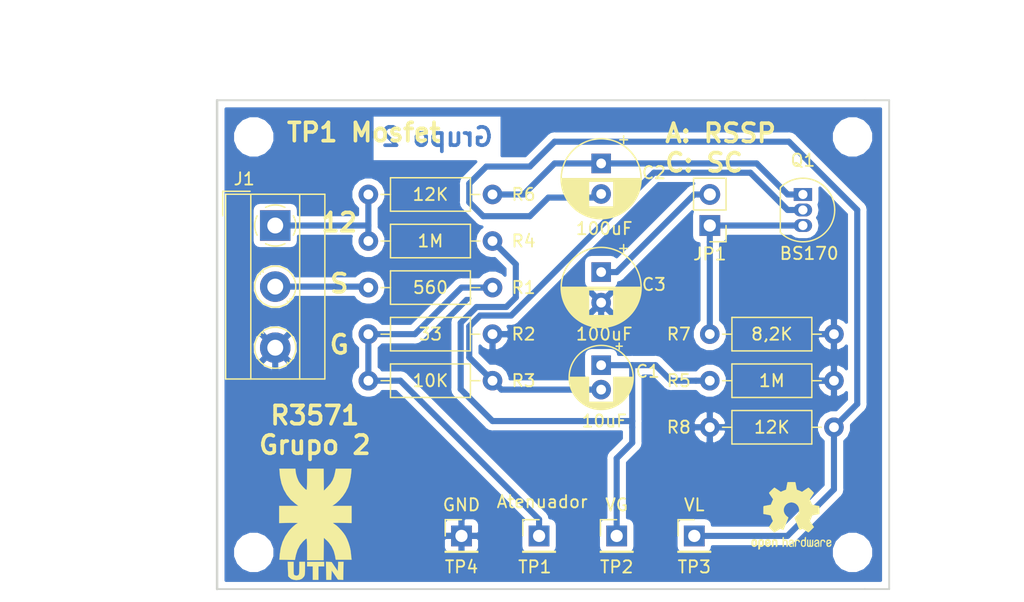
<source format=kicad_pcb>
(kicad_pcb (version 20171130) (host pcbnew 5.0.0-fee4fd1~66~ubuntu18.04.1)

  (general
    (thickness 1.6)
    (drawings 30)
    (tracks 88)
    (zones 0)
    (modules 24)
    (nets 11)
  )

  (page A4)
  (layers
    (0 F.Cu signal)
    (31 B.Cu signal)
    (32 B.Adhes user)
    (33 F.Adhes user)
    (34 B.Paste user)
    (35 F.Paste user)
    (36 B.SilkS user)
    (37 F.SilkS user)
    (38 B.Mask user)
    (39 F.Mask user)
    (40 Dwgs.User user)
    (41 Cmts.User user)
    (42 Eco1.User user)
    (43 Eco2.User user)
    (44 Edge.Cuts user)
    (45 Margin user)
    (46 B.CrtYd user)
    (47 F.CrtYd user)
    (48 B.Fab user)
    (49 F.Fab user)
  )

  (setup
    (last_trace_width 0.25)
    (user_trace_width 0.5)
    (trace_clearance 0.2)
    (zone_clearance 0.508)
    (zone_45_only no)
    (trace_min 0.2)
    (segment_width 0.2)
    (edge_width 0.15)
    (via_size 0.8)
    (via_drill 0.4)
    (via_min_size 0.4)
    (via_min_drill 0.3)
    (user_via 2 0.7)
    (uvia_size 0.3)
    (uvia_drill 0.1)
    (uvias_allowed no)
    (uvia_min_size 0.2)
    (uvia_min_drill 0.1)
    (pcb_text_width 0.3)
    (pcb_text_size 1.5 1.5)
    (mod_edge_width 0.15)
    (mod_text_size 1 1)
    (mod_text_width 0.15)
    (pad_size 1.524 1.524)
    (pad_drill 0.762)
    (pad_to_mask_clearance 0.2)
    (aux_axis_origin 0 0)
    (visible_elements FFFFFF7F)
    (pcbplotparams
      (layerselection 0x01020_fffffffe)
      (usegerberextensions false)
      (usegerberattributes false)
      (usegerberadvancedattributes false)
      (creategerberjobfile false)
      (excludeedgelayer true)
      (linewidth 0.100000)
      (plotframeref false)
      (viasonmask false)
      (mode 1)
      (useauxorigin false)
      (hpglpennumber 1)
      (hpglpenspeed 20)
      (hpglpendiameter 15.000000)
      (psnegative false)
      (psa4output false)
      (plotreference true)
      (plotvalue true)
      (plotinvisibletext false)
      (padsonsilk false)
      (subtractmaskfromsilk false)
      (outputformat 5)
      (mirror false)
      (drillshape 0)
      (scaleselection 1)
      (outputdirectory "Gerbers/"))
  )

  (net 0 "")
  (net 1 "Net-(C1-Pad1)")
  (net 2 "Net-(C1-Pad2)")
  (net 3 "Net-(C2-Pad2)")
  (net 4 "Net-(C2-Pad1)")
  (net 5 "Net-(C3-Pad1)")
  (net 6 GND)
  (net 7 +12V)
  (net 8 AC)
  (net 9 "Net-(JP1-Pad1)")
  (net 10 "Net-(R1-Pad1)")

  (net_class Default "This is the default net class."
    (clearance 0.2)
    (trace_width 0.25)
    (via_dia 0.8)
    (via_drill 0.4)
    (uvia_dia 0.3)
    (uvia_drill 0.1)
    (add_net +12V)
    (add_net AC)
    (add_net GND)
    (add_net "Net-(C1-Pad1)")
    (add_net "Net-(C1-Pad2)")
    (add_net "Net-(C2-Pad1)")
    (add_net "Net-(C2-Pad2)")
    (add_net "Net-(C3-Pad1)")
    (add_net "Net-(JP1-Pad1)")
    (add_net "Net-(R1-Pad1)")
  )

  (module Capacitor_THT:CP_Radial_D5.0mm_P2.00mm (layer F.Cu) (tedit 5AE50EF0) (tstamp 5BB6D77C)
    (at 138.43 106.68 270)
    (descr "CP, Radial series, Radial, pin pitch=2.00mm, , diameter=5mm, Electrolytic Capacitor")
    (tags "CP Radial series Radial pin pitch 2.00mm  diameter 5mm Electrolytic Capacitor")
    (path /5BAA9C8E)
    (fp_text reference C1 (at 0.508 -3.81) (layer F.SilkS)
      (effects (font (size 1 1) (thickness 0.15)))
    )
    (fp_text value 10uF (at 4.572 -0.254) (layer F.Fab)
      (effects (font (size 1 1) (thickness 0.15)))
    )
    (fp_circle (center 1 0) (end 3.5 0) (layer F.Fab) (width 0.1))
    (fp_circle (center 1 0) (end 3.62 0) (layer F.SilkS) (width 0.12))
    (fp_circle (center 1 0) (end 3.75 0) (layer F.CrtYd) (width 0.05))
    (fp_line (start -1.133605 -1.0875) (end -0.633605 -1.0875) (layer F.Fab) (width 0.1))
    (fp_line (start -0.883605 -1.3375) (end -0.883605 -0.8375) (layer F.Fab) (width 0.1))
    (fp_line (start 1 1.04) (end 1 2.58) (layer F.SilkS) (width 0.12))
    (fp_line (start 1 -2.58) (end 1 -1.04) (layer F.SilkS) (width 0.12))
    (fp_line (start 1.04 1.04) (end 1.04 2.58) (layer F.SilkS) (width 0.12))
    (fp_line (start 1.04 -2.58) (end 1.04 -1.04) (layer F.SilkS) (width 0.12))
    (fp_line (start 1.08 -2.579) (end 1.08 -1.04) (layer F.SilkS) (width 0.12))
    (fp_line (start 1.08 1.04) (end 1.08 2.579) (layer F.SilkS) (width 0.12))
    (fp_line (start 1.12 -2.578) (end 1.12 -1.04) (layer F.SilkS) (width 0.12))
    (fp_line (start 1.12 1.04) (end 1.12 2.578) (layer F.SilkS) (width 0.12))
    (fp_line (start 1.16 -2.576) (end 1.16 -1.04) (layer F.SilkS) (width 0.12))
    (fp_line (start 1.16 1.04) (end 1.16 2.576) (layer F.SilkS) (width 0.12))
    (fp_line (start 1.2 -2.573) (end 1.2 -1.04) (layer F.SilkS) (width 0.12))
    (fp_line (start 1.2 1.04) (end 1.2 2.573) (layer F.SilkS) (width 0.12))
    (fp_line (start 1.24 -2.569) (end 1.24 -1.04) (layer F.SilkS) (width 0.12))
    (fp_line (start 1.24 1.04) (end 1.24 2.569) (layer F.SilkS) (width 0.12))
    (fp_line (start 1.28 -2.565) (end 1.28 -1.04) (layer F.SilkS) (width 0.12))
    (fp_line (start 1.28 1.04) (end 1.28 2.565) (layer F.SilkS) (width 0.12))
    (fp_line (start 1.32 -2.561) (end 1.32 -1.04) (layer F.SilkS) (width 0.12))
    (fp_line (start 1.32 1.04) (end 1.32 2.561) (layer F.SilkS) (width 0.12))
    (fp_line (start 1.36 -2.556) (end 1.36 -1.04) (layer F.SilkS) (width 0.12))
    (fp_line (start 1.36 1.04) (end 1.36 2.556) (layer F.SilkS) (width 0.12))
    (fp_line (start 1.4 -2.55) (end 1.4 -1.04) (layer F.SilkS) (width 0.12))
    (fp_line (start 1.4 1.04) (end 1.4 2.55) (layer F.SilkS) (width 0.12))
    (fp_line (start 1.44 -2.543) (end 1.44 -1.04) (layer F.SilkS) (width 0.12))
    (fp_line (start 1.44 1.04) (end 1.44 2.543) (layer F.SilkS) (width 0.12))
    (fp_line (start 1.48 -2.536) (end 1.48 -1.04) (layer F.SilkS) (width 0.12))
    (fp_line (start 1.48 1.04) (end 1.48 2.536) (layer F.SilkS) (width 0.12))
    (fp_line (start 1.52 -2.528) (end 1.52 -1.04) (layer F.SilkS) (width 0.12))
    (fp_line (start 1.52 1.04) (end 1.52 2.528) (layer F.SilkS) (width 0.12))
    (fp_line (start 1.56 -2.52) (end 1.56 -1.04) (layer F.SilkS) (width 0.12))
    (fp_line (start 1.56 1.04) (end 1.56 2.52) (layer F.SilkS) (width 0.12))
    (fp_line (start 1.6 -2.511) (end 1.6 -1.04) (layer F.SilkS) (width 0.12))
    (fp_line (start 1.6 1.04) (end 1.6 2.511) (layer F.SilkS) (width 0.12))
    (fp_line (start 1.64 -2.501) (end 1.64 -1.04) (layer F.SilkS) (width 0.12))
    (fp_line (start 1.64 1.04) (end 1.64 2.501) (layer F.SilkS) (width 0.12))
    (fp_line (start 1.68 -2.491) (end 1.68 -1.04) (layer F.SilkS) (width 0.12))
    (fp_line (start 1.68 1.04) (end 1.68 2.491) (layer F.SilkS) (width 0.12))
    (fp_line (start 1.721 -2.48) (end 1.721 -1.04) (layer F.SilkS) (width 0.12))
    (fp_line (start 1.721 1.04) (end 1.721 2.48) (layer F.SilkS) (width 0.12))
    (fp_line (start 1.761 -2.468) (end 1.761 -1.04) (layer F.SilkS) (width 0.12))
    (fp_line (start 1.761 1.04) (end 1.761 2.468) (layer F.SilkS) (width 0.12))
    (fp_line (start 1.801 -2.455) (end 1.801 -1.04) (layer F.SilkS) (width 0.12))
    (fp_line (start 1.801 1.04) (end 1.801 2.455) (layer F.SilkS) (width 0.12))
    (fp_line (start 1.841 -2.442) (end 1.841 -1.04) (layer F.SilkS) (width 0.12))
    (fp_line (start 1.841 1.04) (end 1.841 2.442) (layer F.SilkS) (width 0.12))
    (fp_line (start 1.881 -2.428) (end 1.881 -1.04) (layer F.SilkS) (width 0.12))
    (fp_line (start 1.881 1.04) (end 1.881 2.428) (layer F.SilkS) (width 0.12))
    (fp_line (start 1.921 -2.414) (end 1.921 -1.04) (layer F.SilkS) (width 0.12))
    (fp_line (start 1.921 1.04) (end 1.921 2.414) (layer F.SilkS) (width 0.12))
    (fp_line (start 1.961 -2.398) (end 1.961 -1.04) (layer F.SilkS) (width 0.12))
    (fp_line (start 1.961 1.04) (end 1.961 2.398) (layer F.SilkS) (width 0.12))
    (fp_line (start 2.001 -2.382) (end 2.001 -1.04) (layer F.SilkS) (width 0.12))
    (fp_line (start 2.001 1.04) (end 2.001 2.382) (layer F.SilkS) (width 0.12))
    (fp_line (start 2.041 -2.365) (end 2.041 -1.04) (layer F.SilkS) (width 0.12))
    (fp_line (start 2.041 1.04) (end 2.041 2.365) (layer F.SilkS) (width 0.12))
    (fp_line (start 2.081 -2.348) (end 2.081 -1.04) (layer F.SilkS) (width 0.12))
    (fp_line (start 2.081 1.04) (end 2.081 2.348) (layer F.SilkS) (width 0.12))
    (fp_line (start 2.121 -2.329) (end 2.121 -1.04) (layer F.SilkS) (width 0.12))
    (fp_line (start 2.121 1.04) (end 2.121 2.329) (layer F.SilkS) (width 0.12))
    (fp_line (start 2.161 -2.31) (end 2.161 -1.04) (layer F.SilkS) (width 0.12))
    (fp_line (start 2.161 1.04) (end 2.161 2.31) (layer F.SilkS) (width 0.12))
    (fp_line (start 2.201 -2.29) (end 2.201 -1.04) (layer F.SilkS) (width 0.12))
    (fp_line (start 2.201 1.04) (end 2.201 2.29) (layer F.SilkS) (width 0.12))
    (fp_line (start 2.241 -2.268) (end 2.241 -1.04) (layer F.SilkS) (width 0.12))
    (fp_line (start 2.241 1.04) (end 2.241 2.268) (layer F.SilkS) (width 0.12))
    (fp_line (start 2.281 -2.247) (end 2.281 -1.04) (layer F.SilkS) (width 0.12))
    (fp_line (start 2.281 1.04) (end 2.281 2.247) (layer F.SilkS) (width 0.12))
    (fp_line (start 2.321 -2.224) (end 2.321 -1.04) (layer F.SilkS) (width 0.12))
    (fp_line (start 2.321 1.04) (end 2.321 2.224) (layer F.SilkS) (width 0.12))
    (fp_line (start 2.361 -2.2) (end 2.361 -1.04) (layer F.SilkS) (width 0.12))
    (fp_line (start 2.361 1.04) (end 2.361 2.2) (layer F.SilkS) (width 0.12))
    (fp_line (start 2.401 -2.175) (end 2.401 -1.04) (layer F.SilkS) (width 0.12))
    (fp_line (start 2.401 1.04) (end 2.401 2.175) (layer F.SilkS) (width 0.12))
    (fp_line (start 2.441 -2.149) (end 2.441 -1.04) (layer F.SilkS) (width 0.12))
    (fp_line (start 2.441 1.04) (end 2.441 2.149) (layer F.SilkS) (width 0.12))
    (fp_line (start 2.481 -2.122) (end 2.481 -1.04) (layer F.SilkS) (width 0.12))
    (fp_line (start 2.481 1.04) (end 2.481 2.122) (layer F.SilkS) (width 0.12))
    (fp_line (start 2.521 -2.095) (end 2.521 -1.04) (layer F.SilkS) (width 0.12))
    (fp_line (start 2.521 1.04) (end 2.521 2.095) (layer F.SilkS) (width 0.12))
    (fp_line (start 2.561 -2.065) (end 2.561 -1.04) (layer F.SilkS) (width 0.12))
    (fp_line (start 2.561 1.04) (end 2.561 2.065) (layer F.SilkS) (width 0.12))
    (fp_line (start 2.601 -2.035) (end 2.601 -1.04) (layer F.SilkS) (width 0.12))
    (fp_line (start 2.601 1.04) (end 2.601 2.035) (layer F.SilkS) (width 0.12))
    (fp_line (start 2.641 -2.004) (end 2.641 -1.04) (layer F.SilkS) (width 0.12))
    (fp_line (start 2.641 1.04) (end 2.641 2.004) (layer F.SilkS) (width 0.12))
    (fp_line (start 2.681 -1.971) (end 2.681 -1.04) (layer F.SilkS) (width 0.12))
    (fp_line (start 2.681 1.04) (end 2.681 1.971) (layer F.SilkS) (width 0.12))
    (fp_line (start 2.721 -1.937) (end 2.721 -1.04) (layer F.SilkS) (width 0.12))
    (fp_line (start 2.721 1.04) (end 2.721 1.937) (layer F.SilkS) (width 0.12))
    (fp_line (start 2.761 -1.901) (end 2.761 -1.04) (layer F.SilkS) (width 0.12))
    (fp_line (start 2.761 1.04) (end 2.761 1.901) (layer F.SilkS) (width 0.12))
    (fp_line (start 2.801 -1.864) (end 2.801 -1.04) (layer F.SilkS) (width 0.12))
    (fp_line (start 2.801 1.04) (end 2.801 1.864) (layer F.SilkS) (width 0.12))
    (fp_line (start 2.841 -1.826) (end 2.841 -1.04) (layer F.SilkS) (width 0.12))
    (fp_line (start 2.841 1.04) (end 2.841 1.826) (layer F.SilkS) (width 0.12))
    (fp_line (start 2.881 -1.785) (end 2.881 -1.04) (layer F.SilkS) (width 0.12))
    (fp_line (start 2.881 1.04) (end 2.881 1.785) (layer F.SilkS) (width 0.12))
    (fp_line (start 2.921 -1.743) (end 2.921 -1.04) (layer F.SilkS) (width 0.12))
    (fp_line (start 2.921 1.04) (end 2.921 1.743) (layer F.SilkS) (width 0.12))
    (fp_line (start 2.961 -1.699) (end 2.961 -1.04) (layer F.SilkS) (width 0.12))
    (fp_line (start 2.961 1.04) (end 2.961 1.699) (layer F.SilkS) (width 0.12))
    (fp_line (start 3.001 -1.653) (end 3.001 -1.04) (layer F.SilkS) (width 0.12))
    (fp_line (start 3.001 1.04) (end 3.001 1.653) (layer F.SilkS) (width 0.12))
    (fp_line (start 3.041 -1.605) (end 3.041 1.605) (layer F.SilkS) (width 0.12))
    (fp_line (start 3.081 -1.554) (end 3.081 1.554) (layer F.SilkS) (width 0.12))
    (fp_line (start 3.121 -1.5) (end 3.121 1.5) (layer F.SilkS) (width 0.12))
    (fp_line (start 3.161 -1.443) (end 3.161 1.443) (layer F.SilkS) (width 0.12))
    (fp_line (start 3.201 -1.383) (end 3.201 1.383) (layer F.SilkS) (width 0.12))
    (fp_line (start 3.241 -1.319) (end 3.241 1.319) (layer F.SilkS) (width 0.12))
    (fp_line (start 3.281 -1.251) (end 3.281 1.251) (layer F.SilkS) (width 0.12))
    (fp_line (start 3.321 -1.178) (end 3.321 1.178) (layer F.SilkS) (width 0.12))
    (fp_line (start 3.361 -1.098) (end 3.361 1.098) (layer F.SilkS) (width 0.12))
    (fp_line (start 3.401 -1.011) (end 3.401 1.011) (layer F.SilkS) (width 0.12))
    (fp_line (start 3.441 -0.915) (end 3.441 0.915) (layer F.SilkS) (width 0.12))
    (fp_line (start 3.481 -0.805) (end 3.481 0.805) (layer F.SilkS) (width 0.12))
    (fp_line (start 3.521 -0.677) (end 3.521 0.677) (layer F.SilkS) (width 0.12))
    (fp_line (start 3.561 -0.518) (end 3.561 0.518) (layer F.SilkS) (width 0.12))
    (fp_line (start 3.601 -0.284) (end 3.601 0.284) (layer F.SilkS) (width 0.12))
    (fp_line (start -1.804775 -1.475) (end -1.304775 -1.475) (layer F.SilkS) (width 0.12))
    (fp_line (start -1.554775 -1.725) (end -1.554775 -1.225) (layer F.SilkS) (width 0.12))
    (fp_text user %R (at 1 0 270) (layer F.Fab)
      (effects (font (size 1 1) (thickness 0.15)))
    )
    (pad 1 thru_hole rect (at 0 0 270) (size 1.6 1.6) (drill 0.8) (layers *.Cu *.Mask)
      (net 1 "Net-(C1-Pad1)"))
    (pad 2 thru_hole circle (at 2 0 270) (size 1.6 1.6) (drill 0.8) (layers *.Cu *.Mask)
      (net 2 "Net-(C1-Pad2)"))
    (model ${KISYS3DMOD}/Capacitor_THT.3dshapes/CP_Radial_D5.0mm_P2.00mm.wrl
      (at (xyz 0 0 0))
      (scale (xyz 1 1 1))
      (rotate (xyz 0 0 0))
    )
  )

  (module Capacitor_THT:CP_Radial_D6.3mm_P2.50mm (layer F.Cu) (tedit 5AE50EF0) (tstamp 5BB6D810)
    (at 138.43 90.17 270)
    (descr "CP, Radial series, Radial, pin pitch=2.50mm, , diameter=6.3mm, Electrolytic Capacitor")
    (tags "CP Radial series Radial pin pitch 2.50mm  diameter 6.3mm Electrolytic Capacitor")
    (path /5BAA9C0D)
    (fp_text reference C2 (at 0.762 -4.318) (layer F.SilkS)
      (effects (font (size 1 1) (thickness 0.15)))
    )
    (fp_text value 100uF (at 5.334 -0.254) (layer F.Fab)
      (effects (font (size 1 1) (thickness 0.15)))
    )
    (fp_text user %R (at 1.25 0 270) (layer F.Fab)
      (effects (font (size 1 1) (thickness 0.15)))
    )
    (fp_line (start -1.935241 -2.154) (end -1.935241 -1.524) (layer F.SilkS) (width 0.12))
    (fp_line (start -2.250241 -1.839) (end -1.620241 -1.839) (layer F.SilkS) (width 0.12))
    (fp_line (start 4.491 -0.402) (end 4.491 0.402) (layer F.SilkS) (width 0.12))
    (fp_line (start 4.451 -0.633) (end 4.451 0.633) (layer F.SilkS) (width 0.12))
    (fp_line (start 4.411 -0.802) (end 4.411 0.802) (layer F.SilkS) (width 0.12))
    (fp_line (start 4.371 -0.94) (end 4.371 0.94) (layer F.SilkS) (width 0.12))
    (fp_line (start 4.331 -1.059) (end 4.331 1.059) (layer F.SilkS) (width 0.12))
    (fp_line (start 4.291 -1.165) (end 4.291 1.165) (layer F.SilkS) (width 0.12))
    (fp_line (start 4.251 -1.262) (end 4.251 1.262) (layer F.SilkS) (width 0.12))
    (fp_line (start 4.211 -1.35) (end 4.211 1.35) (layer F.SilkS) (width 0.12))
    (fp_line (start 4.171 -1.432) (end 4.171 1.432) (layer F.SilkS) (width 0.12))
    (fp_line (start 4.131 -1.509) (end 4.131 1.509) (layer F.SilkS) (width 0.12))
    (fp_line (start 4.091 -1.581) (end 4.091 1.581) (layer F.SilkS) (width 0.12))
    (fp_line (start 4.051 -1.65) (end 4.051 1.65) (layer F.SilkS) (width 0.12))
    (fp_line (start 4.011 -1.714) (end 4.011 1.714) (layer F.SilkS) (width 0.12))
    (fp_line (start 3.971 -1.776) (end 3.971 1.776) (layer F.SilkS) (width 0.12))
    (fp_line (start 3.931 -1.834) (end 3.931 1.834) (layer F.SilkS) (width 0.12))
    (fp_line (start 3.891 -1.89) (end 3.891 1.89) (layer F.SilkS) (width 0.12))
    (fp_line (start 3.851 -1.944) (end 3.851 1.944) (layer F.SilkS) (width 0.12))
    (fp_line (start 3.811 -1.995) (end 3.811 1.995) (layer F.SilkS) (width 0.12))
    (fp_line (start 3.771 -2.044) (end 3.771 2.044) (layer F.SilkS) (width 0.12))
    (fp_line (start 3.731 -2.092) (end 3.731 2.092) (layer F.SilkS) (width 0.12))
    (fp_line (start 3.691 -2.137) (end 3.691 2.137) (layer F.SilkS) (width 0.12))
    (fp_line (start 3.651 -2.182) (end 3.651 2.182) (layer F.SilkS) (width 0.12))
    (fp_line (start 3.611 -2.224) (end 3.611 2.224) (layer F.SilkS) (width 0.12))
    (fp_line (start 3.571 -2.265) (end 3.571 2.265) (layer F.SilkS) (width 0.12))
    (fp_line (start 3.531 1.04) (end 3.531 2.305) (layer F.SilkS) (width 0.12))
    (fp_line (start 3.531 -2.305) (end 3.531 -1.04) (layer F.SilkS) (width 0.12))
    (fp_line (start 3.491 1.04) (end 3.491 2.343) (layer F.SilkS) (width 0.12))
    (fp_line (start 3.491 -2.343) (end 3.491 -1.04) (layer F.SilkS) (width 0.12))
    (fp_line (start 3.451 1.04) (end 3.451 2.38) (layer F.SilkS) (width 0.12))
    (fp_line (start 3.451 -2.38) (end 3.451 -1.04) (layer F.SilkS) (width 0.12))
    (fp_line (start 3.411 1.04) (end 3.411 2.416) (layer F.SilkS) (width 0.12))
    (fp_line (start 3.411 -2.416) (end 3.411 -1.04) (layer F.SilkS) (width 0.12))
    (fp_line (start 3.371 1.04) (end 3.371 2.45) (layer F.SilkS) (width 0.12))
    (fp_line (start 3.371 -2.45) (end 3.371 -1.04) (layer F.SilkS) (width 0.12))
    (fp_line (start 3.331 1.04) (end 3.331 2.484) (layer F.SilkS) (width 0.12))
    (fp_line (start 3.331 -2.484) (end 3.331 -1.04) (layer F.SilkS) (width 0.12))
    (fp_line (start 3.291 1.04) (end 3.291 2.516) (layer F.SilkS) (width 0.12))
    (fp_line (start 3.291 -2.516) (end 3.291 -1.04) (layer F.SilkS) (width 0.12))
    (fp_line (start 3.251 1.04) (end 3.251 2.548) (layer F.SilkS) (width 0.12))
    (fp_line (start 3.251 -2.548) (end 3.251 -1.04) (layer F.SilkS) (width 0.12))
    (fp_line (start 3.211 1.04) (end 3.211 2.578) (layer F.SilkS) (width 0.12))
    (fp_line (start 3.211 -2.578) (end 3.211 -1.04) (layer F.SilkS) (width 0.12))
    (fp_line (start 3.171 1.04) (end 3.171 2.607) (layer F.SilkS) (width 0.12))
    (fp_line (start 3.171 -2.607) (end 3.171 -1.04) (layer F.SilkS) (width 0.12))
    (fp_line (start 3.131 1.04) (end 3.131 2.636) (layer F.SilkS) (width 0.12))
    (fp_line (start 3.131 -2.636) (end 3.131 -1.04) (layer F.SilkS) (width 0.12))
    (fp_line (start 3.091 1.04) (end 3.091 2.664) (layer F.SilkS) (width 0.12))
    (fp_line (start 3.091 -2.664) (end 3.091 -1.04) (layer F.SilkS) (width 0.12))
    (fp_line (start 3.051 1.04) (end 3.051 2.69) (layer F.SilkS) (width 0.12))
    (fp_line (start 3.051 -2.69) (end 3.051 -1.04) (layer F.SilkS) (width 0.12))
    (fp_line (start 3.011 1.04) (end 3.011 2.716) (layer F.SilkS) (width 0.12))
    (fp_line (start 3.011 -2.716) (end 3.011 -1.04) (layer F.SilkS) (width 0.12))
    (fp_line (start 2.971 1.04) (end 2.971 2.742) (layer F.SilkS) (width 0.12))
    (fp_line (start 2.971 -2.742) (end 2.971 -1.04) (layer F.SilkS) (width 0.12))
    (fp_line (start 2.931 1.04) (end 2.931 2.766) (layer F.SilkS) (width 0.12))
    (fp_line (start 2.931 -2.766) (end 2.931 -1.04) (layer F.SilkS) (width 0.12))
    (fp_line (start 2.891 1.04) (end 2.891 2.79) (layer F.SilkS) (width 0.12))
    (fp_line (start 2.891 -2.79) (end 2.891 -1.04) (layer F.SilkS) (width 0.12))
    (fp_line (start 2.851 1.04) (end 2.851 2.812) (layer F.SilkS) (width 0.12))
    (fp_line (start 2.851 -2.812) (end 2.851 -1.04) (layer F.SilkS) (width 0.12))
    (fp_line (start 2.811 1.04) (end 2.811 2.834) (layer F.SilkS) (width 0.12))
    (fp_line (start 2.811 -2.834) (end 2.811 -1.04) (layer F.SilkS) (width 0.12))
    (fp_line (start 2.771 1.04) (end 2.771 2.856) (layer F.SilkS) (width 0.12))
    (fp_line (start 2.771 -2.856) (end 2.771 -1.04) (layer F.SilkS) (width 0.12))
    (fp_line (start 2.731 1.04) (end 2.731 2.876) (layer F.SilkS) (width 0.12))
    (fp_line (start 2.731 -2.876) (end 2.731 -1.04) (layer F.SilkS) (width 0.12))
    (fp_line (start 2.691 1.04) (end 2.691 2.896) (layer F.SilkS) (width 0.12))
    (fp_line (start 2.691 -2.896) (end 2.691 -1.04) (layer F.SilkS) (width 0.12))
    (fp_line (start 2.651 1.04) (end 2.651 2.916) (layer F.SilkS) (width 0.12))
    (fp_line (start 2.651 -2.916) (end 2.651 -1.04) (layer F.SilkS) (width 0.12))
    (fp_line (start 2.611 1.04) (end 2.611 2.934) (layer F.SilkS) (width 0.12))
    (fp_line (start 2.611 -2.934) (end 2.611 -1.04) (layer F.SilkS) (width 0.12))
    (fp_line (start 2.571 1.04) (end 2.571 2.952) (layer F.SilkS) (width 0.12))
    (fp_line (start 2.571 -2.952) (end 2.571 -1.04) (layer F.SilkS) (width 0.12))
    (fp_line (start 2.531 1.04) (end 2.531 2.97) (layer F.SilkS) (width 0.12))
    (fp_line (start 2.531 -2.97) (end 2.531 -1.04) (layer F.SilkS) (width 0.12))
    (fp_line (start 2.491 1.04) (end 2.491 2.986) (layer F.SilkS) (width 0.12))
    (fp_line (start 2.491 -2.986) (end 2.491 -1.04) (layer F.SilkS) (width 0.12))
    (fp_line (start 2.451 1.04) (end 2.451 3.002) (layer F.SilkS) (width 0.12))
    (fp_line (start 2.451 -3.002) (end 2.451 -1.04) (layer F.SilkS) (width 0.12))
    (fp_line (start 2.411 1.04) (end 2.411 3.018) (layer F.SilkS) (width 0.12))
    (fp_line (start 2.411 -3.018) (end 2.411 -1.04) (layer F.SilkS) (width 0.12))
    (fp_line (start 2.371 1.04) (end 2.371 3.033) (layer F.SilkS) (width 0.12))
    (fp_line (start 2.371 -3.033) (end 2.371 -1.04) (layer F.SilkS) (width 0.12))
    (fp_line (start 2.331 1.04) (end 2.331 3.047) (layer F.SilkS) (width 0.12))
    (fp_line (start 2.331 -3.047) (end 2.331 -1.04) (layer F.SilkS) (width 0.12))
    (fp_line (start 2.291 1.04) (end 2.291 3.061) (layer F.SilkS) (width 0.12))
    (fp_line (start 2.291 -3.061) (end 2.291 -1.04) (layer F.SilkS) (width 0.12))
    (fp_line (start 2.251 1.04) (end 2.251 3.074) (layer F.SilkS) (width 0.12))
    (fp_line (start 2.251 -3.074) (end 2.251 -1.04) (layer F.SilkS) (width 0.12))
    (fp_line (start 2.211 1.04) (end 2.211 3.086) (layer F.SilkS) (width 0.12))
    (fp_line (start 2.211 -3.086) (end 2.211 -1.04) (layer F.SilkS) (width 0.12))
    (fp_line (start 2.171 1.04) (end 2.171 3.098) (layer F.SilkS) (width 0.12))
    (fp_line (start 2.171 -3.098) (end 2.171 -1.04) (layer F.SilkS) (width 0.12))
    (fp_line (start 2.131 1.04) (end 2.131 3.11) (layer F.SilkS) (width 0.12))
    (fp_line (start 2.131 -3.11) (end 2.131 -1.04) (layer F.SilkS) (width 0.12))
    (fp_line (start 2.091 1.04) (end 2.091 3.121) (layer F.SilkS) (width 0.12))
    (fp_line (start 2.091 -3.121) (end 2.091 -1.04) (layer F.SilkS) (width 0.12))
    (fp_line (start 2.051 1.04) (end 2.051 3.131) (layer F.SilkS) (width 0.12))
    (fp_line (start 2.051 -3.131) (end 2.051 -1.04) (layer F.SilkS) (width 0.12))
    (fp_line (start 2.011 1.04) (end 2.011 3.141) (layer F.SilkS) (width 0.12))
    (fp_line (start 2.011 -3.141) (end 2.011 -1.04) (layer F.SilkS) (width 0.12))
    (fp_line (start 1.971 1.04) (end 1.971 3.15) (layer F.SilkS) (width 0.12))
    (fp_line (start 1.971 -3.15) (end 1.971 -1.04) (layer F.SilkS) (width 0.12))
    (fp_line (start 1.93 1.04) (end 1.93 3.159) (layer F.SilkS) (width 0.12))
    (fp_line (start 1.93 -3.159) (end 1.93 -1.04) (layer F.SilkS) (width 0.12))
    (fp_line (start 1.89 1.04) (end 1.89 3.167) (layer F.SilkS) (width 0.12))
    (fp_line (start 1.89 -3.167) (end 1.89 -1.04) (layer F.SilkS) (width 0.12))
    (fp_line (start 1.85 1.04) (end 1.85 3.175) (layer F.SilkS) (width 0.12))
    (fp_line (start 1.85 -3.175) (end 1.85 -1.04) (layer F.SilkS) (width 0.12))
    (fp_line (start 1.81 1.04) (end 1.81 3.182) (layer F.SilkS) (width 0.12))
    (fp_line (start 1.81 -3.182) (end 1.81 -1.04) (layer F.SilkS) (width 0.12))
    (fp_line (start 1.77 1.04) (end 1.77 3.189) (layer F.SilkS) (width 0.12))
    (fp_line (start 1.77 -3.189) (end 1.77 -1.04) (layer F.SilkS) (width 0.12))
    (fp_line (start 1.73 1.04) (end 1.73 3.195) (layer F.SilkS) (width 0.12))
    (fp_line (start 1.73 -3.195) (end 1.73 -1.04) (layer F.SilkS) (width 0.12))
    (fp_line (start 1.69 1.04) (end 1.69 3.201) (layer F.SilkS) (width 0.12))
    (fp_line (start 1.69 -3.201) (end 1.69 -1.04) (layer F.SilkS) (width 0.12))
    (fp_line (start 1.65 1.04) (end 1.65 3.206) (layer F.SilkS) (width 0.12))
    (fp_line (start 1.65 -3.206) (end 1.65 -1.04) (layer F.SilkS) (width 0.12))
    (fp_line (start 1.61 1.04) (end 1.61 3.211) (layer F.SilkS) (width 0.12))
    (fp_line (start 1.61 -3.211) (end 1.61 -1.04) (layer F.SilkS) (width 0.12))
    (fp_line (start 1.57 1.04) (end 1.57 3.215) (layer F.SilkS) (width 0.12))
    (fp_line (start 1.57 -3.215) (end 1.57 -1.04) (layer F.SilkS) (width 0.12))
    (fp_line (start 1.53 1.04) (end 1.53 3.218) (layer F.SilkS) (width 0.12))
    (fp_line (start 1.53 -3.218) (end 1.53 -1.04) (layer F.SilkS) (width 0.12))
    (fp_line (start 1.49 1.04) (end 1.49 3.222) (layer F.SilkS) (width 0.12))
    (fp_line (start 1.49 -3.222) (end 1.49 -1.04) (layer F.SilkS) (width 0.12))
    (fp_line (start 1.45 -3.224) (end 1.45 3.224) (layer F.SilkS) (width 0.12))
    (fp_line (start 1.41 -3.227) (end 1.41 3.227) (layer F.SilkS) (width 0.12))
    (fp_line (start 1.37 -3.228) (end 1.37 3.228) (layer F.SilkS) (width 0.12))
    (fp_line (start 1.33 -3.23) (end 1.33 3.23) (layer F.SilkS) (width 0.12))
    (fp_line (start 1.29 -3.23) (end 1.29 3.23) (layer F.SilkS) (width 0.12))
    (fp_line (start 1.25 -3.23) (end 1.25 3.23) (layer F.SilkS) (width 0.12))
    (fp_line (start -1.128972 -1.6885) (end -1.128972 -1.0585) (layer F.Fab) (width 0.1))
    (fp_line (start -1.443972 -1.3735) (end -0.813972 -1.3735) (layer F.Fab) (width 0.1))
    (fp_circle (center 1.25 0) (end 4.65 0) (layer F.CrtYd) (width 0.05))
    (fp_circle (center 1.25 0) (end 4.52 0) (layer F.SilkS) (width 0.12))
    (fp_circle (center 1.25 0) (end 4.4 0) (layer F.Fab) (width 0.1))
    (pad 2 thru_hole circle (at 2.5 0 270) (size 1.6 1.6) (drill 0.8) (layers *.Cu *.Mask)
      (net 3 "Net-(C2-Pad2)"))
    (pad 1 thru_hole rect (at 0 0 270) (size 1.6 1.6) (drill 0.8) (layers *.Cu *.Mask)
      (net 4 "Net-(C2-Pad1)"))
    (model ${KISYS3DMOD}/Capacitor_THT.3dshapes/CP_Radial_D6.3mm_P2.50mm.wrl
      (at (xyz 0 0 0))
      (scale (xyz 1 1 1))
      (rotate (xyz 0 0 0))
    )
  )

  (module Capacitor_THT:CP_Radial_D6.3mm_P2.50mm (layer F.Cu) (tedit 5AE50EF0) (tstamp 5BB6D8A4)
    (at 138.43 99.06 270)
    (descr "CP, Radial series, Radial, pin pitch=2.50mm, , diameter=6.3mm, Electrolytic Capacitor")
    (tags "CP Radial series Radial pin pitch 2.50mm  diameter 6.3mm Electrolytic Capacitor")
    (path /5BAA9BAA)
    (fp_text reference C3 (at 1.016 -4.318) (layer F.SilkS)
      (effects (font (size 1 1) (thickness 0.15)))
    )
    (fp_text value 100uF (at 5.08 -0.254) (layer F.Fab)
      (effects (font (size 1 1) (thickness 0.15)))
    )
    (fp_circle (center 1.25 0) (end 4.4 0) (layer F.Fab) (width 0.1))
    (fp_circle (center 1.25 0) (end 4.52 0) (layer F.SilkS) (width 0.12))
    (fp_circle (center 1.25 0) (end 4.65 0) (layer F.CrtYd) (width 0.05))
    (fp_line (start -1.443972 -1.3735) (end -0.813972 -1.3735) (layer F.Fab) (width 0.1))
    (fp_line (start -1.128972 -1.6885) (end -1.128972 -1.0585) (layer F.Fab) (width 0.1))
    (fp_line (start 1.25 -3.23) (end 1.25 3.23) (layer F.SilkS) (width 0.12))
    (fp_line (start 1.29 -3.23) (end 1.29 3.23) (layer F.SilkS) (width 0.12))
    (fp_line (start 1.33 -3.23) (end 1.33 3.23) (layer F.SilkS) (width 0.12))
    (fp_line (start 1.37 -3.228) (end 1.37 3.228) (layer F.SilkS) (width 0.12))
    (fp_line (start 1.41 -3.227) (end 1.41 3.227) (layer F.SilkS) (width 0.12))
    (fp_line (start 1.45 -3.224) (end 1.45 3.224) (layer F.SilkS) (width 0.12))
    (fp_line (start 1.49 -3.222) (end 1.49 -1.04) (layer F.SilkS) (width 0.12))
    (fp_line (start 1.49 1.04) (end 1.49 3.222) (layer F.SilkS) (width 0.12))
    (fp_line (start 1.53 -3.218) (end 1.53 -1.04) (layer F.SilkS) (width 0.12))
    (fp_line (start 1.53 1.04) (end 1.53 3.218) (layer F.SilkS) (width 0.12))
    (fp_line (start 1.57 -3.215) (end 1.57 -1.04) (layer F.SilkS) (width 0.12))
    (fp_line (start 1.57 1.04) (end 1.57 3.215) (layer F.SilkS) (width 0.12))
    (fp_line (start 1.61 -3.211) (end 1.61 -1.04) (layer F.SilkS) (width 0.12))
    (fp_line (start 1.61 1.04) (end 1.61 3.211) (layer F.SilkS) (width 0.12))
    (fp_line (start 1.65 -3.206) (end 1.65 -1.04) (layer F.SilkS) (width 0.12))
    (fp_line (start 1.65 1.04) (end 1.65 3.206) (layer F.SilkS) (width 0.12))
    (fp_line (start 1.69 -3.201) (end 1.69 -1.04) (layer F.SilkS) (width 0.12))
    (fp_line (start 1.69 1.04) (end 1.69 3.201) (layer F.SilkS) (width 0.12))
    (fp_line (start 1.73 -3.195) (end 1.73 -1.04) (layer F.SilkS) (width 0.12))
    (fp_line (start 1.73 1.04) (end 1.73 3.195) (layer F.SilkS) (width 0.12))
    (fp_line (start 1.77 -3.189) (end 1.77 -1.04) (layer F.SilkS) (width 0.12))
    (fp_line (start 1.77 1.04) (end 1.77 3.189) (layer F.SilkS) (width 0.12))
    (fp_line (start 1.81 -3.182) (end 1.81 -1.04) (layer F.SilkS) (width 0.12))
    (fp_line (start 1.81 1.04) (end 1.81 3.182) (layer F.SilkS) (width 0.12))
    (fp_line (start 1.85 -3.175) (end 1.85 -1.04) (layer F.SilkS) (width 0.12))
    (fp_line (start 1.85 1.04) (end 1.85 3.175) (layer F.SilkS) (width 0.12))
    (fp_line (start 1.89 -3.167) (end 1.89 -1.04) (layer F.SilkS) (width 0.12))
    (fp_line (start 1.89 1.04) (end 1.89 3.167) (layer F.SilkS) (width 0.12))
    (fp_line (start 1.93 -3.159) (end 1.93 -1.04) (layer F.SilkS) (width 0.12))
    (fp_line (start 1.93 1.04) (end 1.93 3.159) (layer F.SilkS) (width 0.12))
    (fp_line (start 1.971 -3.15) (end 1.971 -1.04) (layer F.SilkS) (width 0.12))
    (fp_line (start 1.971 1.04) (end 1.971 3.15) (layer F.SilkS) (width 0.12))
    (fp_line (start 2.011 -3.141) (end 2.011 -1.04) (layer F.SilkS) (width 0.12))
    (fp_line (start 2.011 1.04) (end 2.011 3.141) (layer F.SilkS) (width 0.12))
    (fp_line (start 2.051 -3.131) (end 2.051 -1.04) (layer F.SilkS) (width 0.12))
    (fp_line (start 2.051 1.04) (end 2.051 3.131) (layer F.SilkS) (width 0.12))
    (fp_line (start 2.091 -3.121) (end 2.091 -1.04) (layer F.SilkS) (width 0.12))
    (fp_line (start 2.091 1.04) (end 2.091 3.121) (layer F.SilkS) (width 0.12))
    (fp_line (start 2.131 -3.11) (end 2.131 -1.04) (layer F.SilkS) (width 0.12))
    (fp_line (start 2.131 1.04) (end 2.131 3.11) (layer F.SilkS) (width 0.12))
    (fp_line (start 2.171 -3.098) (end 2.171 -1.04) (layer F.SilkS) (width 0.12))
    (fp_line (start 2.171 1.04) (end 2.171 3.098) (layer F.SilkS) (width 0.12))
    (fp_line (start 2.211 -3.086) (end 2.211 -1.04) (layer F.SilkS) (width 0.12))
    (fp_line (start 2.211 1.04) (end 2.211 3.086) (layer F.SilkS) (width 0.12))
    (fp_line (start 2.251 -3.074) (end 2.251 -1.04) (layer F.SilkS) (width 0.12))
    (fp_line (start 2.251 1.04) (end 2.251 3.074) (layer F.SilkS) (width 0.12))
    (fp_line (start 2.291 -3.061) (end 2.291 -1.04) (layer F.SilkS) (width 0.12))
    (fp_line (start 2.291 1.04) (end 2.291 3.061) (layer F.SilkS) (width 0.12))
    (fp_line (start 2.331 -3.047) (end 2.331 -1.04) (layer F.SilkS) (width 0.12))
    (fp_line (start 2.331 1.04) (end 2.331 3.047) (layer F.SilkS) (width 0.12))
    (fp_line (start 2.371 -3.033) (end 2.371 -1.04) (layer F.SilkS) (width 0.12))
    (fp_line (start 2.371 1.04) (end 2.371 3.033) (layer F.SilkS) (width 0.12))
    (fp_line (start 2.411 -3.018) (end 2.411 -1.04) (layer F.SilkS) (width 0.12))
    (fp_line (start 2.411 1.04) (end 2.411 3.018) (layer F.SilkS) (width 0.12))
    (fp_line (start 2.451 -3.002) (end 2.451 -1.04) (layer F.SilkS) (width 0.12))
    (fp_line (start 2.451 1.04) (end 2.451 3.002) (layer F.SilkS) (width 0.12))
    (fp_line (start 2.491 -2.986) (end 2.491 -1.04) (layer F.SilkS) (width 0.12))
    (fp_line (start 2.491 1.04) (end 2.491 2.986) (layer F.SilkS) (width 0.12))
    (fp_line (start 2.531 -2.97) (end 2.531 -1.04) (layer F.SilkS) (width 0.12))
    (fp_line (start 2.531 1.04) (end 2.531 2.97) (layer F.SilkS) (width 0.12))
    (fp_line (start 2.571 -2.952) (end 2.571 -1.04) (layer F.SilkS) (width 0.12))
    (fp_line (start 2.571 1.04) (end 2.571 2.952) (layer F.SilkS) (width 0.12))
    (fp_line (start 2.611 -2.934) (end 2.611 -1.04) (layer F.SilkS) (width 0.12))
    (fp_line (start 2.611 1.04) (end 2.611 2.934) (layer F.SilkS) (width 0.12))
    (fp_line (start 2.651 -2.916) (end 2.651 -1.04) (layer F.SilkS) (width 0.12))
    (fp_line (start 2.651 1.04) (end 2.651 2.916) (layer F.SilkS) (width 0.12))
    (fp_line (start 2.691 -2.896) (end 2.691 -1.04) (layer F.SilkS) (width 0.12))
    (fp_line (start 2.691 1.04) (end 2.691 2.896) (layer F.SilkS) (width 0.12))
    (fp_line (start 2.731 -2.876) (end 2.731 -1.04) (layer F.SilkS) (width 0.12))
    (fp_line (start 2.731 1.04) (end 2.731 2.876) (layer F.SilkS) (width 0.12))
    (fp_line (start 2.771 -2.856) (end 2.771 -1.04) (layer F.SilkS) (width 0.12))
    (fp_line (start 2.771 1.04) (end 2.771 2.856) (layer F.SilkS) (width 0.12))
    (fp_line (start 2.811 -2.834) (end 2.811 -1.04) (layer F.SilkS) (width 0.12))
    (fp_line (start 2.811 1.04) (end 2.811 2.834) (layer F.SilkS) (width 0.12))
    (fp_line (start 2.851 -2.812) (end 2.851 -1.04) (layer F.SilkS) (width 0.12))
    (fp_line (start 2.851 1.04) (end 2.851 2.812) (layer F.SilkS) (width 0.12))
    (fp_line (start 2.891 -2.79) (end 2.891 -1.04) (layer F.SilkS) (width 0.12))
    (fp_line (start 2.891 1.04) (end 2.891 2.79) (layer F.SilkS) (width 0.12))
    (fp_line (start 2.931 -2.766) (end 2.931 -1.04) (layer F.SilkS) (width 0.12))
    (fp_line (start 2.931 1.04) (end 2.931 2.766) (layer F.SilkS) (width 0.12))
    (fp_line (start 2.971 -2.742) (end 2.971 -1.04) (layer F.SilkS) (width 0.12))
    (fp_line (start 2.971 1.04) (end 2.971 2.742) (layer F.SilkS) (width 0.12))
    (fp_line (start 3.011 -2.716) (end 3.011 -1.04) (layer F.SilkS) (width 0.12))
    (fp_line (start 3.011 1.04) (end 3.011 2.716) (layer F.SilkS) (width 0.12))
    (fp_line (start 3.051 -2.69) (end 3.051 -1.04) (layer F.SilkS) (width 0.12))
    (fp_line (start 3.051 1.04) (end 3.051 2.69) (layer F.SilkS) (width 0.12))
    (fp_line (start 3.091 -2.664) (end 3.091 -1.04) (layer F.SilkS) (width 0.12))
    (fp_line (start 3.091 1.04) (end 3.091 2.664) (layer F.SilkS) (width 0.12))
    (fp_line (start 3.131 -2.636) (end 3.131 -1.04) (layer F.SilkS) (width 0.12))
    (fp_line (start 3.131 1.04) (end 3.131 2.636) (layer F.SilkS) (width 0.12))
    (fp_line (start 3.171 -2.607) (end 3.171 -1.04) (layer F.SilkS) (width 0.12))
    (fp_line (start 3.171 1.04) (end 3.171 2.607) (layer F.SilkS) (width 0.12))
    (fp_line (start 3.211 -2.578) (end 3.211 -1.04) (layer F.SilkS) (width 0.12))
    (fp_line (start 3.211 1.04) (end 3.211 2.578) (layer F.SilkS) (width 0.12))
    (fp_line (start 3.251 -2.548) (end 3.251 -1.04) (layer F.SilkS) (width 0.12))
    (fp_line (start 3.251 1.04) (end 3.251 2.548) (layer F.SilkS) (width 0.12))
    (fp_line (start 3.291 -2.516) (end 3.291 -1.04) (layer F.SilkS) (width 0.12))
    (fp_line (start 3.291 1.04) (end 3.291 2.516) (layer F.SilkS) (width 0.12))
    (fp_line (start 3.331 -2.484) (end 3.331 -1.04) (layer F.SilkS) (width 0.12))
    (fp_line (start 3.331 1.04) (end 3.331 2.484) (layer F.SilkS) (width 0.12))
    (fp_line (start 3.371 -2.45) (end 3.371 -1.04) (layer F.SilkS) (width 0.12))
    (fp_line (start 3.371 1.04) (end 3.371 2.45) (layer F.SilkS) (width 0.12))
    (fp_line (start 3.411 -2.416) (end 3.411 -1.04) (layer F.SilkS) (width 0.12))
    (fp_line (start 3.411 1.04) (end 3.411 2.416) (layer F.SilkS) (width 0.12))
    (fp_line (start 3.451 -2.38) (end 3.451 -1.04) (layer F.SilkS) (width 0.12))
    (fp_line (start 3.451 1.04) (end 3.451 2.38) (layer F.SilkS) (width 0.12))
    (fp_line (start 3.491 -2.343) (end 3.491 -1.04) (layer F.SilkS) (width 0.12))
    (fp_line (start 3.491 1.04) (end 3.491 2.343) (layer F.SilkS) (width 0.12))
    (fp_line (start 3.531 -2.305) (end 3.531 -1.04) (layer F.SilkS) (width 0.12))
    (fp_line (start 3.531 1.04) (end 3.531 2.305) (layer F.SilkS) (width 0.12))
    (fp_line (start 3.571 -2.265) (end 3.571 2.265) (layer F.SilkS) (width 0.12))
    (fp_line (start 3.611 -2.224) (end 3.611 2.224) (layer F.SilkS) (width 0.12))
    (fp_line (start 3.651 -2.182) (end 3.651 2.182) (layer F.SilkS) (width 0.12))
    (fp_line (start 3.691 -2.137) (end 3.691 2.137) (layer F.SilkS) (width 0.12))
    (fp_line (start 3.731 -2.092) (end 3.731 2.092) (layer F.SilkS) (width 0.12))
    (fp_line (start 3.771 -2.044) (end 3.771 2.044) (layer F.SilkS) (width 0.12))
    (fp_line (start 3.811 -1.995) (end 3.811 1.995) (layer F.SilkS) (width 0.12))
    (fp_line (start 3.851 -1.944) (end 3.851 1.944) (layer F.SilkS) (width 0.12))
    (fp_line (start 3.891 -1.89) (end 3.891 1.89) (layer F.SilkS) (width 0.12))
    (fp_line (start 3.931 -1.834) (end 3.931 1.834) (layer F.SilkS) (width 0.12))
    (fp_line (start 3.971 -1.776) (end 3.971 1.776) (layer F.SilkS) (width 0.12))
    (fp_line (start 4.011 -1.714) (end 4.011 1.714) (layer F.SilkS) (width 0.12))
    (fp_line (start 4.051 -1.65) (end 4.051 1.65) (layer F.SilkS) (width 0.12))
    (fp_line (start 4.091 -1.581) (end 4.091 1.581) (layer F.SilkS) (width 0.12))
    (fp_line (start 4.131 -1.509) (end 4.131 1.509) (layer F.SilkS) (width 0.12))
    (fp_line (start 4.171 -1.432) (end 4.171 1.432) (layer F.SilkS) (width 0.12))
    (fp_line (start 4.211 -1.35) (end 4.211 1.35) (layer F.SilkS) (width 0.12))
    (fp_line (start 4.251 -1.262) (end 4.251 1.262) (layer F.SilkS) (width 0.12))
    (fp_line (start 4.291 -1.165) (end 4.291 1.165) (layer F.SilkS) (width 0.12))
    (fp_line (start 4.331 -1.059) (end 4.331 1.059) (layer F.SilkS) (width 0.12))
    (fp_line (start 4.371 -0.94) (end 4.371 0.94) (layer F.SilkS) (width 0.12))
    (fp_line (start 4.411 -0.802) (end 4.411 0.802) (layer F.SilkS) (width 0.12))
    (fp_line (start 4.451 -0.633) (end 4.451 0.633) (layer F.SilkS) (width 0.12))
    (fp_line (start 4.491 -0.402) (end 4.491 0.402) (layer F.SilkS) (width 0.12))
    (fp_line (start -2.250241 -1.839) (end -1.620241 -1.839) (layer F.SilkS) (width 0.12))
    (fp_line (start -1.935241 -2.154) (end -1.935241 -1.524) (layer F.SilkS) (width 0.12))
    (fp_text user %R (at 1.25 0 270) (layer F.Fab)
      (effects (font (size 1 1) (thickness 0.15)))
    )
    (pad 1 thru_hole rect (at 0 0 270) (size 1.6 1.6) (drill 0.8) (layers *.Cu *.Mask)
      (net 5 "Net-(C3-Pad1)"))
    (pad 2 thru_hole circle (at 2.5 0 270) (size 1.6 1.6) (drill 0.8) (layers *.Cu *.Mask)
      (net 6 GND))
    (model ${KISYS3DMOD}/Capacitor_THT.3dshapes/CP_Radial_D6.3mm_P2.50mm.wrl
      (at (xyz 0 0 0))
      (scale (xyz 1 1 1))
      (rotate (xyz 0 0 0))
    )
  )

  (module TerminalBlock_MetzConnect:TerminalBlock_MetzConnect_Type055_RT01503HDWU_1x03_P5.00mm_Horizontal (layer F.Cu) (tedit 5B294EA7) (tstamp 5BB6D8D7)
    (at 111.76 95.25 270)
    (descr "terminal block Metz Connect Type055_RT01503HDWU, 3 pins, pitch 5mm, size 15x8mm^2, drill diamater 1.3mm, pad diameter 2.5mm, see http://www.metz-connect.com/de/system/files/productfiles/Datenblatt_310551_RT015xxHDWU_OFF-022723S.pdf, script-generated using https://github.com/pointhi/kicad-footprint-generator/scripts/TerminalBlock_MetzConnect")
    (tags "THT terminal block Metz Connect Type055_RT01503HDWU pitch 5mm size 15x8mm^2 drill 1.3mm pad 2.5mm")
    (path /5BAAD5A4)
    (fp_text reference J1 (at -3.81 2.54) (layer F.SilkS)
      (effects (font (size 1 1) (thickness 0.15)))
    )
    (fp_text value Screw_Terminal_01x03 (at 0 13.97) (layer F.Fab)
      (effects (font (size 1 1) (thickness 0.15)))
    )
    (fp_arc (start 0 0) (end 0 1.68) (angle -28) (layer F.SilkS) (width 0.12))
    (fp_arc (start 0 0) (end 1.484 0.789) (angle -56) (layer F.SilkS) (width 0.12))
    (fp_arc (start 0 0) (end 0.789 -1.484) (angle -56) (layer F.SilkS) (width 0.12))
    (fp_arc (start 0 0) (end -1.484 -0.789) (angle -56) (layer F.SilkS) (width 0.12))
    (fp_arc (start 0 0) (end -0.789 1.484) (angle -29) (layer F.SilkS) (width 0.12))
    (fp_circle (center 0 0) (end 1.5 0) (layer F.Fab) (width 0.1))
    (fp_circle (center 5 0) (end 6.5 0) (layer F.Fab) (width 0.1))
    (fp_circle (center 5 0) (end 6.68 0) (layer F.SilkS) (width 0.12))
    (fp_circle (center 10 0) (end 11.5 0) (layer F.Fab) (width 0.1))
    (fp_circle (center 10 0) (end 11.68 0) (layer F.SilkS) (width 0.12))
    (fp_line (start -2.5 -4) (end 12.5 -4) (layer F.Fab) (width 0.1))
    (fp_line (start 12.5 -4) (end 12.5 4) (layer F.Fab) (width 0.1))
    (fp_line (start 12.5 4) (end -0.5 4) (layer F.Fab) (width 0.1))
    (fp_line (start -0.5 4) (end -2.5 2) (layer F.Fab) (width 0.1))
    (fp_line (start -2.5 2) (end -2.5 -4) (layer F.Fab) (width 0.1))
    (fp_line (start -2.5 2) (end 12.5 2) (layer F.Fab) (width 0.1))
    (fp_line (start -2.56 2) (end 12.56 2) (layer F.SilkS) (width 0.12))
    (fp_line (start -2.5 -2) (end 12.5 -2) (layer F.Fab) (width 0.1))
    (fp_line (start -2.56 -2) (end 12.56 -2) (layer F.SilkS) (width 0.12))
    (fp_line (start -2.56 -4.06) (end 12.56 -4.06) (layer F.SilkS) (width 0.12))
    (fp_line (start -2.56 4.06) (end 12.56 4.06) (layer F.SilkS) (width 0.12))
    (fp_line (start -2.56 -4.06) (end -2.56 4.06) (layer F.SilkS) (width 0.12))
    (fp_line (start 12.56 -4.06) (end 12.56 4.06) (layer F.SilkS) (width 0.12))
    (fp_line (start 1.138 -0.955) (end -0.955 1.138) (layer F.Fab) (width 0.1))
    (fp_line (start 0.955 -1.138) (end -1.138 0.955) (layer F.Fab) (width 0.1))
    (fp_line (start 6.138 -0.955) (end 4.046 1.138) (layer F.Fab) (width 0.1))
    (fp_line (start 5.955 -1.138) (end 3.863 0.955) (layer F.Fab) (width 0.1))
    (fp_line (start 6.275 -1.069) (end 6.181 -0.976) (layer F.SilkS) (width 0.12))
    (fp_line (start 3.99 1.216) (end 3.931 1.274) (layer F.SilkS) (width 0.12))
    (fp_line (start 6.07 -1.275) (end 6.011 -1.216) (layer F.SilkS) (width 0.12))
    (fp_line (start 3.82 0.976) (end 3.726 1.069) (layer F.SilkS) (width 0.12))
    (fp_line (start 11.138 -0.955) (end 9.046 1.138) (layer F.Fab) (width 0.1))
    (fp_line (start 10.955 -1.138) (end 8.863 0.955) (layer F.Fab) (width 0.1))
    (fp_line (start 11.275 -1.069) (end 11.181 -0.976) (layer F.SilkS) (width 0.12))
    (fp_line (start 8.99 1.216) (end 8.931 1.274) (layer F.SilkS) (width 0.12))
    (fp_line (start 11.07 -1.275) (end 11.011 -1.216) (layer F.SilkS) (width 0.12))
    (fp_line (start 8.82 0.976) (end 8.726 1.069) (layer F.SilkS) (width 0.12))
    (fp_line (start -2.8 2.06) (end -2.8 4.3) (layer F.SilkS) (width 0.12))
    (fp_line (start -2.8 4.3) (end -0.8 4.3) (layer F.SilkS) (width 0.12))
    (fp_line (start -3 -4.5) (end -3 4.5) (layer F.CrtYd) (width 0.05))
    (fp_line (start -3 4.5) (end 13 4.5) (layer F.CrtYd) (width 0.05))
    (fp_line (start 13 4.5) (end 13 -4.5) (layer F.CrtYd) (width 0.05))
    (fp_line (start 13 -4.5) (end -3 -4.5) (layer F.CrtYd) (width 0.05))
    (fp_text user %R (at 5 3 270) (layer F.Fab)
      (effects (font (size 1 1) (thickness 0.15)))
    )
    (pad 1 thru_hole rect (at 0 0 270) (size 2.5 2.5) (drill 1.3) (layers *.Cu *.Mask)
      (net 7 +12V))
    (pad 2 thru_hole circle (at 5 0 270) (size 2.5 2.5) (drill 1.3) (layers *.Cu *.Mask)
      (net 8 AC))
    (pad 3 thru_hole circle (at 10 0 270) (size 2.5 2.5) (drill 1.3) (layers *.Cu *.Mask)
      (net 6 GND))
    (model ${KISYS3DMOD}/TerminalBlock_MetzConnect.3dshapes/TerminalBlock_MetzConnect_Type055_RT01503HDWU_1x03_P5.00mm_Horizontal.wrl
      (at (xyz 0 0 0))
      (scale (xyz 1 1 1))
      (rotate (xyz 0 0 0))
    )
  )

  (module Connector_PinHeader_2.54mm:PinHeader_1x02_P2.54mm_Vertical (layer F.Cu) (tedit 59FED5CC) (tstamp 5BB6D8ED)
    (at 147.32 95.25 180)
    (descr "Through hole straight pin header, 1x02, 2.54mm pitch, single row")
    (tags "Through hole pin header THT 1x02 2.54mm single row")
    (path /5BAA9E8A)
    (fp_text reference JP1 (at 0 -2.33 180) (layer F.SilkS)
      (effects (font (size 1 1) (thickness 0.15)))
    )
    (fp_text value Jumper (at 0 4.87 180) (layer F.Fab)
      (effects (font (size 1 1) (thickness 0.15)))
    )
    (fp_line (start -0.635 -1.27) (end 1.27 -1.27) (layer F.Fab) (width 0.1))
    (fp_line (start 1.27 -1.27) (end 1.27 3.81) (layer F.Fab) (width 0.1))
    (fp_line (start 1.27 3.81) (end -1.27 3.81) (layer F.Fab) (width 0.1))
    (fp_line (start -1.27 3.81) (end -1.27 -0.635) (layer F.Fab) (width 0.1))
    (fp_line (start -1.27 -0.635) (end -0.635 -1.27) (layer F.Fab) (width 0.1))
    (fp_line (start -1.33 3.87) (end 1.33 3.87) (layer F.SilkS) (width 0.12))
    (fp_line (start -1.33 1.27) (end -1.33 3.87) (layer F.SilkS) (width 0.12))
    (fp_line (start 1.33 1.27) (end 1.33 3.87) (layer F.SilkS) (width 0.12))
    (fp_line (start -1.33 1.27) (end 1.33 1.27) (layer F.SilkS) (width 0.12))
    (fp_line (start -1.33 0) (end -1.33 -1.33) (layer F.SilkS) (width 0.12))
    (fp_line (start -1.33 -1.33) (end 0 -1.33) (layer F.SilkS) (width 0.12))
    (fp_line (start -1.8 -1.8) (end -1.8 4.35) (layer F.CrtYd) (width 0.05))
    (fp_line (start -1.8 4.35) (end 1.8 4.35) (layer F.CrtYd) (width 0.05))
    (fp_line (start 1.8 4.35) (end 1.8 -1.8) (layer F.CrtYd) (width 0.05))
    (fp_line (start 1.8 -1.8) (end -1.8 -1.8) (layer F.CrtYd) (width 0.05))
    (fp_text user %R (at -0.32 1.27 270) (layer F.Fab)
      (effects (font (size 1 1) (thickness 0.15)))
    )
    (pad 1 thru_hole rect (at 0 0 180) (size 1.7 1.7) (drill 1) (layers *.Cu *.Mask)
      (net 9 "Net-(JP1-Pad1)"))
    (pad 2 thru_hole oval (at 0 2.54 180) (size 1.7 1.7) (drill 1) (layers *.Cu *.Mask)
      (net 5 "Net-(C3-Pad1)"))
    (model ${KISYS3DMOD}/Connector_PinHeader_2.54mm.3dshapes/PinHeader_1x02_P2.54mm_Vertical.wrl
      (at (xyz 0 0 0))
      (scale (xyz 1 1 1))
      (rotate (xyz 0 0 0))
    )
  )

  (module Package_TO_SOT_THT:TO-92_Inline (layer F.Cu) (tedit 5BABD484) (tstamp 5BB6D8FF)
    (at 154.94 92.71 270)
    (descr "TO-92 leads in-line, narrow, oval pads, drill 0.75mm (see NXP sot054_po.pdf)")
    (tags "to-92 sc-43 sc-43a sot54 PA33 transistor")
    (path /5BAA9FCB)
    (fp_text reference Q1 (at -2.794 0) (layer F.SilkS)
      (effects (font (size 1 1) (thickness 0.15)))
    )
    (fp_text value BS170 (at 4.826 -0.508) (layer F.SilkS)
      (effects (font (size 1 1) (thickness 0.15)))
    )
    (fp_text user %R (at -2.794 0) (layer F.Fab)
      (effects (font (size 1 1) (thickness 0.15)))
    )
    (fp_line (start -0.53 1.85) (end 3.07 1.85) (layer F.SilkS) (width 0.12))
    (fp_line (start -0.5 1.75) (end 3 1.75) (layer F.Fab) (width 0.1))
    (fp_line (start -1.46 -2.73) (end 4 -2.73) (layer F.CrtYd) (width 0.05))
    (fp_line (start -1.46 -2.73) (end -1.46 2.01) (layer F.CrtYd) (width 0.05))
    (fp_line (start 4 2.01) (end 4 -2.73) (layer F.CrtYd) (width 0.05))
    (fp_line (start 4 2.01) (end -1.46 2.01) (layer F.CrtYd) (width 0.05))
    (fp_arc (start 1.27 0) (end 1.27 -2.48) (angle 135) (layer F.Fab) (width 0.1))
    (fp_arc (start 1.27 0) (end 1.27 -2.6) (angle -135) (layer F.SilkS) (width 0.12))
    (fp_arc (start 1.27 0) (end 1.27 -2.48) (angle -135) (layer F.Fab) (width 0.1))
    (fp_arc (start 1.27 0) (end 1.27 -2.6) (angle 135) (layer F.SilkS) (width 0.12))
    (pad 2 thru_hole oval (at 1.27 0 270) (size 1.05 1.5) (drill 0.75) (layers *.Cu *.Mask)
      (net 2 "Net-(C1-Pad2)"))
    (pad 3 thru_hole oval (at 2.54 0 270) (size 1.05 1.5) (drill 0.75) (layers *.Cu *.Mask)
      (net 9 "Net-(JP1-Pad1)"))
    (pad 1 thru_hole rect (at 0 0 270) (size 1.05 1.5) (drill 0.75) (layers *.Cu *.Mask)
      (net 4 "Net-(C2-Pad1)"))
    (model ${KISYS3DMOD}/Package_TO_SOT_THT.3dshapes/TO-92_Inline.wrl
      (at (xyz 0 0 0))
      (scale (xyz 1 1 1))
      (rotate (xyz 0 0 0))
    )
  )

  (module Resistor_THT:R_Axial_DIN0207_L6.3mm_D2.5mm_P10.16mm_Horizontal (layer F.Cu) (tedit 5AE5139B) (tstamp 5BB6D916)
    (at 129.54 100.33 180)
    (descr "Resistor, Axial_DIN0207 series, Axial, Horizontal, pin pitch=10.16mm, 0.25W = 1/4W, length*diameter=6.3*2.5mm^2, http://cdn-reichelt.de/documents/datenblatt/B400/1_4W%23YAG.pdf")
    (tags "Resistor Axial_DIN0207 series Axial Horizontal pin pitch 10.16mm 0.25W = 1/4W length 6.3mm diameter 2.5mm")
    (path /5BAA9AAC)
    (fp_text reference R1 (at -2.54 0 180) (layer F.SilkS)
      (effects (font (size 1 1) (thickness 0.15)))
    )
    (fp_text value 560 (at 5.08 0 180) (layer F.Fab)
      (effects (font (size 1 1) (thickness 0.15)))
    )
    (fp_line (start 1.93 -1.25) (end 1.93 1.25) (layer F.Fab) (width 0.1))
    (fp_line (start 1.93 1.25) (end 8.23 1.25) (layer F.Fab) (width 0.1))
    (fp_line (start 8.23 1.25) (end 8.23 -1.25) (layer F.Fab) (width 0.1))
    (fp_line (start 8.23 -1.25) (end 1.93 -1.25) (layer F.Fab) (width 0.1))
    (fp_line (start 0 0) (end 1.93 0) (layer F.Fab) (width 0.1))
    (fp_line (start 10.16 0) (end 8.23 0) (layer F.Fab) (width 0.1))
    (fp_line (start 1.81 -1.37) (end 1.81 1.37) (layer F.SilkS) (width 0.12))
    (fp_line (start 1.81 1.37) (end 8.35 1.37) (layer F.SilkS) (width 0.12))
    (fp_line (start 8.35 1.37) (end 8.35 -1.37) (layer F.SilkS) (width 0.12))
    (fp_line (start 8.35 -1.37) (end 1.81 -1.37) (layer F.SilkS) (width 0.12))
    (fp_line (start 1.04 0) (end 1.81 0) (layer F.SilkS) (width 0.12))
    (fp_line (start 9.12 0) (end 8.35 0) (layer F.SilkS) (width 0.12))
    (fp_line (start -1.05 -1.5) (end -1.05 1.5) (layer F.CrtYd) (width 0.05))
    (fp_line (start -1.05 1.5) (end 11.21 1.5) (layer F.CrtYd) (width 0.05))
    (fp_line (start 11.21 1.5) (end 11.21 -1.5) (layer F.CrtYd) (width 0.05))
    (fp_line (start 11.21 -1.5) (end -1.05 -1.5) (layer F.CrtYd) (width 0.05))
    (fp_text user %R (at -2.54 0 180) (layer F.Fab)
      (effects (font (size 1 1) (thickness 0.15)))
    )
    (pad 1 thru_hole circle (at 0 0 180) (size 1.6 1.6) (drill 0.8) (layers *.Cu *.Mask)
      (net 10 "Net-(R1-Pad1)"))
    (pad 2 thru_hole oval (at 10.16 0 180) (size 1.6 1.6) (drill 0.8) (layers *.Cu *.Mask)
      (net 8 AC))
    (model ${KISYS3DMOD}/Resistor_THT.3dshapes/R_Axial_DIN0207_L6.3mm_D2.5mm_P10.16mm_Horizontal.wrl
      (at (xyz 0 0 0))
      (scale (xyz 1 1 1))
      (rotate (xyz 0 0 0))
    )
  )

  (module Resistor_THT:R_Axial_DIN0207_L6.3mm_D2.5mm_P10.16mm_Horizontal (layer F.Cu) (tedit 5AE5139B) (tstamp 5BB6D92D)
    (at 119.38 104.14)
    (descr "Resistor, Axial_DIN0207 series, Axial, Horizontal, pin pitch=10.16mm, 0.25W = 1/4W, length*diameter=6.3*2.5mm^2, http://cdn-reichelt.de/documents/datenblatt/B400/1_4W%23YAG.pdf")
    (tags "Resistor Axial_DIN0207 series Axial Horizontal pin pitch 10.16mm 0.25W = 1/4W length 6.3mm diameter 2.5mm")
    (path /5BAA9A54)
    (fp_text reference R2 (at 12.7 0) (layer F.SilkS)
      (effects (font (size 1 1) (thickness 0.15)))
    )
    (fp_text value 33 (at 5.08 0) (layer F.Fab)
      (effects (font (size 1 1) (thickness 0.15)))
    )
    (fp_text user %R (at 12.7 0) (layer F.Fab)
      (effects (font (size 1 1) (thickness 0.15)))
    )
    (fp_line (start 11.21 -1.5) (end -1.05 -1.5) (layer F.CrtYd) (width 0.05))
    (fp_line (start 11.21 1.5) (end 11.21 -1.5) (layer F.CrtYd) (width 0.05))
    (fp_line (start -1.05 1.5) (end 11.21 1.5) (layer F.CrtYd) (width 0.05))
    (fp_line (start -1.05 -1.5) (end -1.05 1.5) (layer F.CrtYd) (width 0.05))
    (fp_line (start 9.12 0) (end 8.35 0) (layer F.SilkS) (width 0.12))
    (fp_line (start 1.04 0) (end 1.81 0) (layer F.SilkS) (width 0.12))
    (fp_line (start 8.35 -1.37) (end 1.81 -1.37) (layer F.SilkS) (width 0.12))
    (fp_line (start 8.35 1.37) (end 8.35 -1.37) (layer F.SilkS) (width 0.12))
    (fp_line (start 1.81 1.37) (end 8.35 1.37) (layer F.SilkS) (width 0.12))
    (fp_line (start 1.81 -1.37) (end 1.81 1.37) (layer F.SilkS) (width 0.12))
    (fp_line (start 10.16 0) (end 8.23 0) (layer F.Fab) (width 0.1))
    (fp_line (start 0 0) (end 1.93 0) (layer F.Fab) (width 0.1))
    (fp_line (start 8.23 -1.25) (end 1.93 -1.25) (layer F.Fab) (width 0.1))
    (fp_line (start 8.23 1.25) (end 8.23 -1.25) (layer F.Fab) (width 0.1))
    (fp_line (start 1.93 1.25) (end 8.23 1.25) (layer F.Fab) (width 0.1))
    (fp_line (start 1.93 -1.25) (end 1.93 1.25) (layer F.Fab) (width 0.1))
    (pad 2 thru_hole oval (at 10.16 0) (size 1.6 1.6) (drill 0.8) (layers *.Cu *.Mask)
      (net 6 GND))
    (pad 1 thru_hole circle (at 0 0) (size 1.6 1.6) (drill 0.8) (layers *.Cu *.Mask)
      (net 10 "Net-(R1-Pad1)"))
    (model ${KISYS3DMOD}/Resistor_THT.3dshapes/R_Axial_DIN0207_L6.3mm_D2.5mm_P10.16mm_Horizontal.wrl
      (at (xyz 0 0 0))
      (scale (xyz 1 1 1))
      (rotate (xyz 0 0 0))
    )
  )

  (module Resistor_THT:R_Axial_DIN0207_L6.3mm_D2.5mm_P10.16mm_Horizontal (layer F.Cu) (tedit 5AE5139B) (tstamp 5BB6D944)
    (at 129.54 107.95 180)
    (descr "Resistor, Axial_DIN0207 series, Axial, Horizontal, pin pitch=10.16mm, 0.25W = 1/4W, length*diameter=6.3*2.5mm^2, http://cdn-reichelt.de/documents/datenblatt/B400/1_4W%23YAG.pdf")
    (tags "Resistor Axial_DIN0207 series Axial Horizontal pin pitch 10.16mm 0.25W = 1/4W length 6.3mm diameter 2.5mm")
    (path /5BAA9AFB)
    (fp_text reference R3 (at -2.54 0 180) (layer F.SilkS)
      (effects (font (size 1 1) (thickness 0.15)))
    )
    (fp_text value 10K (at 5.08 0 180) (layer F.Fab)
      (effects (font (size 1 1) (thickness 0.15)))
    )
    (fp_text user %R (at -2.54 0 180) (layer F.Fab)
      (effects (font (size 1 1) (thickness 0.15)))
    )
    (fp_line (start 11.21 -1.5) (end -1.05 -1.5) (layer F.CrtYd) (width 0.05))
    (fp_line (start 11.21 1.5) (end 11.21 -1.5) (layer F.CrtYd) (width 0.05))
    (fp_line (start -1.05 1.5) (end 11.21 1.5) (layer F.CrtYd) (width 0.05))
    (fp_line (start -1.05 -1.5) (end -1.05 1.5) (layer F.CrtYd) (width 0.05))
    (fp_line (start 9.12 0) (end 8.35 0) (layer F.SilkS) (width 0.12))
    (fp_line (start 1.04 0) (end 1.81 0) (layer F.SilkS) (width 0.12))
    (fp_line (start 8.35 -1.37) (end 1.81 -1.37) (layer F.SilkS) (width 0.12))
    (fp_line (start 8.35 1.37) (end 8.35 -1.37) (layer F.SilkS) (width 0.12))
    (fp_line (start 1.81 1.37) (end 8.35 1.37) (layer F.SilkS) (width 0.12))
    (fp_line (start 1.81 -1.37) (end 1.81 1.37) (layer F.SilkS) (width 0.12))
    (fp_line (start 10.16 0) (end 8.23 0) (layer F.Fab) (width 0.1))
    (fp_line (start 0 0) (end 1.93 0) (layer F.Fab) (width 0.1))
    (fp_line (start 8.23 -1.25) (end 1.93 -1.25) (layer F.Fab) (width 0.1))
    (fp_line (start 8.23 1.25) (end 8.23 -1.25) (layer F.Fab) (width 0.1))
    (fp_line (start 1.93 1.25) (end 8.23 1.25) (layer F.Fab) (width 0.1))
    (fp_line (start 1.93 -1.25) (end 1.93 1.25) (layer F.Fab) (width 0.1))
    (pad 2 thru_hole oval (at 10.16 0 180) (size 1.6 1.6) (drill 0.8) (layers *.Cu *.Mask)
      (net 10 "Net-(R1-Pad1)"))
    (pad 1 thru_hole circle (at 0 0 180) (size 1.6 1.6) (drill 0.8) (layers *.Cu *.Mask)
      (net 2 "Net-(C1-Pad2)"))
    (model ${KISYS3DMOD}/Resistor_THT.3dshapes/R_Axial_DIN0207_L6.3mm_D2.5mm_P10.16mm_Horizontal.wrl
      (at (xyz 0 0 0))
      (scale (xyz 1 1 1))
      (rotate (xyz 0 0 0))
    )
  )

  (module Resistor_THT:R_Axial_DIN0207_L6.3mm_D2.5mm_P10.16mm_Horizontal (layer F.Cu) (tedit 5AE5139B) (tstamp 5BB6D95B)
    (at 119.38 96.52)
    (descr "Resistor, Axial_DIN0207 series, Axial, Horizontal, pin pitch=10.16mm, 0.25W = 1/4W, length*diameter=6.3*2.5mm^2, http://cdn-reichelt.de/documents/datenblatt/B400/1_4W%23YAG.pdf")
    (tags "Resistor Axial_DIN0207 series Axial Horizontal pin pitch 10.16mm 0.25W = 1/4W length 6.3mm diameter 2.5mm")
    (path /5BAA9A1D)
    (fp_text reference R4 (at 12.7 0) (layer F.SilkS)
      (effects (font (size 1 1) (thickness 0.15)))
    )
    (fp_text value 1M (at 5.08 0) (layer F.Fab)
      (effects (font (size 1 1) (thickness 0.15)))
    )
    (fp_line (start 1.93 -1.25) (end 1.93 1.25) (layer F.Fab) (width 0.1))
    (fp_line (start 1.93 1.25) (end 8.23 1.25) (layer F.Fab) (width 0.1))
    (fp_line (start 8.23 1.25) (end 8.23 -1.25) (layer F.Fab) (width 0.1))
    (fp_line (start 8.23 -1.25) (end 1.93 -1.25) (layer F.Fab) (width 0.1))
    (fp_line (start 0 0) (end 1.93 0) (layer F.Fab) (width 0.1))
    (fp_line (start 10.16 0) (end 8.23 0) (layer F.Fab) (width 0.1))
    (fp_line (start 1.81 -1.37) (end 1.81 1.37) (layer F.SilkS) (width 0.12))
    (fp_line (start 1.81 1.37) (end 8.35 1.37) (layer F.SilkS) (width 0.12))
    (fp_line (start 8.35 1.37) (end 8.35 -1.37) (layer F.SilkS) (width 0.12))
    (fp_line (start 8.35 -1.37) (end 1.81 -1.37) (layer F.SilkS) (width 0.12))
    (fp_line (start 1.04 0) (end 1.81 0) (layer F.SilkS) (width 0.12))
    (fp_line (start 9.12 0) (end 8.35 0) (layer F.SilkS) (width 0.12))
    (fp_line (start -1.05 -1.5) (end -1.05 1.5) (layer F.CrtYd) (width 0.05))
    (fp_line (start -1.05 1.5) (end 11.21 1.5) (layer F.CrtYd) (width 0.05))
    (fp_line (start 11.21 1.5) (end 11.21 -1.5) (layer F.CrtYd) (width 0.05))
    (fp_line (start 11.21 -1.5) (end -1.05 -1.5) (layer F.CrtYd) (width 0.05))
    (fp_text user %R (at 12.7 0) (layer F.Fab)
      (effects (font (size 1 1) (thickness 0.15)))
    )
    (pad 1 thru_hole circle (at 0 0) (size 1.6 1.6) (drill 0.8) (layers *.Cu *.Mask)
      (net 7 +12V))
    (pad 2 thru_hole oval (at 10.16 0) (size 1.6 1.6) (drill 0.8) (layers *.Cu *.Mask)
      (net 1 "Net-(C1-Pad1)"))
    (model ${KISYS3DMOD}/Resistor_THT.3dshapes/R_Axial_DIN0207_L6.3mm_D2.5mm_P10.16mm_Horizontal.wrl
      (at (xyz 0 0 0))
      (scale (xyz 1 1 1))
      (rotate (xyz 0 0 0))
    )
  )

  (module Resistor_THT:R_Axial_DIN0207_L6.3mm_D2.5mm_P10.16mm_Horizontal (layer F.Cu) (tedit 5AE5139B) (tstamp 5BB6D972)
    (at 147.32 107.95)
    (descr "Resistor, Axial_DIN0207 series, Axial, Horizontal, pin pitch=10.16mm, 0.25W = 1/4W, length*diameter=6.3*2.5mm^2, http://cdn-reichelt.de/documents/datenblatt/B400/1_4W%23YAG.pdf")
    (tags "Resistor Axial_DIN0207 series Axial Horizontal pin pitch 10.16mm 0.25W = 1/4W length 6.3mm diameter 2.5mm")
    (path /5BAA990F)
    (fp_text reference R5 (at -2.54 0) (layer F.SilkS)
      (effects (font (size 1 1) (thickness 0.15)))
    )
    (fp_text value 1M (at 5.08 0) (layer F.Fab)
      (effects (font (size 1 1) (thickness 0.15)))
    )
    (fp_line (start 1.93 -1.25) (end 1.93 1.25) (layer F.Fab) (width 0.1))
    (fp_line (start 1.93 1.25) (end 8.23 1.25) (layer F.Fab) (width 0.1))
    (fp_line (start 8.23 1.25) (end 8.23 -1.25) (layer F.Fab) (width 0.1))
    (fp_line (start 8.23 -1.25) (end 1.93 -1.25) (layer F.Fab) (width 0.1))
    (fp_line (start 0 0) (end 1.93 0) (layer F.Fab) (width 0.1))
    (fp_line (start 10.16 0) (end 8.23 0) (layer F.Fab) (width 0.1))
    (fp_line (start 1.81 -1.37) (end 1.81 1.37) (layer F.SilkS) (width 0.12))
    (fp_line (start 1.81 1.37) (end 8.35 1.37) (layer F.SilkS) (width 0.12))
    (fp_line (start 8.35 1.37) (end 8.35 -1.37) (layer F.SilkS) (width 0.12))
    (fp_line (start 8.35 -1.37) (end 1.81 -1.37) (layer F.SilkS) (width 0.12))
    (fp_line (start 1.04 0) (end 1.81 0) (layer F.SilkS) (width 0.12))
    (fp_line (start 9.12 0) (end 8.35 0) (layer F.SilkS) (width 0.12))
    (fp_line (start -1.05 -1.5) (end -1.05 1.5) (layer F.CrtYd) (width 0.05))
    (fp_line (start -1.05 1.5) (end 11.21 1.5) (layer F.CrtYd) (width 0.05))
    (fp_line (start 11.21 1.5) (end 11.21 -1.5) (layer F.CrtYd) (width 0.05))
    (fp_line (start 11.21 -1.5) (end -1.05 -1.5) (layer F.CrtYd) (width 0.05))
    (fp_text user %R (at -2.54 0) (layer F.Fab)
      (effects (font (size 1 1) (thickness 0.15)))
    )
    (pad 1 thru_hole circle (at 0 0) (size 1.6 1.6) (drill 0.8) (layers *.Cu *.Mask)
      (net 1 "Net-(C1-Pad1)"))
    (pad 2 thru_hole oval (at 10.16 0) (size 1.6 1.6) (drill 0.8) (layers *.Cu *.Mask)
      (net 6 GND))
    (model ${KISYS3DMOD}/Resistor_THT.3dshapes/R_Axial_DIN0207_L6.3mm_D2.5mm_P10.16mm_Horizontal.wrl
      (at (xyz 0 0 0))
      (scale (xyz 1 1 1))
      (rotate (xyz 0 0 0))
    )
  )

  (module Resistor_THT:R_Axial_DIN0207_L6.3mm_D2.5mm_P10.16mm_Horizontal (layer F.Cu) (tedit 5AE5139B) (tstamp 5BB6D989)
    (at 119.38 92.71)
    (descr "Resistor, Axial_DIN0207 series, Axial, Horizontal, pin pitch=10.16mm, 0.25W = 1/4W, length*diameter=6.3*2.5mm^2, http://cdn-reichelt.de/documents/datenblatt/B400/1_4W%23YAG.pdf")
    (tags "Resistor Axial_DIN0207 series Axial Horizontal pin pitch 10.16mm 0.25W = 1/4W length 6.3mm diameter 2.5mm")
    (path /5BAA99E5)
    (fp_text reference R6 (at 12.7 0) (layer F.SilkS)
      (effects (font (size 1 1) (thickness 0.15)))
    )
    (fp_text value 12K (at 5.08 0) (layer F.Fab)
      (effects (font (size 1 1) (thickness 0.15)))
    )
    (fp_text user %R (at 12.7 0) (layer F.Fab)
      (effects (font (size 1 1) (thickness 0.15)))
    )
    (fp_line (start 11.21 -1.5) (end -1.05 -1.5) (layer F.CrtYd) (width 0.05))
    (fp_line (start 11.21 1.5) (end 11.21 -1.5) (layer F.CrtYd) (width 0.05))
    (fp_line (start -1.05 1.5) (end 11.21 1.5) (layer F.CrtYd) (width 0.05))
    (fp_line (start -1.05 -1.5) (end -1.05 1.5) (layer F.CrtYd) (width 0.05))
    (fp_line (start 9.12 0) (end 8.35 0) (layer F.SilkS) (width 0.12))
    (fp_line (start 1.04 0) (end 1.81 0) (layer F.SilkS) (width 0.12))
    (fp_line (start 8.35 -1.37) (end 1.81 -1.37) (layer F.SilkS) (width 0.12))
    (fp_line (start 8.35 1.37) (end 8.35 -1.37) (layer F.SilkS) (width 0.12))
    (fp_line (start 1.81 1.37) (end 8.35 1.37) (layer F.SilkS) (width 0.12))
    (fp_line (start 1.81 -1.37) (end 1.81 1.37) (layer F.SilkS) (width 0.12))
    (fp_line (start 10.16 0) (end 8.23 0) (layer F.Fab) (width 0.1))
    (fp_line (start 0 0) (end 1.93 0) (layer F.Fab) (width 0.1))
    (fp_line (start 8.23 -1.25) (end 1.93 -1.25) (layer F.Fab) (width 0.1))
    (fp_line (start 8.23 1.25) (end 8.23 -1.25) (layer F.Fab) (width 0.1))
    (fp_line (start 1.93 1.25) (end 8.23 1.25) (layer F.Fab) (width 0.1))
    (fp_line (start 1.93 -1.25) (end 1.93 1.25) (layer F.Fab) (width 0.1))
    (pad 2 thru_hole oval (at 10.16 0) (size 1.6 1.6) (drill 0.8) (layers *.Cu *.Mask)
      (net 4 "Net-(C2-Pad1)"))
    (pad 1 thru_hole circle (at 0 0) (size 1.6 1.6) (drill 0.8) (layers *.Cu *.Mask)
      (net 7 +12V))
    (model ${KISYS3DMOD}/Resistor_THT.3dshapes/R_Axial_DIN0207_L6.3mm_D2.5mm_P10.16mm_Horizontal.wrl
      (at (xyz 0 0 0))
      (scale (xyz 1 1 1))
      (rotate (xyz 0 0 0))
    )
  )

  (module Resistor_THT:R_Axial_DIN0207_L6.3mm_D2.5mm_P10.16mm_Horizontal (layer F.Cu) (tedit 5AE5139B) (tstamp 5BB6D9A0)
    (at 147.32 104.14)
    (descr "Resistor, Axial_DIN0207 series, Axial, Horizontal, pin pitch=10.16mm, 0.25W = 1/4W, length*diameter=6.3*2.5mm^2, http://cdn-reichelt.de/documents/datenblatt/B400/1_4W%23YAG.pdf")
    (tags "Resistor Axial_DIN0207 series Axial Horizontal pin pitch 10.16mm 0.25W = 1/4W length 6.3mm diameter 2.5mm")
    (path /5BAA995A)
    (fp_text reference R7 (at -2.54 0) (layer F.SilkS)
      (effects (font (size 1 1) (thickness 0.15)))
    )
    (fp_text value 8,2K (at 5.08 0) (layer F.Fab)
      (effects (font (size 1 1) (thickness 0.15)))
    )
    (fp_text user %R (at -2.54 0) (layer F.Fab)
      (effects (font (size 1 1) (thickness 0.15)))
    )
    (fp_line (start 11.21 -1.5) (end -1.05 -1.5) (layer F.CrtYd) (width 0.05))
    (fp_line (start 11.21 1.5) (end 11.21 -1.5) (layer F.CrtYd) (width 0.05))
    (fp_line (start -1.05 1.5) (end 11.21 1.5) (layer F.CrtYd) (width 0.05))
    (fp_line (start -1.05 -1.5) (end -1.05 1.5) (layer F.CrtYd) (width 0.05))
    (fp_line (start 9.12 0) (end 8.35 0) (layer F.SilkS) (width 0.12))
    (fp_line (start 1.04 0) (end 1.81 0) (layer F.SilkS) (width 0.12))
    (fp_line (start 8.35 -1.37) (end 1.81 -1.37) (layer F.SilkS) (width 0.12))
    (fp_line (start 8.35 1.37) (end 8.35 -1.37) (layer F.SilkS) (width 0.12))
    (fp_line (start 1.81 1.37) (end 8.35 1.37) (layer F.SilkS) (width 0.12))
    (fp_line (start 1.81 -1.37) (end 1.81 1.37) (layer F.SilkS) (width 0.12))
    (fp_line (start 10.16 0) (end 8.23 0) (layer F.Fab) (width 0.1))
    (fp_line (start 0 0) (end 1.93 0) (layer F.Fab) (width 0.1))
    (fp_line (start 8.23 -1.25) (end 1.93 -1.25) (layer F.Fab) (width 0.1))
    (fp_line (start 8.23 1.25) (end 8.23 -1.25) (layer F.Fab) (width 0.1))
    (fp_line (start 1.93 1.25) (end 8.23 1.25) (layer F.Fab) (width 0.1))
    (fp_line (start 1.93 -1.25) (end 1.93 1.25) (layer F.Fab) (width 0.1))
    (pad 2 thru_hole oval (at 10.16 0) (size 1.6 1.6) (drill 0.8) (layers *.Cu *.Mask)
      (net 6 GND))
    (pad 1 thru_hole circle (at 0 0) (size 1.6 1.6) (drill 0.8) (layers *.Cu *.Mask)
      (net 9 "Net-(JP1-Pad1)"))
    (model ${KISYS3DMOD}/Resistor_THT.3dshapes/R_Axial_DIN0207_L6.3mm_D2.5mm_P10.16mm_Horizontal.wrl
      (at (xyz 0 0 0))
      (scale (xyz 1 1 1))
      (rotate (xyz 0 0 0))
    )
  )

  (module Resistor_THT:R_Axial_DIN0207_L6.3mm_D2.5mm_P10.16mm_Horizontal (layer F.Cu) (tedit 5AE5139B) (tstamp 5BB6D9B7)
    (at 157.48 111.76 180)
    (descr "Resistor, Axial_DIN0207 series, Axial, Horizontal, pin pitch=10.16mm, 0.25W = 1/4W, length*diameter=6.3*2.5mm^2, http://cdn-reichelt.de/documents/datenblatt/B400/1_4W%23YAG.pdf")
    (tags "Resistor Axial_DIN0207 series Axial Horizontal pin pitch 10.16mm 0.25W = 1/4W length 6.3mm diameter 2.5mm")
    (path /5BAA99B0)
    (fp_text reference R8 (at 12.7 0 180) (layer F.SilkS)
      (effects (font (size 1 1) (thickness 0.15)))
    )
    (fp_text value 12K (at 5.08 0 180) (layer F.Fab)
      (effects (font (size 1 1) (thickness 0.15)))
    )
    (fp_line (start 1.93 -1.25) (end 1.93 1.25) (layer F.Fab) (width 0.1))
    (fp_line (start 1.93 1.25) (end 8.23 1.25) (layer F.Fab) (width 0.1))
    (fp_line (start 8.23 1.25) (end 8.23 -1.25) (layer F.Fab) (width 0.1))
    (fp_line (start 8.23 -1.25) (end 1.93 -1.25) (layer F.Fab) (width 0.1))
    (fp_line (start 0 0) (end 1.93 0) (layer F.Fab) (width 0.1))
    (fp_line (start 10.16 0) (end 8.23 0) (layer F.Fab) (width 0.1))
    (fp_line (start 1.81 -1.37) (end 1.81 1.37) (layer F.SilkS) (width 0.12))
    (fp_line (start 1.81 1.37) (end 8.35 1.37) (layer F.SilkS) (width 0.12))
    (fp_line (start 8.35 1.37) (end 8.35 -1.37) (layer F.SilkS) (width 0.12))
    (fp_line (start 8.35 -1.37) (end 1.81 -1.37) (layer F.SilkS) (width 0.12))
    (fp_line (start 1.04 0) (end 1.81 0) (layer F.SilkS) (width 0.12))
    (fp_line (start 9.12 0) (end 8.35 0) (layer F.SilkS) (width 0.12))
    (fp_line (start -1.05 -1.5) (end -1.05 1.5) (layer F.CrtYd) (width 0.05))
    (fp_line (start -1.05 1.5) (end 11.21 1.5) (layer F.CrtYd) (width 0.05))
    (fp_line (start 11.21 1.5) (end 11.21 -1.5) (layer F.CrtYd) (width 0.05))
    (fp_line (start 11.21 -1.5) (end -1.05 -1.5) (layer F.CrtYd) (width 0.05))
    (fp_text user %R (at 12.7 0 180) (layer F.Fab)
      (effects (font (size 1 1) (thickness 0.15)))
    )
    (pad 1 thru_hole circle (at 0 0 180) (size 1.6 1.6) (drill 0.8) (layers *.Cu *.Mask)
      (net 3 "Net-(C2-Pad2)"))
    (pad 2 thru_hole oval (at 10.16 0 180) (size 1.6 1.6) (drill 0.8) (layers *.Cu *.Mask)
      (net 6 GND))
    (model ${KISYS3DMOD}/Resistor_THT.3dshapes/R_Axial_DIN0207_L6.3mm_D2.5mm_P10.16mm_Horizontal.wrl
      (at (xyz 0 0 0))
      (scale (xyz 1 1 1))
      (rotate (xyz 0 0 0))
    )
  )

  (module Connector_PinHeader_2.54mm:PinHeader_1x01_P2.54mm_Vertical (layer F.Cu) (tedit 59FED5CC) (tstamp 5BB712EE)
    (at 133.35 120.65)
    (descr "Through hole straight pin header, 1x01, 2.54mm pitch, single row")
    (tags "Through hole pin header THT 1x01 2.54mm single row")
    (path /5BAAE9B4)
    (fp_text reference TP1 (at -0.35 2.54) (layer F.SilkS)
      (effects (font (size 1 1) (thickness 0.15)))
    )
    (fp_text value TestPoint (at 0 2.33) (layer F.Fab)
      (effects (font (size 1 1) (thickness 0.15)))
    )
    (fp_line (start -0.635 -1.27) (end 1.27 -1.27) (layer F.Fab) (width 0.1))
    (fp_line (start 1.27 -1.27) (end 1.27 1.27) (layer F.Fab) (width 0.1))
    (fp_line (start 1.27 1.27) (end -1.27 1.27) (layer F.Fab) (width 0.1))
    (fp_line (start -1.27 1.27) (end -1.27 -0.635) (layer F.Fab) (width 0.1))
    (fp_line (start -1.27 -0.635) (end -0.635 -1.27) (layer F.Fab) (width 0.1))
    (fp_line (start -1.33 1.33) (end 1.33 1.33) (layer F.SilkS) (width 0.12))
    (fp_line (start -1.33 1.27) (end -1.33 1.33) (layer F.SilkS) (width 0.12))
    (fp_line (start 1.33 1.27) (end 1.33 1.33) (layer F.SilkS) (width 0.12))
    (fp_line (start -1.33 1.27) (end 1.33 1.27) (layer F.SilkS) (width 0.12))
    (fp_line (start -1.33 0) (end -1.33 -1.33) (layer F.SilkS) (width 0.12))
    (fp_line (start -1.33 -1.33) (end 0 -1.33) (layer F.SilkS) (width 0.12))
    (fp_line (start -1.8 -1.8) (end -1.8 1.8) (layer F.CrtYd) (width 0.05))
    (fp_line (start -1.8 1.8) (end 1.8 1.8) (layer F.CrtYd) (width 0.05))
    (fp_line (start 1.8 1.8) (end 1.8 -1.8) (layer F.CrtYd) (width 0.05))
    (fp_line (start 1.8 -1.8) (end -1.8 -1.8) (layer F.CrtYd) (width 0.05))
    (fp_text user %R (at 0 0 90) (layer F.Fab)
      (effects (font (size 1 1) (thickness 0.15)))
    )
    (pad 1 thru_hole rect (at 0 0) (size 1.7 1.7) (drill 1) (layers *.Cu *.Mask)
      (net 10 "Net-(R1-Pad1)"))
    (model ${KISYS3DMOD}/Connector_PinHeader_2.54mm.3dshapes/PinHeader_1x01_P2.54mm_Vertical.wrl
      (at (xyz 0 0 0))
      (scale (xyz 1 1 1))
      (rotate (xyz 0 0 0))
    )
  )

  (module Connector_PinHeader_2.54mm:PinHeader_1x01_P2.54mm_Vertical (layer F.Cu) (tedit 59FED5CC) (tstamp 5BB71303)
    (at 139.7 120.65)
    (descr "Through hole straight pin header, 1x01, 2.54mm pitch, single row")
    (tags "Through hole pin header THT 1x01 2.54mm single row")
    (path /5BAAEA39)
    (fp_text reference TP2 (at 0 2.54) (layer F.SilkS)
      (effects (font (size 1 1) (thickness 0.15)))
    )
    (fp_text value TestPoint (at 0 2.33) (layer F.Fab)
      (effects (font (size 1 1) (thickness 0.15)))
    )
    (fp_text user %R (at 0 0 90) (layer F.Fab)
      (effects (font (size 1 1) (thickness 0.15)))
    )
    (fp_line (start 1.8 -1.8) (end -1.8 -1.8) (layer F.CrtYd) (width 0.05))
    (fp_line (start 1.8 1.8) (end 1.8 -1.8) (layer F.CrtYd) (width 0.05))
    (fp_line (start -1.8 1.8) (end 1.8 1.8) (layer F.CrtYd) (width 0.05))
    (fp_line (start -1.8 -1.8) (end -1.8 1.8) (layer F.CrtYd) (width 0.05))
    (fp_line (start -1.33 -1.33) (end 0 -1.33) (layer F.SilkS) (width 0.12))
    (fp_line (start -1.33 0) (end -1.33 -1.33) (layer F.SilkS) (width 0.12))
    (fp_line (start -1.33 1.27) (end 1.33 1.27) (layer F.SilkS) (width 0.12))
    (fp_line (start 1.33 1.27) (end 1.33 1.33) (layer F.SilkS) (width 0.12))
    (fp_line (start -1.33 1.27) (end -1.33 1.33) (layer F.SilkS) (width 0.12))
    (fp_line (start -1.33 1.33) (end 1.33 1.33) (layer F.SilkS) (width 0.12))
    (fp_line (start -1.27 -0.635) (end -0.635 -1.27) (layer F.Fab) (width 0.1))
    (fp_line (start -1.27 1.27) (end -1.27 -0.635) (layer F.Fab) (width 0.1))
    (fp_line (start 1.27 1.27) (end -1.27 1.27) (layer F.Fab) (width 0.1))
    (fp_line (start 1.27 -1.27) (end 1.27 1.27) (layer F.Fab) (width 0.1))
    (fp_line (start -0.635 -1.27) (end 1.27 -1.27) (layer F.Fab) (width 0.1))
    (pad 1 thru_hole rect (at 0 0) (size 1.7 1.7) (drill 1) (layers *.Cu *.Mask)
      (net 1 "Net-(C1-Pad1)"))
    (model ${KISYS3DMOD}/Connector_PinHeader_2.54mm.3dshapes/PinHeader_1x01_P2.54mm_Vertical.wrl
      (at (xyz 0 0 0))
      (scale (xyz 1 1 1))
      (rotate (xyz 0 0 0))
    )
  )

  (module Connector_PinHeader_2.54mm:PinHeader_1x01_P2.54mm_Vertical (layer F.Cu) (tedit 59FED5CC) (tstamp 5BB71318)
    (at 146.05 120.65)
    (descr "Through hole straight pin header, 1x01, 2.54mm pitch, single row")
    (tags "Through hole pin header THT 1x01 2.54mm single row")
    (path /5BAAEAB1)
    (fp_text reference TP3 (at 0 2.54) (layer F.SilkS)
      (effects (font (size 1 1) (thickness 0.15)))
    )
    (fp_text value TestPoint (at 0 2.33) (layer F.Fab)
      (effects (font (size 1 1) (thickness 0.15)))
    )
    (fp_line (start -0.635 -1.27) (end 1.27 -1.27) (layer F.Fab) (width 0.1))
    (fp_line (start 1.27 -1.27) (end 1.27 1.27) (layer F.Fab) (width 0.1))
    (fp_line (start 1.27 1.27) (end -1.27 1.27) (layer F.Fab) (width 0.1))
    (fp_line (start -1.27 1.27) (end -1.27 -0.635) (layer F.Fab) (width 0.1))
    (fp_line (start -1.27 -0.635) (end -0.635 -1.27) (layer F.Fab) (width 0.1))
    (fp_line (start -1.33 1.33) (end 1.33 1.33) (layer F.SilkS) (width 0.12))
    (fp_line (start -1.33 1.27) (end -1.33 1.33) (layer F.SilkS) (width 0.12))
    (fp_line (start 1.33 1.27) (end 1.33 1.33) (layer F.SilkS) (width 0.12))
    (fp_line (start -1.33 1.27) (end 1.33 1.27) (layer F.SilkS) (width 0.12))
    (fp_line (start -1.33 0) (end -1.33 -1.33) (layer F.SilkS) (width 0.12))
    (fp_line (start -1.33 -1.33) (end 0 -1.33) (layer F.SilkS) (width 0.12))
    (fp_line (start -1.8 -1.8) (end -1.8 1.8) (layer F.CrtYd) (width 0.05))
    (fp_line (start -1.8 1.8) (end 1.8 1.8) (layer F.CrtYd) (width 0.05))
    (fp_line (start 1.8 1.8) (end 1.8 -1.8) (layer F.CrtYd) (width 0.05))
    (fp_line (start 1.8 -1.8) (end -1.8 -1.8) (layer F.CrtYd) (width 0.05))
    (fp_text user %R (at 0 0 90) (layer F.Fab)
      (effects (font (size 1 1) (thickness 0.15)))
    )
    (pad 1 thru_hole rect (at 0 0) (size 1.7 1.7) (drill 1) (layers *.Cu *.Mask)
      (net 3 "Net-(C2-Pad2)"))
    (model ${KISYS3DMOD}/Connector_PinHeader_2.54mm.3dshapes/PinHeader_1x01_P2.54mm_Vertical.wrl
      (at (xyz 0 0 0))
      (scale (xyz 1 1 1))
      (rotate (xyz 0 0 0))
    )
  )

  (module Connector_PinHeader_2.54mm:PinHeader_1x01_P2.54mm_Vertical (layer F.Cu) (tedit 59FED5CC) (tstamp 5BB714DA)
    (at 127 120.65)
    (descr "Through hole straight pin header, 1x01, 2.54mm pitch, single row")
    (tags "Through hole pin header THT 1x01 2.54mm single row")
    (path /5BAB01ED)
    (fp_text reference TP4 (at 0 2.54) (layer F.SilkS)
      (effects (font (size 1 1) (thickness 0.15)))
    )
    (fp_text value TestPoint (at 0 2.33) (layer F.Fab)
      (effects (font (size 1 1) (thickness 0.15)))
    )
    (fp_line (start -0.635 -1.27) (end 1.27 -1.27) (layer F.Fab) (width 0.1))
    (fp_line (start 1.27 -1.27) (end 1.27 1.27) (layer F.Fab) (width 0.1))
    (fp_line (start 1.27 1.27) (end -1.27 1.27) (layer F.Fab) (width 0.1))
    (fp_line (start -1.27 1.27) (end -1.27 -0.635) (layer F.Fab) (width 0.1))
    (fp_line (start -1.27 -0.635) (end -0.635 -1.27) (layer F.Fab) (width 0.1))
    (fp_line (start -1.33 1.33) (end 1.33 1.33) (layer F.SilkS) (width 0.12))
    (fp_line (start -1.33 1.27) (end -1.33 1.33) (layer F.SilkS) (width 0.12))
    (fp_line (start 1.33 1.27) (end 1.33 1.33) (layer F.SilkS) (width 0.12))
    (fp_line (start -1.33 1.27) (end 1.33 1.27) (layer F.SilkS) (width 0.12))
    (fp_line (start -1.33 0) (end -1.33 -1.33) (layer F.SilkS) (width 0.12))
    (fp_line (start -1.33 -1.33) (end 0 -1.33) (layer F.SilkS) (width 0.12))
    (fp_line (start -1.8 -1.8) (end -1.8 1.8) (layer F.CrtYd) (width 0.05))
    (fp_line (start -1.8 1.8) (end 1.8 1.8) (layer F.CrtYd) (width 0.05))
    (fp_line (start 1.8 1.8) (end 1.8 -1.8) (layer F.CrtYd) (width 0.05))
    (fp_line (start 1.8 -1.8) (end -1.8 -1.8) (layer F.CrtYd) (width 0.05))
    (fp_text user %R (at 0 0 90) (layer F.Fab)
      (effects (font (size 1 1) (thickness 0.15)))
    )
    (pad 1 thru_hole rect (at 0 0) (size 1.7 1.7) (drill 1) (layers *.Cu *.Mask)
      (net 6 GND))
    (model ${KISYS3DMOD}/Connector_PinHeader_2.54mm.3dshapes/PinHeader_1x01_P2.54mm_Vertical.wrl
      (at (xyz 0 0 0))
      (scale (xyz 1 1 1))
      (rotate (xyz 0 0 0))
    )
  )

  (module Symbol:OSHW-Logo2_7.3x6mm_SilkScreen (layer F.Cu) (tedit 0) (tstamp 5BC2816C)
    (at 154 119)
    (descr "Open Source Hardware Symbol")
    (tags "Logo Symbol OSHW")
    (attr virtual)
    (fp_text reference REF** (at 0 0) (layer F.SilkS) hide
      (effects (font (size 1 1) (thickness 0.15)))
    )
    (fp_text value OSHW-Logo2_7.3x6mm_SilkScreen (at 0.75 0) (layer F.Fab) hide
      (effects (font (size 1 1) (thickness 0.15)))
    )
    (fp_poly (pts (xy 0.10391 -2.757652) (xy 0.182454 -2.757222) (xy 0.239298 -2.756058) (xy 0.278105 -2.753793)
      (xy 0.302538 -2.75006) (xy 0.316262 -2.744494) (xy 0.32294 -2.736727) (xy 0.326236 -2.726395)
      (xy 0.326556 -2.725057) (xy 0.331562 -2.700921) (xy 0.340829 -2.653299) (xy 0.353392 -2.587259)
      (xy 0.368287 -2.507872) (xy 0.384551 -2.420204) (xy 0.385119 -2.417125) (xy 0.40141 -2.331211)
      (xy 0.416652 -2.255304) (xy 0.429861 -2.193955) (xy 0.440054 -2.151718) (xy 0.446248 -2.133145)
      (xy 0.446543 -2.132816) (xy 0.464788 -2.123747) (xy 0.502405 -2.108633) (xy 0.551271 -2.090738)
      (xy 0.551543 -2.090642) (xy 0.613093 -2.067507) (xy 0.685657 -2.038035) (xy 0.754057 -2.008403)
      (xy 0.757294 -2.006938) (xy 0.868702 -1.956374) (xy 1.115399 -2.12484) (xy 1.191077 -2.176197)
      (xy 1.259631 -2.222111) (xy 1.317088 -2.25997) (xy 1.359476 -2.287163) (xy 1.382825 -2.301079)
      (xy 1.385042 -2.302111) (xy 1.40201 -2.297516) (xy 1.433701 -2.275345) (xy 1.481352 -2.234553)
      (xy 1.546198 -2.174095) (xy 1.612397 -2.109773) (xy 1.676214 -2.046388) (xy 1.733329 -1.988549)
      (xy 1.780305 -1.939825) (xy 1.813703 -1.90379) (xy 1.830085 -1.884016) (xy 1.830694 -1.882998)
      (xy 1.832505 -1.869428) (xy 1.825683 -1.847267) (xy 1.80854 -1.813522) (xy 1.779393 -1.7652)
      (xy 1.736555 -1.699308) (xy 1.679448 -1.614483) (xy 1.628766 -1.539823) (xy 1.583461 -1.47286)
      (xy 1.54615 -1.417484) (xy 1.519452 -1.37758) (xy 1.505985 -1.357038) (xy 1.505137 -1.355644)
      (xy 1.506781 -1.335962) (xy 1.519245 -1.297707) (xy 1.540048 -1.248111) (xy 1.547462 -1.232272)
      (xy 1.579814 -1.16171) (xy 1.614328 -1.081647) (xy 1.642365 -1.012371) (xy 1.662568 -0.960955)
      (xy 1.678615 -0.921881) (xy 1.687888 -0.901459) (xy 1.689041 -0.899886) (xy 1.706096 -0.897279)
      (xy 1.746298 -0.890137) (xy 1.804302 -0.879477) (xy 1.874763 -0.866315) (xy 1.952335 -0.851667)
      (xy 2.031672 -0.836551) (xy 2.107431 -0.821982) (xy 2.174264 -0.808978) (xy 2.226828 -0.798555)
      (xy 2.259776 -0.79173) (xy 2.267857 -0.789801) (xy 2.276205 -0.785038) (xy 2.282506 -0.774282)
      (xy 2.287045 -0.753902) (xy 2.290104 -0.720266) (xy 2.291967 -0.669745) (xy 2.292918 -0.598708)
      (xy 2.29324 -0.503524) (xy 2.293257 -0.464508) (xy 2.293257 -0.147201) (xy 2.217057 -0.132161)
      (xy 2.174663 -0.124005) (xy 2.1114 -0.112101) (xy 2.034962 -0.097884) (xy 1.953043 -0.08279)
      (xy 1.9304 -0.078645) (xy 1.854806 -0.063947) (xy 1.788953 -0.049495) (xy 1.738366 -0.036625)
      (xy 1.708574 -0.026678) (xy 1.703612 -0.023713) (xy 1.691426 -0.002717) (xy 1.673953 0.037967)
      (xy 1.654577 0.090322) (xy 1.650734 0.1016) (xy 1.625339 0.171523) (xy 1.593817 0.250418)
      (xy 1.562969 0.321266) (xy 1.562817 0.321595) (xy 1.511447 0.432733) (xy 1.680399 0.681253)
      (xy 1.849352 0.929772) (xy 1.632429 1.147058) (xy 1.566819 1.211726) (xy 1.506979 1.268733)
      (xy 1.456267 1.315033) (xy 1.418046 1.347584) (xy 1.395675 1.363343) (xy 1.392466 1.364343)
      (xy 1.373626 1.356469) (xy 1.33518 1.334578) (xy 1.28133 1.301267) (xy 1.216276 1.259131)
      (xy 1.14594 1.211943) (xy 1.074555 1.16381) (xy 1.010908 1.121928) (xy 0.959041 1.088871)
      (xy 0.922995 1.067218) (xy 0.906867 1.059543) (xy 0.887189 1.066037) (xy 0.849875 1.08315)
      (xy 0.802621 1.107326) (xy 0.797612 1.110013) (xy 0.733977 1.141927) (xy 0.690341 1.157579)
      (xy 0.663202 1.157745) (xy 0.649057 1.143204) (xy 0.648975 1.143) (xy 0.641905 1.125779)
      (xy 0.625042 1.084899) (xy 0.599695 1.023525) (xy 0.567171 0.944819) (xy 0.528778 0.851947)
      (xy 0.485822 0.748072) (xy 0.444222 0.647502) (xy 0.398504 0.536516) (xy 0.356526 0.433703)
      (xy 0.319548 0.342215) (xy 0.288827 0.265201) (xy 0.265622 0.205815) (xy 0.25119 0.167209)
      (xy 0.246743 0.1528) (xy 0.257896 0.136272) (xy 0.287069 0.10993) (xy 0.325971 0.080887)
      (xy 0.436757 -0.010961) (xy 0.523351 -0.116241) (xy 0.584716 -0.232734) (xy 0.619815 -0.358224)
      (xy 0.627608 -0.490493) (xy 0.621943 -0.551543) (xy 0.591078 -0.678205) (xy 0.53792 -0.790059)
      (xy 0.465767 -0.885999) (xy 0.377917 -0.964924) (xy 0.277665 -1.02573) (xy 0.16831 -1.067313)
      (xy 0.053147 -1.088572) (xy -0.064525 -1.088401) (xy -0.18141 -1.065699) (xy -0.294211 -1.019362)
      (xy -0.399631 -0.948287) (xy -0.443632 -0.908089) (xy -0.528021 -0.804871) (xy -0.586778 -0.692075)
      (xy -0.620296 -0.57299) (xy -0.628965 -0.450905) (xy -0.613177 -0.329107) (xy -0.573322 -0.210884)
      (xy -0.509793 -0.099525) (xy -0.422979 0.001684) (xy -0.325971 0.080887) (xy -0.285563 0.111162)
      (xy -0.257018 0.137219) (xy -0.246743 0.152825) (xy -0.252123 0.169843) (xy -0.267425 0.2105)
      (xy -0.291388 0.271642) (xy -0.322756 0.350119) (xy -0.360268 0.44278) (xy -0.402667 0.546472)
      (xy -0.444337 0.647526) (xy -0.49031 0.758607) (xy -0.532893 0.861541) (xy -0.570779 0.953165)
      (xy -0.60266 1.030316) (xy -0.627229 1.089831) (xy -0.64318 1.128544) (xy -0.64909 1.143)
      (xy -0.663052 1.157685) (xy -0.69006 1.157642) (xy -0.733587 1.142099) (xy -0.79711 1.110284)
      (xy -0.797612 1.110013) (xy -0.84544 1.085323) (xy -0.884103 1.067338) (xy -0.905905 1.059614)
      (xy -0.906867 1.059543) (xy -0.923279 1.067378) (xy -0.959513 1.089165) (xy -1.011526 1.122328)
      (xy -1.075275 1.164291) (xy -1.14594 1.211943) (xy -1.217884 1.260191) (xy -1.282726 1.302151)
      (xy -1.336265 1.335227) (xy -1.374303 1.356821) (xy -1.392467 1.364343) (xy -1.409192 1.354457)
      (xy -1.44282 1.326826) (xy -1.48999 1.284495) (xy -1.547342 1.230505) (xy -1.611516 1.167899)
      (xy -1.632503 1.146983) (xy -1.849501 0.929623) (xy -1.684332 0.68722) (xy -1.634136 0.612781)
      (xy -1.590081 0.545972) (xy -1.554638 0.490665) (xy -1.530281 0.450729) (xy -1.519478 0.430036)
      (xy -1.519162 0.428563) (xy -1.524857 0.409058) (xy -1.540174 0.369822) (xy -1.562463 0.31743)
      (xy -1.578107 0.282355) (xy -1.607359 0.215201) (xy -1.634906 0.147358) (xy -1.656263 0.090034)
      (xy -1.662065 0.072572) (xy -1.678548 0.025938) (xy -1.69466 -0.010095) (xy -1.70351 -0.023713)
      (xy -1.72304 -0.032048) (xy -1.765666 -0.043863) (xy -1.825855 -0.057819) (xy -1.898078 -0.072578)
      (xy -1.9304 -0.078645) (xy -2.012478 -0.093727) (xy -2.091205 -0.108331) (xy -2.158891 -0.12102)
      (xy -2.20784 -0.130358) (xy -2.217057 -0.132161) (xy -2.293257 -0.147201) (xy -2.293257 -0.464508)
      (xy -2.293086 -0.568846) (xy -2.292384 -0.647787) (xy -2.290866 -0.704962) (xy -2.288251 -0.744001)
      (xy -2.284254 -0.768535) (xy -2.278591 -0.782195) (xy -2.27098 -0.788611) (xy -2.267857 -0.789801)
      (xy -2.249022 -0.79402) (xy -2.207412 -0.802438) (xy -2.14837 -0.814039) (xy -2.077243 -0.827805)
      (xy -1.999375 -0.84272) (xy -1.920113 -0.857768) (xy -1.844802 -0.871931) (xy -1.778787 -0.884194)
      (xy -1.727413 -0.893539) (xy -1.696025 -0.89895) (xy -1.689041 -0.899886) (xy -1.682715 -0.912404)
      (xy -1.66871 -0.945754) (xy -1.649645 -0.993623) (xy -1.642366 -1.012371) (xy -1.613004 -1.084805)
      (xy -1.578429 -1.16483) (xy -1.547463 -1.232272) (xy -1.524677 -1.283841) (xy -1.509518 -1.326215)
      (xy -1.504458 -1.352166) (xy -1.505264 -1.355644) (xy -1.515959 -1.372064) (xy -1.54038 -1.408583)
      (xy -1.575905 -1.461313) (xy -1.619913 -1.526365) (xy -1.669783 -1.599849) (xy -1.679644 -1.614355)
      (xy -1.737508 -1.700296) (xy -1.780044 -1.765739) (xy -1.808946 -1.813696) (xy -1.82591 -1.84718)
      (xy -1.832633 -1.869205) (xy -1.83081 -1.882783) (xy -1.830764 -1.882869) (xy -1.816414 -1.900703)
      (xy -1.784677 -1.935183) (xy -1.73899 -1.982732) (xy -1.682796 -2.039778) (xy -1.619532 -2.102745)
      (xy -1.612398 -2.109773) (xy -1.53267 -2.18698) (xy -1.471143 -2.24367) (xy -1.426579 -2.28089)
      (xy -1.397743 -2.299685) (xy -1.385042 -2.302111) (xy -1.366506 -2.291529) (xy -1.328039 -2.267084)
      (xy -1.273614 -2.231388) (xy -1.207202 -2.187053) (xy -1.132775 -2.136689) (xy -1.115399 -2.12484)
      (xy -0.868703 -1.956374) (xy -0.757294 -2.006938) (xy -0.689543 -2.036405) (xy -0.616817 -2.066041)
      (xy -0.554297 -2.08967) (xy -0.551543 -2.090642) (xy -0.50264 -2.108543) (xy -0.464943 -2.12368)
      (xy -0.446575 -2.13279) (xy -0.446544 -2.132816) (xy -0.440715 -2.149283) (xy -0.430808 -2.189781)
      (xy -0.417805 -2.249758) (xy -0.402691 -2.32466) (xy -0.386448 -2.409936) (xy -0.385119 -2.417125)
      (xy -0.368825 -2.504986) (xy -0.353867 -2.58474) (xy -0.341209 -2.651319) (xy -0.331814 -2.699653)
      (xy -0.326646 -2.724675) (xy -0.326556 -2.725057) (xy -0.323411 -2.735701) (xy -0.317296 -2.743738)
      (xy -0.304547 -2.749533) (xy -0.2815 -2.753453) (xy -0.244491 -2.755865) (xy -0.189856 -2.757135)
      (xy -0.113933 -2.757629) (xy -0.013056 -2.757714) (xy 0 -2.757714) (xy 0.10391 -2.757652)) (layer F.SilkS) (width 0.01))
    (fp_poly (pts (xy 3.153595 1.966966) (xy 3.211021 2.004497) (xy 3.238719 2.038096) (xy 3.260662 2.099064)
      (xy 3.262405 2.147308) (xy 3.258457 2.211816) (xy 3.109686 2.276934) (xy 3.037349 2.310202)
      (xy 2.990084 2.336964) (xy 2.965507 2.360144) (xy 2.961237 2.382667) (xy 2.974889 2.407455)
      (xy 2.989943 2.423886) (xy 3.033746 2.450235) (xy 3.081389 2.452081) (xy 3.125145 2.431546)
      (xy 3.157289 2.390752) (xy 3.163038 2.376347) (xy 3.190576 2.331356) (xy 3.222258 2.312182)
      (xy 3.265714 2.295779) (xy 3.265714 2.357966) (xy 3.261872 2.400283) (xy 3.246823 2.435969)
      (xy 3.21528 2.476943) (xy 3.210592 2.482267) (xy 3.175506 2.51872) (xy 3.145347 2.538283)
      (xy 3.107615 2.547283) (xy 3.076335 2.55023) (xy 3.020385 2.550965) (xy 2.980555 2.54166)
      (xy 2.955708 2.527846) (xy 2.916656 2.497467) (xy 2.889625 2.464613) (xy 2.872517 2.423294)
      (xy 2.863238 2.367521) (xy 2.859693 2.291305) (xy 2.85941 2.252622) (xy 2.860372 2.206247)
      (xy 2.948007 2.206247) (xy 2.949023 2.231126) (xy 2.951556 2.2352) (xy 2.968274 2.229665)
      (xy 3.004249 2.215017) (xy 3.052331 2.19419) (xy 3.062386 2.189714) (xy 3.123152 2.158814)
      (xy 3.156632 2.131657) (xy 3.16399 2.10622) (xy 3.146391 2.080481) (xy 3.131856 2.069109)
      (xy 3.07941 2.046364) (xy 3.030322 2.050122) (xy 2.989227 2.077884) (xy 2.960758 2.127152)
      (xy 2.951631 2.166257) (xy 2.948007 2.206247) (xy 2.860372 2.206247) (xy 2.861285 2.162249)
      (xy 2.868196 2.095384) (xy 2.881884 2.046695) (xy 2.904096 2.010849) (xy 2.936574 1.982513)
      (xy 2.950733 1.973355) (xy 3.015053 1.949507) (xy 3.085473 1.948006) (xy 3.153595 1.966966)) (layer F.SilkS) (width 0.01))
    (fp_poly (pts (xy 2.6526 1.958752) (xy 2.669948 1.966334) (xy 2.711356 1.999128) (xy 2.746765 2.046547)
      (xy 2.768664 2.097151) (xy 2.772229 2.122098) (xy 2.760279 2.156927) (xy 2.734067 2.175357)
      (xy 2.705964 2.186516) (xy 2.693095 2.188572) (xy 2.686829 2.173649) (xy 2.674456 2.141175)
      (xy 2.669028 2.126502) (xy 2.63859 2.075744) (xy 2.59452 2.050427) (xy 2.53801 2.051206)
      (xy 2.533825 2.052203) (xy 2.503655 2.066507) (xy 2.481476 2.094393) (xy 2.466327 2.139287)
      (xy 2.45725 2.204615) (xy 2.453286 2.293804) (xy 2.452914 2.341261) (xy 2.45273 2.416071)
      (xy 2.451522 2.467069) (xy 2.448309 2.499471) (xy 2.442109 2.518495) (xy 2.43194 2.529356)
      (xy 2.416819 2.537272) (xy 2.415946 2.53767) (xy 2.386828 2.549981) (xy 2.372403 2.554514)
      (xy 2.370186 2.540809) (xy 2.368289 2.502925) (xy 2.366847 2.445715) (xy 2.365998 2.374027)
      (xy 2.365829 2.321565) (xy 2.366692 2.220047) (xy 2.37007 2.143032) (xy 2.377142 2.086023)
      (xy 2.389088 2.044526) (xy 2.40709 2.014043) (xy 2.432327 1.99008) (xy 2.457247 1.973355)
      (xy 2.517171 1.951097) (xy 2.586911 1.946076) (xy 2.6526 1.958752)) (layer F.SilkS) (width 0.01))
    (fp_poly (pts (xy 2.144876 1.956335) (xy 2.186667 1.975344) (xy 2.219469 1.998378) (xy 2.243503 2.024133)
      (xy 2.260097 2.057358) (xy 2.270577 2.1028) (xy 2.276271 2.165207) (xy 2.278507 2.249327)
      (xy 2.278743 2.304721) (xy 2.278743 2.520826) (xy 2.241774 2.53767) (xy 2.212656 2.549981)
      (xy 2.198231 2.554514) (xy 2.195472 2.541025) (xy 2.193282 2.504653) (xy 2.191942 2.451542)
      (xy 2.191657 2.409372) (xy 2.190434 2.348447) (xy 2.187136 2.300115) (xy 2.182321 2.270518)
      (xy 2.178496 2.264229) (xy 2.152783 2.270652) (xy 2.112418 2.287125) (xy 2.065679 2.309458)
      (xy 2.020845 2.333457) (xy 1.986193 2.35493) (xy 1.970002 2.369685) (xy 1.969938 2.369845)
      (xy 1.97133 2.397152) (xy 1.983818 2.423219) (xy 2.005743 2.444392) (xy 2.037743 2.451474)
      (xy 2.065092 2.450649) (xy 2.103826 2.450042) (xy 2.124158 2.459116) (xy 2.136369 2.483092)
      (xy 2.137909 2.487613) (xy 2.143203 2.521806) (xy 2.129047 2.542568) (xy 2.092148 2.552462)
      (xy 2.052289 2.554292) (xy 1.980562 2.540727) (xy 1.943432 2.521355) (xy 1.897576 2.475845)
      (xy 1.873256 2.419983) (xy 1.871073 2.360957) (xy 1.891629 2.305953) (xy 1.922549 2.271486)
      (xy 1.95342 2.252189) (xy 2.001942 2.227759) (xy 2.058485 2.202985) (xy 2.06791 2.199199)
      (xy 2.130019 2.171791) (xy 2.165822 2.147634) (xy 2.177337 2.123619) (xy 2.16658 2.096635)
      (xy 2.148114 2.075543) (xy 2.104469 2.049572) (xy 2.056446 2.047624) (xy 2.012406 2.067637)
      (xy 1.980709 2.107551) (xy 1.976549 2.117848) (xy 1.952327 2.155724) (xy 1.916965 2.183842)
      (xy 1.872343 2.206917) (xy 1.872343 2.141485) (xy 1.874969 2.101506) (xy 1.88623 2.069997)
      (xy 1.911199 2.036378) (xy 1.935169 2.010484) (xy 1.972441 1.973817) (xy 2.001401 1.954121)
      (xy 2.032505 1.94622) (xy 2.067713 1.944914) (xy 2.144876 1.956335)) (layer F.SilkS) (width 0.01))
    (fp_poly (pts (xy 1.779833 1.958663) (xy 1.782048 1.99685) (xy 1.783784 2.054886) (xy 1.784899 2.12818)
      (xy 1.785257 2.205055) (xy 1.785257 2.465196) (xy 1.739326 2.511127) (xy 1.707675 2.539429)
      (xy 1.67989 2.550893) (xy 1.641915 2.550168) (xy 1.62684 2.548321) (xy 1.579726 2.542948)
      (xy 1.540756 2.539869) (xy 1.531257 2.539585) (xy 1.499233 2.541445) (xy 1.453432 2.546114)
      (xy 1.435674 2.548321) (xy 1.392057 2.551735) (xy 1.362745 2.54432) (xy 1.33368 2.521427)
      (xy 1.323188 2.511127) (xy 1.277257 2.465196) (xy 1.277257 1.978602) (xy 1.314226 1.961758)
      (xy 1.346059 1.949282) (xy 1.364683 1.944914) (xy 1.369458 1.958718) (xy 1.373921 1.997286)
      (xy 1.377775 2.056356) (xy 1.380722 2.131663) (xy 1.382143 2.195286) (xy 1.386114 2.445657)
      (xy 1.420759 2.450556) (xy 1.452268 2.447131) (xy 1.467708 2.436041) (xy 1.472023 2.415308)
      (xy 1.475708 2.371145) (xy 1.478469 2.309146) (xy 1.480012 2.234909) (xy 1.480235 2.196706)
      (xy 1.480457 1.976783) (xy 1.526166 1.960849) (xy 1.558518 1.950015) (xy 1.576115 1.944962)
      (xy 1.576623 1.944914) (xy 1.578388 1.958648) (xy 1.580329 1.99673) (xy 1.582282 2.054482)
      (xy 1.584084 2.127227) (xy 1.585343 2.195286) (xy 1.589314 2.445657) (xy 1.6764 2.445657)
      (xy 1.680396 2.21724) (xy 1.684392 1.988822) (xy 1.726847 1.966868) (xy 1.758192 1.951793)
      (xy 1.776744 1.944951) (xy 1.777279 1.944914) (xy 1.779833 1.958663)) (layer F.SilkS) (width 0.01))
    (fp_poly (pts (xy 1.190117 2.065358) (xy 1.189933 2.173837) (xy 1.189219 2.257287) (xy 1.187675 2.319704)
      (xy 1.185001 2.365085) (xy 1.180894 2.397429) (xy 1.175055 2.420733) (xy 1.167182 2.438995)
      (xy 1.161221 2.449418) (xy 1.111855 2.505945) (xy 1.049264 2.541377) (xy 0.980013 2.55409)
      (xy 0.910668 2.542463) (xy 0.869375 2.521568) (xy 0.826025 2.485422) (xy 0.796481 2.441276)
      (xy 0.778655 2.383462) (xy 0.770463 2.306313) (xy 0.769302 2.249714) (xy 0.769458 2.245647)
      (xy 0.870857 2.245647) (xy 0.871476 2.31055) (xy 0.874314 2.353514) (xy 0.88084 2.381622)
      (xy 0.892523 2.401953) (xy 0.906483 2.417288) (xy 0.953365 2.44689) (xy 1.003701 2.449419)
      (xy 1.051276 2.424705) (xy 1.054979 2.421356) (xy 1.070783 2.403935) (xy 1.080693 2.383209)
      (xy 1.086058 2.352362) (xy 1.088228 2.304577) (xy 1.088571 2.251748) (xy 1.087827 2.185381)
      (xy 1.084748 2.141106) (xy 1.078061 2.112009) (xy 1.066496 2.091173) (xy 1.057013 2.080107)
      (xy 1.01296 2.052198) (xy 0.962224 2.048843) (xy 0.913796 2.070159) (xy 0.90445 2.078073)
      (xy 0.88854 2.095647) (xy 0.87861 2.116587) (xy 0.873278 2.147782) (xy 0.871163 2.196122)
      (xy 0.870857 2.245647) (xy 0.769458 2.245647) (xy 0.77281 2.158568) (xy 0.784726 2.090086)
      (xy 0.807135 2.0386) (xy 0.842124 1.998443) (xy 0.869375 1.977861) (xy 0.918907 1.955625)
      (xy 0.976316 1.945304) (xy 1.029682 1.948067) (xy 1.059543 1.959212) (xy 1.071261 1.962383)
      (xy 1.079037 1.950557) (xy 1.084465 1.918866) (xy 1.088571 1.870593) (xy 1.093067 1.816829)
      (xy 1.099313 1.784482) (xy 1.110676 1.765985) (xy 1.130528 1.75377) (xy 1.143 1.748362)
      (xy 1.190171 1.728601) (xy 1.190117 2.065358)) (layer F.SilkS) (width 0.01))
    (fp_poly (pts (xy 0.529926 1.949755) (xy 0.595858 1.974084) (xy 0.649273 2.017117) (xy 0.670164 2.047409)
      (xy 0.692939 2.102994) (xy 0.692466 2.143186) (xy 0.668562 2.170217) (xy 0.659717 2.174813)
      (xy 0.62153 2.189144) (xy 0.602028 2.185472) (xy 0.595422 2.161407) (xy 0.595086 2.148114)
      (xy 0.582992 2.09921) (xy 0.551471 2.064999) (xy 0.507659 2.048476) (xy 0.458695 2.052634)
      (xy 0.418894 2.074227) (xy 0.40545 2.086544) (xy 0.395921 2.101487) (xy 0.389485 2.124075)
      (xy 0.385317 2.159328) (xy 0.382597 2.212266) (xy 0.380502 2.287907) (xy 0.37996 2.311857)
      (xy 0.377981 2.39379) (xy 0.375731 2.451455) (xy 0.372357 2.489608) (xy 0.367006 2.513004)
      (xy 0.358824 2.526398) (xy 0.346959 2.534545) (xy 0.339362 2.538144) (xy 0.307102 2.550452)
      (xy 0.288111 2.554514) (xy 0.281836 2.540948) (xy 0.278006 2.499934) (xy 0.2766 2.430999)
      (xy 0.277598 2.333669) (xy 0.277908 2.318657) (xy 0.280101 2.229859) (xy 0.282693 2.165019)
      (xy 0.286382 2.119067) (xy 0.291864 2.086935) (xy 0.299835 2.063553) (xy 0.310993 2.043852)
      (xy 0.31683 2.03541) (xy 0.350296 1.998057) (xy 0.387727 1.969003) (xy 0.392309 1.966467)
      (xy 0.459426 1.946443) (xy 0.529926 1.949755)) (layer F.SilkS) (width 0.01))
    (fp_poly (pts (xy 0.039744 1.950968) (xy 0.096616 1.972087) (xy 0.097267 1.972493) (xy 0.13244 1.99838)
      (xy 0.158407 2.028633) (xy 0.17667 2.068058) (xy 0.188732 2.121462) (xy 0.196096 2.193651)
      (xy 0.200264 2.289432) (xy 0.200629 2.303078) (xy 0.205876 2.508842) (xy 0.161716 2.531678)
      (xy 0.129763 2.54711) (xy 0.11047 2.554423) (xy 0.109578 2.554514) (xy 0.106239 2.541022)
      (xy 0.103587 2.504626) (xy 0.101956 2.451452) (xy 0.1016 2.408393) (xy 0.101592 2.338641)
      (xy 0.098403 2.294837) (xy 0.087288 2.273944) (xy 0.063501 2.272925) (xy 0.022296 2.288741)
      (xy -0.039914 2.317815) (xy -0.085659 2.341963) (xy -0.109187 2.362913) (xy -0.116104 2.385747)
      (xy -0.116114 2.386877) (xy -0.104701 2.426212) (xy -0.070908 2.447462) (xy -0.019191 2.450539)
      (xy 0.018061 2.450006) (xy 0.037703 2.460735) (xy 0.049952 2.486505) (xy 0.057002 2.519337)
      (xy 0.046842 2.537966) (xy 0.043017 2.540632) (xy 0.007001 2.55134) (xy -0.043434 2.552856)
      (xy -0.095374 2.545759) (xy -0.132178 2.532788) (xy -0.183062 2.489585) (xy -0.211986 2.429446)
      (xy -0.217714 2.382462) (xy -0.213343 2.340082) (xy -0.197525 2.305488) (xy -0.166203 2.274763)
      (xy -0.115322 2.24399) (xy -0.040824 2.209252) (xy -0.036286 2.207288) (xy 0.030821 2.176287)
      (xy 0.072232 2.150862) (xy 0.089981 2.128014) (xy 0.086107 2.104745) (xy 0.062643 2.078056)
      (xy 0.055627 2.071914) (xy 0.00863 2.0481) (xy -0.040067 2.049103) (xy -0.082478 2.072451)
      (xy -0.110616 2.115675) (xy -0.113231 2.12416) (xy -0.138692 2.165308) (xy -0.170999 2.185128)
      (xy -0.217714 2.20477) (xy -0.217714 2.15395) (xy -0.203504 2.080082) (xy -0.161325 2.012327)
      (xy -0.139376 1.989661) (xy -0.089483 1.960569) (xy -0.026033 1.9474) (xy 0.039744 1.950968)) (layer F.SilkS) (width 0.01))
    (fp_poly (pts (xy -0.624114 1.851289) (xy -0.619861 1.910613) (xy -0.614975 1.945572) (xy -0.608205 1.96082)
      (xy -0.598298 1.961015) (xy -0.595086 1.959195) (xy -0.552356 1.946015) (xy -0.496773 1.946785)
      (xy -0.440263 1.960333) (xy -0.404918 1.977861) (xy -0.368679 2.005861) (xy -0.342187 2.037549)
      (xy -0.324001 2.077813) (xy -0.312678 2.131543) (xy -0.306778 2.203626) (xy -0.304857 2.298951)
      (xy -0.304823 2.317237) (xy -0.3048 2.522646) (xy -0.350509 2.53858) (xy -0.382973 2.54942)
      (xy -0.400785 2.554468) (xy -0.401309 2.554514) (xy -0.403063 2.540828) (xy -0.404556 2.503076)
      (xy -0.405674 2.446224) (xy -0.406303 2.375234) (xy -0.4064 2.332073) (xy -0.406602 2.246973)
      (xy -0.407642 2.185981) (xy -0.410169 2.144177) (xy -0.414836 2.116642) (xy -0.422293 2.098456)
      (xy -0.433189 2.084698) (xy -0.439993 2.078073) (xy -0.486728 2.051375) (xy -0.537728 2.049375)
      (xy -0.583999 2.071955) (xy -0.592556 2.080107) (xy -0.605107 2.095436) (xy -0.613812 2.113618)
      (xy -0.619369 2.139909) (xy -0.622474 2.179562) (xy -0.623824 2.237832) (xy -0.624114 2.318173)
      (xy -0.624114 2.522646) (xy -0.669823 2.53858) (xy -0.702287 2.54942) (xy -0.720099 2.554468)
      (xy -0.720623 2.554514) (xy -0.721963 2.540623) (xy -0.723172 2.501439) (xy -0.724199 2.4407)
      (xy -0.724998 2.362141) (xy -0.725519 2.269498) (xy -0.725714 2.166509) (xy -0.725714 1.769342)
      (xy -0.678543 1.749444) (xy -0.631371 1.729547) (xy -0.624114 1.851289)) (layer F.SilkS) (width 0.01))
    (fp_poly (pts (xy -1.831697 1.931239) (xy -1.774473 1.969735) (xy -1.730251 2.025335) (xy -1.703833 2.096086)
      (xy -1.69849 2.148162) (xy -1.699097 2.169893) (xy -1.704178 2.186531) (xy -1.718145 2.201437)
      (xy -1.745411 2.217973) (xy -1.790388 2.239498) (xy -1.857489 2.269374) (xy -1.857829 2.269524)
      (xy -1.919593 2.297813) (xy -1.970241 2.322933) (xy -2.004596 2.342179) (xy -2.017482 2.352848)
      (xy -2.017486 2.352934) (xy -2.006128 2.376166) (xy -1.979569 2.401774) (xy -1.949077 2.420221)
      (xy -1.93363 2.423886) (xy -1.891485 2.411212) (xy -1.855192 2.379471) (xy -1.837483 2.344572)
      (xy -1.820448 2.318845) (xy -1.787078 2.289546) (xy -1.747851 2.264235) (xy -1.713244 2.250471)
      (xy -1.706007 2.249714) (xy -1.697861 2.26216) (xy -1.69737 2.293972) (xy -1.703357 2.336866)
      (xy -1.714643 2.382558) (xy -1.73005 2.422761) (xy -1.730829 2.424322) (xy -1.777196 2.489062)
      (xy -1.837289 2.533097) (xy -1.905535 2.554711) (xy -1.976362 2.552185) (xy -2.044196 2.523804)
      (xy -2.047212 2.521808) (xy -2.100573 2.473448) (xy -2.13566 2.410352) (xy -2.155078 2.327387)
      (xy -2.157684 2.304078) (xy -2.162299 2.194055) (xy -2.156767 2.142748) (xy -2.017486 2.142748)
      (xy -2.015676 2.174753) (xy -2.005778 2.184093) (xy -1.981102 2.177105) (xy -1.942205 2.160587)
      (xy -1.898725 2.139881) (xy -1.897644 2.139333) (xy -1.860791 2.119949) (xy -1.846 2.107013)
      (xy -1.849647 2.093451) (xy -1.865005 2.075632) (xy -1.904077 2.049845) (xy -1.946154 2.04795)
      (xy -1.983897 2.066717) (xy -2.009966 2.102915) (xy -2.017486 2.142748) (xy -2.156767 2.142748)
      (xy -2.152806 2.106027) (xy -2.12845 2.036212) (xy -2.094544 1.987302) (xy -2.033347 1.937878)
      (xy -1.965937 1.913359) (xy -1.89712 1.911797) (xy -1.831697 1.931239)) (layer F.SilkS) (width 0.01))
    (fp_poly (pts (xy -2.958885 1.921962) (xy -2.890855 1.957733) (xy -2.840649 2.015301) (xy -2.822815 2.052312)
      (xy -2.808937 2.107882) (xy -2.801833 2.178096) (xy -2.80116 2.254727) (xy -2.806573 2.329552)
      (xy -2.81773 2.394342) (xy -2.834286 2.440873) (xy -2.839374 2.448887) (xy -2.899645 2.508707)
      (xy -2.971231 2.544535) (xy -3.048908 2.55502) (xy -3.127452 2.53881) (xy -3.149311 2.529092)
      (xy -3.191878 2.499143) (xy -3.229237 2.459433) (xy -3.232768 2.454397) (xy -3.247119 2.430124)
      (xy -3.256606 2.404178) (xy -3.26221 2.370022) (xy -3.264914 2.321119) (xy -3.265701 2.250935)
      (xy -3.265714 2.2352) (xy -3.265678 2.230192) (xy -3.120571 2.230192) (xy -3.119727 2.29643)
      (xy -3.116404 2.340386) (xy -3.109417 2.368779) (xy -3.097584 2.388325) (xy -3.091543 2.394857)
      (xy -3.056814 2.41968) (xy -3.023097 2.418548) (xy -2.989005 2.397016) (xy -2.968671 2.374029)
      (xy -2.956629 2.340478) (xy -2.949866 2.287569) (xy -2.949402 2.281399) (xy -2.948248 2.185513)
      (xy -2.960312 2.114299) (xy -2.98543 2.068194) (xy -3.02344 2.047635) (xy -3.037008 2.046514)
      (xy -3.072636 2.052152) (xy -3.097006 2.071686) (xy -3.111907 2.109042) (xy -3.119125 2.16815)
      (xy -3.120571 2.230192) (xy -3.265678 2.230192) (xy -3.265174 2.160413) (xy -3.262904 2.108159)
      (xy -3.257932 2.071949) (xy -3.249287 2.045299) (xy -3.235995 2.021722) (xy -3.233057 2.017338)
      (xy -3.183687 1.958249) (xy -3.129891 1.923947) (xy -3.064398 1.910331) (xy -3.042158 1.909665)
      (xy -2.958885 1.921962)) (layer F.SilkS) (width 0.01))
    (fp_poly (pts (xy -1.283907 1.92778) (xy -1.237328 1.954723) (xy -1.204943 1.981466) (xy -1.181258 2.009484)
      (xy -1.164941 2.043748) (xy -1.154661 2.089227) (xy -1.149086 2.150892) (xy -1.146884 2.233711)
      (xy -1.146629 2.293246) (xy -1.146629 2.512391) (xy -1.208314 2.540044) (xy -1.27 2.567697)
      (xy -1.277257 2.32767) (xy -1.280256 2.238028) (xy -1.283402 2.172962) (xy -1.287299 2.128026)
      (xy -1.292553 2.09877) (xy -1.299769 2.080748) (xy -1.30955 2.069511) (xy -1.312688 2.067079)
      (xy -1.360239 2.048083) (xy -1.408303 2.0556) (xy -1.436914 2.075543) (xy -1.448553 2.089675)
      (xy -1.456609 2.10822) (xy -1.461729 2.136334) (xy -1.464559 2.179173) (xy -1.465744 2.241895)
      (xy -1.465943 2.307261) (xy -1.465982 2.389268) (xy -1.467386 2.447316) (xy -1.472086 2.486465)
      (xy -1.482013 2.51178) (xy -1.499097 2.528323) (xy -1.525268 2.541156) (xy -1.560225 2.554491)
      (xy -1.598404 2.569007) (xy -1.593859 2.311389) (xy -1.592029 2.218519) (xy -1.589888 2.149889)
      (xy -1.586819 2.100711) (xy -1.582206 2.066198) (xy -1.575432 2.041562) (xy -1.565881 2.022016)
      (xy -1.554366 2.00477) (xy -1.49881 1.94968) (xy -1.43102 1.917822) (xy -1.357287 1.910191)
      (xy -1.283907 1.92778)) (layer F.SilkS) (width 0.01))
    (fp_poly (pts (xy -2.400256 1.919918) (xy -2.344799 1.947568) (xy -2.295852 1.99848) (xy -2.282371 2.017338)
      (xy -2.267686 2.042015) (xy -2.258158 2.068816) (xy -2.252707 2.104587) (xy -2.250253 2.156169)
      (xy -2.249714 2.224267) (xy -2.252148 2.317588) (xy -2.260606 2.387657) (xy -2.276826 2.439931)
      (xy -2.302546 2.479869) (xy -2.339503 2.512929) (xy -2.342218 2.514886) (xy -2.37864 2.534908)
      (xy -2.422498 2.544815) (xy -2.478276 2.547257) (xy -2.568952 2.547257) (xy -2.56899 2.635283)
      (xy -2.569834 2.684308) (xy -2.574976 2.713065) (xy -2.588413 2.730311) (xy -2.614142 2.744808)
      (xy -2.620321 2.747769) (xy -2.649236 2.761648) (xy -2.671624 2.770414) (xy -2.688271 2.771171)
      (xy -2.699964 2.761023) (xy -2.70749 2.737073) (xy -2.711634 2.696426) (xy -2.713185 2.636186)
      (xy -2.712929 2.553455) (xy -2.711651 2.445339) (xy -2.711252 2.413) (xy -2.709815 2.301524)
      (xy -2.708528 2.228603) (xy -2.569029 2.228603) (xy -2.568245 2.290499) (xy -2.56476 2.330997)
      (xy -2.556876 2.357708) (xy -2.542895 2.378244) (xy -2.533403 2.38826) (xy -2.494596 2.417567)
      (xy -2.460237 2.419952) (xy -2.424784 2.39575) (xy -2.423886 2.394857) (xy -2.409461 2.376153)
      (xy -2.400687 2.350732) (xy -2.396261 2.311584) (xy -2.394882 2.251697) (xy -2.394857 2.23843)
      (xy -2.398188 2.155901) (xy -2.409031 2.098691) (xy -2.42866 2.063766) (xy -2.45835 2.048094)
      (xy -2.475509 2.046514) (xy -2.516234 2.053926) (xy -2.544168 2.07833) (xy -2.560983 2.12298)
      (xy -2.56835 2.19113) (xy -2.569029 2.228603) (xy -2.708528 2.228603) (xy -2.708292 2.215245)
      (xy -2.706323 2.150333) (xy -2.70355 2.102958) (xy -2.699612 2.06929) (xy -2.694151 2.045498)
      (xy -2.686808 2.027753) (xy -2.677223 2.012224) (xy -2.673113 2.006381) (xy -2.618595 1.951185)
      (xy -2.549664 1.91989) (xy -2.469928 1.911165) (xy -2.400256 1.919918)) (layer F.SilkS) (width 0.01))
  )

  (module logo:logoUTN3 (layer F.Cu) (tedit 0) (tstamp 5BCEC812)
    (at 115 119.38)
    (fp_text reference G*** (at 0 0) (layer F.SilkS) hide
      (effects (font (size 1.524 1.524) (thickness 0.3)))
    )
    (fp_text value LOGO (at 0.75 0) (layer F.SilkS) hide
      (effects (font (size 1.524 1.524) (thickness 0.3)))
    )
    (fp_poly (pts (xy 0.729408 -3.33375) (xy 0.740833 -2.434167) (xy 1.037936 -2.7305) (xy 1.27904 -3.003155)
      (xy 1.453764 -3.282278) (xy 1.57595 -3.594167) (xy 1.644939 -3.883701) (xy 1.710946 -4.233334)
      (xy 3.002481 -4.233334) (xy 2.980127 -3.947584) (xy 2.930167 -3.5331) (xy 2.849105 -3.135517)
      (xy 2.743128 -2.783145) (xy 2.703105 -2.680074) (xy 2.523701 -2.325474) (xy 2.289459 -1.978845)
      (xy 2.018112 -1.662194) (xy 1.727397 -1.397527) (xy 1.588256 -1.296782) (xy 1.419679 -1.185334)
      (xy 3.005666 -1.185334) (xy 3.005666 0.217011) (xy 2.243613 0.203755) (xy 2.000316 0.200635)
      (xy 1.78928 0.200054) (xy 1.623828 0.201873) (xy 1.517287 0.205954) (xy 1.482752 0.211666)
      (xy 1.51629 0.244107) (xy 1.600229 0.302776) (xy 1.657088 0.338666) (xy 1.813567 0.456352)
      (xy 1.994146 0.626829) (xy 2.180295 0.829737) (xy 2.353481 1.044718) (xy 2.495171 1.251412)
      (xy 2.509278 1.274861) (xy 2.637081 1.527658) (xy 2.755565 1.828114) (xy 2.853831 2.143179)
      (xy 2.920985 2.439802) (xy 2.940751 2.583553) (xy 2.958572 2.762401) (xy 2.977313 2.93767)
      (xy 2.98884 3.037416) (xy 3.010854 3.217333) (xy 1.704949 3.217333) (xy 1.653434 2.897995)
      (xy 1.550327 2.504333) (xy 1.376505 2.135271) (xy 1.14174 1.809332) (xy 1.004772 1.668519)
      (xy 0.740833 1.424113) (xy 0.729424 2.341889) (xy 0.718015 3.259666) (xy -0.635 3.259666)
      (xy -0.635 2.370666) (xy -0.636885 2.034001) (xy -0.642624 1.779402) (xy -0.652349 1.604351)
      (xy -0.666187 1.50633) (xy -0.68072 1.481666) (xy -0.73013 1.509837) (xy -0.820842 1.584672)
      (xy -0.935637 1.69165) (xy -0.969446 1.725083) (xy -1.223568 2.036639) (xy -1.414622 2.400407)
      (xy -1.544754 2.820608) (xy -1.557655 2.881314) (xy -1.629834 3.2385) (xy -2.265455 3.226867)
      (xy -2.901075 3.215235) (xy -2.871255 2.803534) (xy -2.794084 2.265606) (xy -2.644442 1.76051)
      (xy -2.425236 1.295825) (xy -2.139369 0.879131) (xy -2.128877 0.86634) (xy -2.003429 0.725116)
      (xy -1.860872 0.581493) (xy -1.71663 0.449089) (xy -1.586126 0.341529) (xy -1.484783 0.272433)
      (xy -1.435532 0.254) (xy -1.397532 0.227642) (xy -1.396966 0.22225) (xy -1.437047 0.212845)
      (xy -1.548412 0.206088) (xy -1.717711 0.20229) (xy -1.931595 0.201762) (xy -2.158966 0.204482)
      (xy -2.921 0.218464) (xy -2.921 -1.185334) (xy -1.345353 -1.185334) (xy -1.593427 -1.368887)
      (xy -1.97519 -1.702615) (xy -2.292274 -2.089861) (xy -2.543243 -2.527851) (xy -2.726662 -3.01381)
      (xy -2.841096 -3.544966) (xy -2.873131 -3.84175) (xy -2.90188 -4.233334) (xy -1.5875 -4.23321)
      (xy -1.575947 -4.053355) (xy -1.537511 -3.80227) (xy -1.458453 -3.522354) (xy -1.349992 -3.251718)
      (xy -1.324842 -3.200247) (xy -1.254836 -3.087433) (xy -1.15213 -2.952007) (xy -1.031604 -2.810196)
      (xy -0.908136 -2.678232) (xy -0.796607 -2.572345) (xy -0.711897 -2.508764) (xy -0.680721 -2.497667)
      (xy -0.663205 -2.534537) (xy -0.650016 -2.646782) (xy -0.641024 -2.836855) (xy -0.636101 -3.107206)
      (xy -0.635 -3.3655) (xy -0.635 -4.233334) (xy 0.717982 -4.233334) (xy 0.729408 -3.33375)) (layer F.SilkS) (width 0.01))
    (fp_poly (pts (xy 1.143 3.3954) (xy 1.375833 3.407833) (xy 1.629833 3.782898) (xy 1.883833 4.157964)
      (xy 1.908177 3.386666) (xy 2.128838 3.386614) (xy 2.3495 3.386561) (xy 2.337011 4.129593)
      (xy 2.324523 4.872625) (xy 2.108807 4.859896) (xy 1.89309 4.847166) (xy 1.634461 4.469911)
      (xy 1.375833 4.092656) (xy 1.363661 4.480494) (xy 1.351489 4.868333) (xy 0.935108 4.868333)
      (xy 0.922637 4.12565) (xy 0.910166 3.382968) (xy 1.143 3.3954)) (layer F.SilkS) (width 0.01))
    (fp_poly (pts (xy 0.762 3.767666) (xy 0.296333 3.767666) (xy 0.296333 4.868333) (xy -0.169334 4.868333)
      (xy -0.169334 3.767666) (xy -0.635 3.767666) (xy -0.635 3.386666) (xy 0.762 3.386666)
      (xy 0.762 3.767666)) (layer F.SilkS) (width 0.01))
    (fp_poly (pts (xy -1.979084 3.386584) (xy -1.735667 3.386666) (xy -1.735667 3.914343) (xy -1.734549 4.135993)
      (xy -1.729767 4.287918) (xy -1.719184 4.385046) (xy -1.70066 4.442306) (xy -1.672057 4.474626)
      (xy -1.653784 4.485843) (xy -1.508603 4.527341) (xy -1.379812 4.496607) (xy -1.336524 4.463142)
      (xy -1.306796 4.416166) (xy -1.287029 4.336028) (xy -1.275517 4.208083) (xy -1.270557 4.017688)
      (xy -1.27 3.891642) (xy -1.27 3.386666) (xy -0.804334 3.386666) (xy -0.804334 3.930739)
      (xy -0.805566 4.159164) (xy -0.810923 4.320639) (xy -0.822897 4.432866) (xy -0.843979 4.513544)
      (xy -0.876661 4.580376) (xy -0.901164 4.618656) (xy -1.053555 4.774028) (xy -1.257393 4.863186)
      (xy -1.513475 4.886371) (xy -1.711222 4.865698) (xy -1.907027 4.805536) (xy -2.049889 4.700737)
      (xy -2.180167 4.570545) (xy -2.201334 3.978523) (xy -2.2225 3.386501) (xy -1.979084 3.386584)) (layer F.SilkS) (width 0.01))
  )

  (module MountingHole:MountingHole_2.2mm_M2 (layer F.Cu) (tedit 5BAAF05C) (tstamp 5BCECFAF)
    (at 110 88)
    (descr "Mounting Hole 2.2mm, no annular, M2")
    (tags "mounting hole 2.2mm no annular m2")
    (attr virtual)
    (fp_text reference REF** (at 0 -3.2) (layer F.SilkS) hide
      (effects (font (size 1 1) (thickness 0.15)))
    )
    (fp_text value MountingHole_2.2mm_M2 (at 0 3.2) (layer F.Fab)
      (effects (font (size 1 1) (thickness 0.15)))
    )
    (fp_circle (center 0 0) (end 2.45 0) (layer F.CrtYd) (width 0.05))
    (fp_circle (center 0 0) (end 2.2 0) (layer Cmts.User) (width 0.15))
    (fp_text user %R (at 0.3 0) (layer F.Fab)
      (effects (font (size 1 1) (thickness 0.15)))
    )
    (pad 1 np_thru_hole circle (at 0 0) (size 2.2 2.2) (drill 2.2) (layers *.Cu *.Mask))
  )

  (module MountingHole:MountingHole_2.2mm_M2 (layer F.Cu) (tedit 5BAAED22) (tstamp 5BCECFFB)
    (at 159 88)
    (descr "Mounting Hole 2.2mm, no annular, M2")
    (tags "mounting hole 2.2mm no annular m2")
    (attr virtual)
    (fp_text reference REF** (at 0 -3.2) (layer F.SilkS) hide
      (effects (font (size 1 1) (thickness 0.15)))
    )
    (fp_text value MountingHole_2.2mm_M2 (at 0 3.2) (layer F.Fab)
      (effects (font (size 1 1) (thickness 0.15)))
    )
    (fp_circle (center 0 0) (end 2.45 0) (layer F.CrtYd) (width 0.05))
    (fp_circle (center 0 0) (end 2.2 0) (layer Cmts.User) (width 0.15))
    (fp_text user %R (at -0.25 -2.91) (layer F.Fab)
      (effects (font (size 1 1) (thickness 0.15)))
    )
    (pad 1 np_thru_hole circle (at 0 0) (size 2.2 2.2) (drill 2.2) (layers *.Cu *.Mask))
  )

  (module MountingHole:MountingHole_2.2mm_M2 (layer F.Cu) (tedit 5BAAED61) (tstamp 5BCED039)
    (at 159 122)
    (descr "Mounting Hole 2.2mm, no annular, M2")
    (tags "mounting hole 2.2mm no annular m2")
    (attr virtual)
    (fp_text reference REF** (at 0 -3.2) (layer F.SilkS) hide
      (effects (font (size 1 1) (thickness 0.15)))
    )
    (fp_text value MountingHole_2.2mm_M2 (at 0 3.2) (layer F.Fab)
      (effects (font (size 1 1) (thickness 0.15)))
    )
    (fp_circle (center 0 0) (end 2.45 0) (layer F.CrtYd) (width 0.05))
    (fp_circle (center 0 0) (end 2.2 0) (layer Cmts.User) (width 0.15))
    (fp_text user %R (at 0.3 0) (layer F.Fab)
      (effects (font (size 1 1) (thickness 0.15)))
    )
    (pad 1 np_thru_hole circle (at 0 0) (size 2.2 2.2) (drill 2.2) (layers *.Cu *.Mask))
  )

  (module MountingHole:MountingHole_2.2mm_M2 (layer F.Cu) (tedit 5BAAED26) (tstamp 5BCED077)
    (at 110 122)
    (descr "Mounting Hole 2.2mm, no annular, M2")
    (tags "mounting hole 2.2mm no annular m2")
    (attr virtual)
    (fp_text reference REF** (at 0 -3.2) (layer F.SilkS) hide
      (effects (font (size 1 1) (thickness 0.15)))
    )
    (fp_text value MountingHole_2.2mm_M2 (at 0 3.2) (layer F.Fab)
      (effects (font (size 1 1) (thickness 0.15)))
    )
    (fp_circle (center 0 0) (end 2.45 0) (layer F.CrtYd) (width 0.05))
    (fp_circle (center 0 0) (end 2.2 0) (layer Cmts.User) (width 0.15))
    (fp_text user %R (at -3.32 1.19) (layer F.Fab)
      (effects (font (size 1 1) (thickness 0.15)))
    )
    (pad 1 np_thru_hole circle (at 0 0) (size 2.2 2.2) (drill 2.2) (layers *.Cu *.Mask))
  )

  (gr_text "A: RSSP\nC: SC" (at 143.51 88.9) (layer F.SilkS)
    (effects (font (size 1.5 1.5) (thickness 0.3)) (justify left))
  )
  (gr_text "TP1 Mosfet" (at 119 87.63) (layer F.SilkS)
    (effects (font (size 1.5 1.5) (thickness 0.3)))
  )
  (gr_text 10uF (at 138.684 111.252) (layer F.SilkS)
    (effects (font (size 1 1) (thickness 0.15)))
  )
  (gr_text 100uF (at 138.684 104.14) (layer F.SilkS)
    (effects (font (size 1 1) (thickness 0.15)))
  )
  (gr_text 100uF (at 138.684 95.504) (layer F.SilkS)
    (effects (font (size 1 1) (thickness 0.15)))
  )
  (gr_text 12K (at 152.4 111.76) (layer F.SilkS)
    (effects (font (size 1 1) (thickness 0.15)))
  )
  (gr_text 1M (at 152.4 107.95) (layer F.SilkS)
    (effects (font (size 1 1) (thickness 0.15)))
  )
  (gr_text 8,2K (at 152.4 104.14) (layer F.SilkS)
    (effects (font (size 1 1) (thickness 0.15)))
  )
  (gr_text 10K (at 124.46 107.95) (layer F.SilkS)
    (effects (font (size 1 1) (thickness 0.15)))
  )
  (gr_text 33 (at 124.46 104.14) (layer F.SilkS)
    (effects (font (size 1 1) (thickness 0.15)))
  )
  (gr_text 560 (at 124.46 100.33) (layer F.SilkS)
    (effects (font (size 1 1) (thickness 0.15)))
  )
  (gr_text 1M (at 124.46 96.52) (layer F.SilkS)
    (effects (font (size 1 1) (thickness 0.15)))
  )
  (gr_text 12K (at 124.46 92.71) (layer F.SilkS)
    (effects (font (size 1 1) (thickness 0.15)))
  )
  (gr_text "R3571\nGrupo 2" (at 115 112) (layer F.SilkS)
    (effects (font (size 1.5 1.5) (thickness 0.3)))
  )
  (gr_text G (at 117 105) (layer F.SilkS)
    (effects (font (size 1.5 1.5) (thickness 0.3)))
  )
  (gr_text S (at 117 100) (layer F.SilkS)
    (effects (font (size 1.5 1.5) (thickness 0.3)))
  )
  (gr_text 12 (at 117 95) (layer F.SilkS)
    (effects (font (size 1.5 1.5) (thickness 0.3)))
  )
  (gr_text "Grupo 2" (at 125 88) (layer B.Cu)
    (effects (font (size 1.5 1.5) (thickness 0.3)) (justify mirror))
  )
  (dimension 40 (width 0.3) (layer Margin)
    (gr_text "40,000 mm" (at 171.1 105 270) (layer Margin)
      (effects (font (size 1.5 1.5) (thickness 0.3)))
    )
    (feature1 (pts (xy 165 125) (xy 169.586421 125)))
    (feature2 (pts (xy 165 85) (xy 169.586421 85)))
    (crossbar (pts (xy 169 85) (xy 169 125)))
    (arrow1a (pts (xy 169 125) (xy 168.413579 123.873496)))
    (arrow1b (pts (xy 169 125) (xy 169.586421 123.873496)))
    (arrow2a (pts (xy 169 85) (xy 168.413579 86.126504)))
    (arrow2b (pts (xy 169 85) (xy 169.586421 86.126504)))
  )
  (dimension 55 (width 0.3) (layer Margin)
    (gr_text "55,000 mm" (at 134.5 77.9) (layer Margin)
      (effects (font (size 1.5 1.5) (thickness 0.3)))
    )
    (feature1 (pts (xy 162 83) (xy 162 79.413579)))
    (feature2 (pts (xy 107 83) (xy 107 79.413579)))
    (crossbar (pts (xy 107 80) (xy 162 80)))
    (arrow1a (pts (xy 162 80) (xy 160.873496 80.586421)))
    (arrow1b (pts (xy 162 80) (xy 160.873496 79.413579)))
    (arrow2a (pts (xy 107 80) (xy 108.126504 80.586421)))
    (arrow2b (pts (xy 107 80) (xy 108.126504 79.413579)))
  )
  (gr_line (start 162 125) (end 160 125) (layer Edge.Cuts) (width 0.15))
  (gr_line (start 162 85) (end 162 125) (layer Edge.Cuts) (width 0.15))
  (gr_line (start 160 85) (end 162 85) (layer Edge.Cuts) (width 0.15))
  (gr_line (start 160 125) (end 107 125) (layer Edge.Cuts) (width 0.15))
  (gr_line (start 107 85) (end 160 85) (layer Edge.Cuts) (width 0.15))
  (gr_text VL (at 146.05 118.11) (layer F.SilkS)
    (effects (font (size 1 1) (thickness 0.15)))
  )
  (gr_text VG (at 139.7 118.11) (layer F.SilkS)
    (effects (font (size 1 1) (thickness 0.15)))
  )
  (gr_text Atenuador (at 133.604 117.856) (layer F.SilkS)
    (effects (font (size 1 1) (thickness 0.15)))
  )
  (gr_text GND (at 127 118.11) (layer F.SilkS)
    (effects (font (size 1 1) (thickness 0.15)))
  )
  (gr_line (start 107 85) (end 107 125) (layer Edge.Cuts) (width 0.2))

  (segment (start 138.43 106.68) (end 140.97 106.68) (width 0.5) (layer B.Cu) (net 1))
  (segment (start 139.7 114.3) (end 139.7 120.65) (width 0.5) (layer B.Cu) (net 1))
  (segment (start 140.97 113.03) (end 139.7 114.3) (width 0.5) (layer B.Cu) (net 1))
  (segment (start 144.145 107.95) (end 146.18863 107.95) (width 0.5) (layer B.Cu) (net 1))
  (segment (start 146.18863 107.95) (end 147.32 107.95) (width 0.5) (layer B.Cu) (net 1))
  (segment (start 140.97 106.68) (end 142.875 106.68) (width 0.5) (layer B.Cu) (net 1))
  (segment (start 142.875 106.68) (end 144.145 107.95) (width 0.5) (layer B.Cu) (net 1))
  (segment (start 130.663956 101.915989) (end 128.234046 101.915989) (width 0.5) (layer B.Cu) (net 1))
  (segment (start 129.54 96.52) (end 131.445 98.425) (width 0.5) (layer B.Cu) (net 1))
  (segment (start 131.445 101.134945) (end 130.663956 101.915989) (width 0.5) (layer B.Cu) (net 1))
  (segment (start 128.234046 101.915989) (end 126.934989 103.215046) (width 0.5) (layer B.Cu) (net 1))
  (segment (start 131.445 98.425) (end 131.445 101.134945) (width 0.5) (layer B.Cu) (net 1))
  (segment (start 126.934989 103.215046) (end 126.934989 108.646989) (width 0.5) (layer B.Cu) (net 1))
  (segment (start 140.97 111.76) (end 140.97 113.03) (width 0.5) (layer B.Cu) (net 1))
  (segment (start 140.97 111.252) (end 140.97 111.76) (width 0.5) (layer B.Cu) (net 1))
  (segment (start 129.54 111.252) (end 140.97 111.252) (width 0.5) (layer B.Cu) (net 1))
  (segment (start 140.97 106.68) (end 140.97 111.252) (width 0.5) (layer B.Cu) (net 1))
  (segment (start 126.934989 108.646989) (end 129.54 111.252) (width 0.5) (layer B.Cu) (net 1))
  (segment (start 130.27 108.68) (end 129.54 107.95) (width 0.5) (layer B.Cu) (net 2))
  (segment (start 138.43 108.68) (end 130.27 108.68) (width 0.5) (layer B.Cu) (net 2))
  (segment (start 150.642 90.932) (end 153.69 93.98) (width 0.5) (layer B.Cu) (net 2))
  (segment (start 127.635 106.045) (end 127.635 103.505) (width 0.5) (layer B.Cu) (net 2))
  (segment (start 129.54 107.95) (end 127.635 106.045) (width 0.5) (layer B.Cu) (net 2))
  (segment (start 127.635 103.505) (end 128.524 102.616) (width 0.5) (layer B.Cu) (net 2))
  (segment (start 128.524 102.616) (end 131.064 102.616) (width 0.5) (layer B.Cu) (net 2))
  (segment (start 153.69 93.98) (end 154.94 93.98) (width 0.5) (layer B.Cu) (net 2))
  (segment (start 131.064 102.616) (end 142.748 90.932) (width 0.5) (layer B.Cu) (net 2))
  (segment (start 142.748 90.932) (end 150.642 90.932) (width 0.5) (layer B.Cu) (net 2))
  (segment (start 157.48 116.84) (end 157.48 111.76) (width 0.5) (layer B.Cu) (net 3))
  (segment (start 146.05 120.65) (end 153.67 120.65) (width 0.5) (layer B.Cu) (net 3))
  (segment (start 153.67 120.65) (end 157.48 116.84) (width 0.5) (layer B.Cu) (net 3))
  (segment (start 134.112 92.964) (end 138.136 92.964) (width 0.5) (layer B.Cu) (net 3))
  (segment (start 132.588 94.488) (end 134.112 92.964) (width 0.5) (layer B.Cu) (net 3))
  (segment (start 127.635 91.821) (end 127.635 93.345) (width 0.5) (layer B.Cu) (net 3))
  (segment (start 129.032 90.424) (end 127.635 91.821) (width 0.5) (layer B.Cu) (net 3))
  (segment (start 128.778 94.488) (end 132.588 94.488) (width 0.5) (layer B.Cu) (net 3))
  (segment (start 134.62 88.392) (end 132.588 90.424) (width 0.5) (layer B.Cu) (net 3))
  (segment (start 138.136 92.964) (end 138.43 92.67) (width 0.5) (layer B.Cu) (net 3))
  (segment (start 157.48 111.76) (end 159.385 109.855) (width 0.5) (layer B.Cu) (net 3))
  (segment (start 159.385 93.98) (end 153.797 88.392) (width 0.5) (layer B.Cu) (net 3))
  (segment (start 127.635 93.345) (end 128.778 94.488) (width 0.5) (layer B.Cu) (net 3))
  (segment (start 159.385 109.855) (end 159.385 93.98) (width 0.5) (layer B.Cu) (net 3))
  (segment (start 153.797 88.392) (end 134.62 88.392) (width 0.5) (layer B.Cu) (net 3))
  (segment (start 132.588 90.424) (end 129.032 90.424) (width 0.5) (layer B.Cu) (net 3))
  (segment (start 129.54 92.71) (end 132.08 92.71) (width 0.5) (layer B.Cu) (net 4))
  (segment (start 134.62 90.17) (end 138.43 90.17) (width 0.5) (layer B.Cu) (net 4))
  (segment (start 132.08 92.71) (end 134.62 90.17) (width 0.5) (layer B.Cu) (net 4))
  (segment (start 153.69 92.71) (end 154.94 92.71) (width 0.5) (layer B.Cu) (net 4))
  (segment (start 138.43 90.17) (end 151.15 90.17) (width 0.5) (layer B.Cu) (net 4))
  (segment (start 151.15 90.17) (end 153.69 92.71) (width 0.5) (layer B.Cu) (net 4))
  (segment (start 146.05 92.71) (end 147.32 92.71) (width 0.5) (layer B.Cu) (net 5))
  (segment (start 138.43 99.06) (end 139.7 99.06) (width 0.5) (layer B.Cu) (net 5))
  (segment (start 139.7 99.06) (end 146.05 92.71) (width 0.5) (layer B.Cu) (net 5))
  (segment (start 111.76 105.25) (end 111.76 107.95) (width 0.5) (layer B.Cu) (net 6))
  (segment (start 124.46 120.65) (end 127 120.65) (width 0.5) (layer B.Cu) (net 6))
  (segment (start 111.76 107.95) (end 124.46 120.65) (width 0.5) (layer B.Cu) (net 6))
  (segment (start 147.32 111.76) (end 149.86 111.76) (width 0.5) (layer B.Cu) (net 6))
  (segment (start 153.67 107.95) (end 157.48 107.95) (width 0.5) (layer B.Cu) (net 6))
  (segment (start 149.86 111.76) (end 153.67 107.95) (width 0.5) (layer B.Cu) (net 6))
  (segment (start 129.54 104.14) (end 135.85 104.14) (width 0.5) (layer B.Cu) (net 6))
  (segment (start 157.48 106.68) (end 157.48 107.95) (width 0.5) (layer B.Cu) (net 6))
  (segment (start 147.32 116.205) (end 147.32 112.89137) (width 0.5) (layer B.Cu) (net 6))
  (segment (start 140.97 122.555) (end 147.32 116.205) (width 0.5) (layer B.Cu) (net 6))
  (segment (start 147.32 112.89137) (end 147.32 111.76) (width 0.5) (layer B.Cu) (net 6))
  (segment (start 127 120.65) (end 128.35 120.65) (width 0.5) (layer B.Cu) (net 6))
  (segment (start 130.255 122.555) (end 140.97 122.555) (width 0.5) (layer B.Cu) (net 6))
  (segment (start 128.35 120.65) (end 130.255 122.555) (width 0.5) (layer B.Cu) (net 6))
  (segment (start 157.48 106.045) (end 144.78 106.045) (width 0.5) (layer B.Cu) (net 6))
  (segment (start 157.48 106.045) (end 157.48 106.68) (width 0.5) (layer B.Cu) (net 6))
  (segment (start 157.48 104.14) (end 157.48 106.045) (width 0.5) (layer B.Cu) (net 6))
  (segment (start 142.875 104.14) (end 135.85 104.14) (width 0.5) (layer B.Cu) (net 6))
  (segment (start 144.78 106.045) (end 142.875 104.14) (width 0.5) (layer B.Cu) (net 6))
  (segment (start 138.43 101.56) (end 138.43 104.14) (width 0.5) (layer B.Cu) (net 6))
  (segment (start 111.76 95.25) (end 119.38 95.25) (width 0.5) (layer B.Cu) (net 7))
  (segment (start 119.38 92.71) (end 119.38 95.25) (width 0.5) (layer B.Cu) (net 7))
  (segment (start 119.38 95.25) (end 119.38 96.52) (width 0.5) (layer B.Cu) (net 7))
  (segment (start 119.3 100.25) (end 119.38 100.33) (width 0.5) (layer B.Cu) (net 8))
  (segment (start 111.76 100.25) (end 119.3 100.25) (width 0.5) (layer B.Cu) (net 8))
  (segment (start 147.32 96.6) (end 147.32 104.14) (width 0.5) (layer B.Cu) (net 9))
  (segment (start 147.32 95.25) (end 147.32 96.6) (width 0.5) (layer B.Cu) (net 9))
  (segment (start 147.32 95.25) (end 154.94 95.25) (width 0.5) (layer B.Cu) (net 9))
  (segment (start 119.38 104.14) (end 119.38 107.95) (width 0.5) (layer B.Cu) (net 10))
  (segment (start 119.38 104.14) (end 123.19 104.14) (width 0.5) (layer B.Cu) (net 10))
  (segment (start 127 100.33) (end 129.54 100.33) (width 0.5) (layer B.Cu) (net 10))
  (segment (start 123.19 104.14) (end 127 100.33) (width 0.5) (layer B.Cu) (net 10))
  (segment (start 133.35 119.3) (end 133.35 120.65) (width 0.5) (layer B.Cu) (net 10))
  (segment (start 122 107.95) (end 133.35 119.3) (width 0.5) (layer B.Cu) (net 10))
  (segment (start 119.38 107.95) (end 122 107.95) (width 0.5) (layer B.Cu) (net 10))

  (zone (net 6) (net_name GND) (layer B.Cu) (tstamp 5BABDCAE) (hatch edge 0.508)
    (connect_pads (clearance 0.508))
    (min_thickness 0.254)
    (fill yes (arc_segments 16) (thermal_gap 0.508) (thermal_bridge_width 0.508))
    (polygon
      (pts
        (xy 107 85) (xy 162 85) (xy 162 125) (xy 107 125)
      )
    )
    (filled_polygon
      (pts
        (xy 161.290001 124.29) (xy 107.735 124.29) (xy 107.735 121.654887) (xy 108.265 121.654887) (xy 108.265 122.345113)
        (xy 108.529138 122.982799) (xy 109.017201 123.470862) (xy 109.654887 123.735) (xy 110.345113 123.735) (xy 110.982799 123.470862)
        (xy 111.470862 122.982799) (xy 111.735 122.345113) (xy 111.735 121.654887) (xy 111.470862 121.017201) (xy 111.389411 120.93575)
        (xy 125.515 120.93575) (xy 125.515 121.62631) (xy 125.611673 121.859699) (xy 125.790302 122.038327) (xy 126.023691 122.135)
        (xy 126.71425 122.135) (xy 126.873 121.97625) (xy 126.873 120.777) (xy 127.127 120.777) (xy 127.127 121.97625)
        (xy 127.28575 122.135) (xy 127.976309 122.135) (xy 128.209698 122.038327) (xy 128.388327 121.859699) (xy 128.485 121.62631)
        (xy 128.485 120.93575) (xy 128.32625 120.777) (xy 127.127 120.777) (xy 126.873 120.777) (xy 125.67375 120.777)
        (xy 125.515 120.93575) (xy 111.389411 120.93575) (xy 110.982799 120.529138) (xy 110.345113 120.265) (xy 109.654887 120.265)
        (xy 109.017201 120.529138) (xy 108.529138 121.017201) (xy 108.265 121.654887) (xy 107.735 121.654887) (xy 107.735 119.67369)
        (xy 125.515 119.67369) (xy 125.515 120.36425) (xy 125.67375 120.523) (xy 126.873 120.523) (xy 126.873 119.32375)
        (xy 127.127 119.32375) (xy 127.127 120.523) (xy 128.32625 120.523) (xy 128.485 120.36425) (xy 128.485 119.67369)
        (xy 128.388327 119.440301) (xy 128.209698 119.261673) (xy 127.976309 119.165) (xy 127.28575 119.165) (xy 127.127 119.32375)
        (xy 126.873 119.32375) (xy 126.71425 119.165) (xy 126.023691 119.165) (xy 125.790302 119.261673) (xy 125.611673 119.440301)
        (xy 125.515 119.67369) (xy 107.735 119.67369) (xy 107.735 107.95) (xy 117.916887 107.95) (xy 118.02826 108.509909)
        (xy 118.345423 108.984577) (xy 118.820091 109.30174) (xy 119.238667 109.385) (xy 119.521333 109.385) (xy 119.939909 109.30174)
        (xy 120.414577 108.984577) (xy 120.514521 108.835) (xy 121.633422 108.835) (xy 132.10119 119.302769) (xy 132.042191 119.342191)
        (xy 131.901843 119.552235) (xy 131.85256 119.8) (xy 131.85256 121.5) (xy 131.901843 121.747765) (xy 132.042191 121.957809)
        (xy 132.252235 122.098157) (xy 132.5 122.14744) (xy 134.2 122.14744) (xy 134.447765 122.098157) (xy 134.657809 121.957809)
        (xy 134.798157 121.747765) (xy 134.84744 121.5) (xy 134.84744 119.8) (xy 134.798157 119.552235) (xy 134.657809 119.342191)
        (xy 134.447765 119.201843) (xy 134.223959 119.157326) (xy 134.183652 118.95469) (xy 133.988049 118.661951) (xy 133.914157 118.612578)
        (xy 122.687425 107.385847) (xy 122.638049 107.311951) (xy 122.34531 107.116348) (xy 122.087165 107.065) (xy 122.087161 107.065)
        (xy 122 107.047663) (xy 121.912839 107.065) (xy 120.514521 107.065) (xy 120.414577 106.915423) (xy 120.265 106.815479)
        (xy 120.265 105.284396) (xy 120.524396 105.025) (xy 123.102839 105.025) (xy 123.19 105.042337) (xy 123.277161 105.025)
        (xy 123.277165 105.025) (xy 123.53531 104.973652) (xy 123.828049 104.778049) (xy 123.877425 104.704153) (xy 127.366579 101.215)
        (xy 127.690192 101.215) (xy 127.669891 101.228565) (xy 127.66989 101.228566) (xy 127.595997 101.27794) (xy 127.546623 101.351833)
        (xy 126.370836 102.527621) (xy 126.29694 102.576997) (xy 126.101337 102.869737) (xy 126.049989 103.127882) (xy 126.049989 103.127885)
        (xy 126.032652 103.215046) (xy 126.049989 103.302207) (xy 126.04999 108.559824) (xy 126.032652 108.646989) (xy 126.101337 108.992298)
        (xy 126.247565 109.211143) (xy 126.247567 109.211145) (xy 126.296941 109.285038) (xy 126.370834 109.334412) (xy 128.852577 111.816156)
        (xy 128.901951 111.890049) (xy 128.975844 111.939423) (xy 128.975845 111.939424) (xy 129.134507 112.045439) (xy 129.19469 112.085652)
        (xy 129.452835 112.137) (xy 129.452839 112.137) (xy 129.54 112.154337) (xy 129.627161 112.137) (xy 140.085 112.137)
        (xy 140.085001 112.663421) (xy 139.135847 113.612575) (xy 139.061951 113.661951) (xy 138.866348 113.954691) (xy 138.815 114.212836)
        (xy 138.815 114.212839) (xy 138.797663 114.3) (xy 138.815 114.387161) (xy 138.815001 119.159522) (xy 138.602235 119.201843)
        (xy 138.392191 119.342191) (xy 138.251843 119.552235) (xy 138.20256 119.8) (xy 138.20256 121.5) (xy 138.251843 121.747765)
        (xy 138.392191 121.957809) (xy 138.602235 122.098157) (xy 138.85 122.14744) (xy 140.55 122.14744) (xy 140.797765 122.098157)
        (xy 141.007809 121.957809) (xy 141.148157 121.747765) (xy 141.19744 121.5) (xy 141.19744 119.8) (xy 141.148157 119.552235)
        (xy 141.007809 119.342191) (xy 140.797765 119.201843) (xy 140.585 119.159522) (xy 140.585 114.666578) (xy 141.534156 113.717423)
        (xy 141.608049 113.668049) (xy 141.803652 113.37531) (xy 141.855 113.117165) (xy 141.855 113.117161) (xy 141.872337 113.030001)
        (xy 141.855 112.942841) (xy 141.855 112.109039) (xy 145.928096 112.109039) (xy 146.088959 112.497423) (xy 146.464866 112.912389)
        (xy 146.970959 113.151914) (xy 147.193 113.030629) (xy 147.193 111.887) (xy 147.447 111.887) (xy 147.447 113.030629)
        (xy 147.669041 113.151914) (xy 148.175134 112.912389) (xy 148.551041 112.497423) (xy 148.711904 112.109039) (xy 148.589915 111.887)
        (xy 147.447 111.887) (xy 147.193 111.887) (xy 146.050085 111.887) (xy 145.928096 112.109039) (xy 141.855 112.109039)
        (xy 141.855 111.410961) (xy 145.928096 111.410961) (xy 146.050085 111.633) (xy 147.193 111.633) (xy 147.193 110.489371)
        (xy 147.447 110.489371) (xy 147.447 111.633) (xy 148.589915 111.633) (xy 148.711904 111.410961) (xy 148.551041 111.022577)
        (xy 148.175134 110.607611) (xy 147.669041 110.368086) (xy 147.447 110.489371) (xy 147.193 110.489371) (xy 146.970959 110.368086)
        (xy 146.464866 110.607611) (xy 146.088959 111.022577) (xy 145.928096 111.410961) (xy 141.855 111.410961) (xy 141.855 111.339165)
        (xy 141.872338 111.252) (xy 141.855 111.164835) (xy 141.855 107.565) (xy 142.508422 107.565) (xy 143.457577 108.514156)
        (xy 143.506951 108.588049) (xy 143.580844 108.637423) (xy 143.580845 108.637424) (xy 143.655674 108.687423) (xy 143.79969 108.783652)
        (xy 144.057835 108.835) (xy 144.057839 108.835) (xy 144.144999 108.852337) (xy 144.232159 108.835) (xy 146.175604 108.835)
        (xy 146.507138 109.166534) (xy 147.034561 109.385) (xy 147.605439 109.385) (xy 148.132862 109.166534) (xy 148.536534 108.762862)
        (xy 148.728655 108.299039) (xy 156.088096 108.299039) (xy 156.248959 108.687423) (xy 156.624866 109.102389) (xy 157.130959 109.341914)
        (xy 157.353 109.220629) (xy 157.353 108.077) (xy 156.210085 108.077) (xy 156.088096 108.299039) (xy 148.728655 108.299039)
        (xy 148.755 108.235439) (xy 148.755 107.664561) (xy 148.728656 107.600961) (xy 156.088096 107.600961) (xy 156.210085 107.823)
        (xy 157.353 107.823) (xy 157.353 106.679371) (xy 157.130959 106.558086) (xy 156.624866 106.797611) (xy 156.248959 107.212577)
        (xy 156.088096 107.600961) (xy 148.728656 107.600961) (xy 148.536534 107.137138) (xy 148.132862 106.733466) (xy 147.605439 106.515)
        (xy 147.034561 106.515) (xy 146.507138 106.733466) (xy 146.175604 107.065) (xy 144.511579 107.065) (xy 143.562425 106.115847)
        (xy 143.513049 106.041951) (xy 143.22031 105.846348) (xy 142.962165 105.795) (xy 142.962161 105.795) (xy 142.875 105.777663)
        (xy 142.787839 105.795) (xy 141.057164 105.795) (xy 140.97 105.777662) (xy 140.882835 105.795) (xy 139.860533 105.795)
        (xy 139.828157 105.632235) (xy 139.687809 105.422191) (xy 139.477765 105.281843) (xy 139.23 105.23256) (xy 137.63 105.23256)
        (xy 137.382235 105.281843) (xy 137.172191 105.422191) (xy 137.031843 105.632235) (xy 136.98256 105.88) (xy 136.98256 107.48)
        (xy 137.031843 107.727765) (xy 137.076768 107.795) (xy 130.975 107.795) (xy 130.975 107.664561) (xy 130.756534 107.137138)
        (xy 130.352862 106.733466) (xy 129.825439 106.515) (xy 129.356579 106.515) (xy 128.52 105.678422) (xy 128.52 105.110392)
        (xy 128.684866 105.292389) (xy 129.190959 105.531914) (xy 129.413 105.410629) (xy 129.413 104.267) (xy 129.667 104.267)
        (xy 129.667 105.410629) (xy 129.889041 105.531914) (xy 130.395134 105.292389) (xy 130.771041 104.877423) (xy 130.931904 104.489039)
        (xy 130.809915 104.267) (xy 129.667 104.267) (xy 129.413 104.267) (xy 129.393 104.267) (xy 129.393 104.013)
        (xy 129.413 104.013) (xy 129.413 103.993) (xy 129.667 103.993) (xy 129.667 104.013) (xy 130.809915 104.013)
        (xy 130.931904 103.790961) (xy 130.811806 103.501) (xy 130.976839 103.501) (xy 131.064 103.518337) (xy 131.151161 103.501)
        (xy 131.151165 103.501) (xy 131.40931 103.449652) (xy 131.702049 103.254049) (xy 131.751425 103.180153) (xy 132.363833 102.567745)
        (xy 137.601861 102.567745) (xy 137.675995 102.813864) (xy 138.213223 103.006965) (xy 138.783454 102.979778) (xy 139.184005 102.813864)
        (xy 139.258139 102.567745) (xy 138.43 101.739605) (xy 137.601861 102.567745) (xy 132.363833 102.567745) (xy 133.588355 101.343223)
        (xy 136.983035 101.343223) (xy 137.010222 101.913454) (xy 137.176136 102.314005) (xy 137.422255 102.388139) (xy 138.250395 101.56)
        (xy 138.609605 101.56) (xy 139.437745 102.388139) (xy 139.683864 102.314005) (xy 139.876965 101.776777) (xy 139.849778 101.206546)
        (xy 139.683864 100.805995) (xy 139.437745 100.731861) (xy 138.609605 101.56) (xy 138.250395 101.56) (xy 137.422255 100.731861)
        (xy 137.176136 100.805995) (xy 136.983035 101.343223) (xy 133.588355 101.343223) (xy 143.114579 91.817) (xy 146.003058 91.817)
        (xy 145.962839 91.825) (xy 145.962835 91.825) (xy 145.70469 91.876348) (xy 145.704688 91.876349) (xy 145.704689 91.876349)
        (xy 145.485845 92.022576) (xy 145.485844 92.022577) (xy 145.411951 92.071951) (xy 145.362577 92.145844) (xy 139.695188 97.813234)
        (xy 139.687809 97.802191) (xy 139.477765 97.661843) (xy 139.23 97.61256) (xy 137.63 97.61256) (xy 137.382235 97.661843)
        (xy 137.172191 97.802191) (xy 137.031843 98.012235) (xy 136.98256 98.26) (xy 136.98256 99.86) (xy 137.031843 100.107765)
        (xy 137.172191 100.317809) (xy 137.382235 100.458157) (xy 137.616187 100.504693) (xy 137.601861 100.552255) (xy 138.43 101.380395)
        (xy 139.258139 100.552255) (xy 139.243813 100.504693) (xy 139.477765 100.458157) (xy 139.687809 100.317809) (xy 139.828157 100.107765)
        (xy 139.863555 99.929805) (xy 140.04531 99.893652) (xy 140.338049 99.698049) (xy 140.387425 99.624153) (xy 145.897013 94.114566)
        (xy 145.871843 94.152235) (xy 145.82256 94.4) (xy 145.82256 96.1) (xy 145.871843 96.347765) (xy 146.012191 96.557809)
        (xy 146.222235 96.698157) (xy 146.435 96.740478) (xy 146.435001 102.995603) (xy 146.103466 103.327138) (xy 145.885 103.854561)
        (xy 145.885 104.425439) (xy 146.103466 104.952862) (xy 146.507138 105.356534) (xy 147.034561 105.575) (xy 147.605439 105.575)
        (xy 148.132862 105.356534) (xy 148.536534 104.952862) (xy 148.728655 104.489039) (xy 156.088096 104.489039) (xy 156.248959 104.877423)
        (xy 156.624866 105.292389) (xy 157.130959 105.531914) (xy 157.353 105.410629) (xy 157.353 104.267) (xy 156.210085 104.267)
        (xy 156.088096 104.489039) (xy 148.728655 104.489039) (xy 148.755 104.425439) (xy 148.755 103.854561) (xy 148.728656 103.790961)
        (xy 156.088096 103.790961) (xy 156.210085 104.013) (xy 157.353 104.013) (xy 157.353 102.869371) (xy 157.130959 102.748086)
        (xy 156.624866 102.987611) (xy 156.248959 103.402577) (xy 156.088096 103.790961) (xy 148.728656 103.790961) (xy 148.536534 103.327138)
        (xy 148.205 102.995604) (xy 148.205 96.740478) (xy 148.417765 96.698157) (xy 148.627809 96.557809) (xy 148.768157 96.347765)
        (xy 148.810478 96.135) (xy 153.951552 96.135) (xy 154.262391 96.342695) (xy 154.600754 96.41) (xy 155.279246 96.41)
        (xy 155.617609 96.342695) (xy 156.001313 96.086313) (xy 156.257695 95.702609) (xy 156.347725 95.25) (xy 156.257695 94.797391)
        (xy 156.135826 94.615) (xy 156.257695 94.432609) (xy 156.347725 93.98) (xy 156.257843 93.528133) (xy 156.288157 93.482765)
        (xy 156.33744 93.235) (xy 156.33744 92.185) (xy 156.337196 92.183775) (xy 158.500001 94.34658) (xy 158.5 103.169608)
        (xy 158.335134 102.987611) (xy 157.829041 102.748086) (xy 157.607 102.869371) (xy 157.607 104.013) (xy 157.627 104.013)
        (xy 157.627 104.267) (xy 157.607 104.267) (xy 157.607 105.410629) (xy 157.829041 105.531914) (xy 158.335134 105.292389)
        (xy 158.5 105.110392) (xy 158.5 106.979608) (xy 158.335134 106.797611) (xy 157.829041 106.558086) (xy 157.607 106.679371)
        (xy 157.607 107.823) (xy 157.627 107.823) (xy 157.627 108.077) (xy 157.607 108.077) (xy 157.607 109.220629)
        (xy 157.829041 109.341914) (xy 158.335134 109.102389) (xy 158.5 108.920392) (xy 158.5 109.488421) (xy 157.663422 110.325)
        (xy 157.194561 110.325) (xy 156.667138 110.543466) (xy 156.263466 110.947138) (xy 156.045 111.474561) (xy 156.045 112.045439)
        (xy 156.263466 112.572862) (xy 156.595001 112.904397) (xy 156.595 116.473421) (xy 153.303422 119.765) (xy 147.540478 119.765)
        (xy 147.498157 119.552235) (xy 147.357809 119.342191) (xy 147.147765 119.201843) (xy 146.9 119.15256) (xy 145.2 119.15256)
        (xy 144.952235 119.201843) (xy 144.742191 119.342191) (xy 144.601843 119.552235) (xy 144.55256 119.8) (xy 144.55256 121.5)
        (xy 144.601843 121.747765) (xy 144.742191 121.957809) (xy 144.952235 122.098157) (xy 145.2 122.14744) (xy 146.9 122.14744)
        (xy 147.147765 122.098157) (xy 147.357809 121.957809) (xy 147.498157 121.747765) (xy 147.516631 121.654887) (xy 157.265 121.654887)
        (xy 157.265 122.345113) (xy 157.529138 122.982799) (xy 158.017201 123.470862) (xy 158.654887 123.735) (xy 159.345113 123.735)
        (xy 159.982799 123.470862) (xy 160.470862 122.982799) (xy 160.735 122.345113) (xy 160.735 121.654887) (xy 160.470862 121.017201)
        (xy 159.982799 120.529138) (xy 159.345113 120.265) (xy 158.654887 120.265) (xy 158.017201 120.529138) (xy 157.529138 121.017201)
        (xy 157.265 121.654887) (xy 147.516631 121.654887) (xy 147.540478 121.535) (xy 153.582839 121.535) (xy 153.67 121.552337)
        (xy 153.757161 121.535) (xy 153.757165 121.535) (xy 154.01531 121.483652) (xy 154.308049 121.288049) (xy 154.357425 121.214153)
        (xy 158.044156 117.527423) (xy 158.118049 117.478049) (xy 158.313652 117.18531) (xy 158.365 116.927165) (xy 158.365 116.927161)
        (xy 158.382337 116.84) (xy 158.365 116.752839) (xy 158.365 112.904396) (xy 158.696534 112.572862) (xy 158.915 112.045439)
        (xy 158.915 111.576578) (xy 159.949156 110.542423) (xy 160.023049 110.493049) (xy 160.135337 110.325) (xy 160.218652 110.20031)
        (xy 160.235621 110.115) (xy 160.27 109.942165) (xy 160.27 109.942161) (xy 160.287337 109.855) (xy 160.27 109.767839)
        (xy 160.27 94.067159) (xy 160.287337 93.979999) (xy 160.27 93.892839) (xy 160.27 93.892835) (xy 160.218652 93.63469)
        (xy 160.117203 93.482862) (xy 160.072424 93.415845) (xy 160.072423 93.415844) (xy 160.023049 93.341951) (xy 159.949156 93.292577)
        (xy 154.484425 87.827847) (xy 154.435049 87.753951) (xy 154.286791 87.654887) (xy 157.265 87.654887) (xy 157.265 88.345113)
        (xy 157.529138 88.982799) (xy 158.017201 89.470862) (xy 158.654887 89.735) (xy 159.345113 89.735) (xy 159.982799 89.470862)
        (xy 160.470862 88.982799) (xy 160.735 88.345113) (xy 160.735 87.654887) (xy 160.470862 87.017201) (xy 159.982799 86.529138)
        (xy 159.345113 86.265) (xy 158.654887 86.265) (xy 158.017201 86.529138) (xy 157.529138 87.017201) (xy 157.265 87.654887)
        (xy 154.286791 87.654887) (xy 154.14231 87.558348) (xy 153.884165 87.507) (xy 153.884161 87.507) (xy 153.797 87.489663)
        (xy 153.709839 87.507) (xy 134.707161 87.507) (xy 134.62 87.489663) (xy 134.532839 87.507) (xy 134.532835 87.507)
        (xy 134.27469 87.558348) (xy 134.055845 87.704576) (xy 134.055844 87.704577) (xy 133.981951 87.753951) (xy 133.932577 87.827844)
        (xy 132.221422 89.539) (xy 130.320715 89.539) (xy 130.320715 86.21) (xy 119.679286 86.21) (xy 119.679286 90.03)
        (xy 128.174421 90.03) (xy 127.070847 91.133575) (xy 126.996951 91.182951) (xy 126.801348 91.475691) (xy 126.75 91.733836)
        (xy 126.75 91.733839) (xy 126.732663 91.821) (xy 126.75 91.908161) (xy 126.750001 93.257835) (xy 126.732663 93.345)
        (xy 126.801348 93.690309) (xy 126.947576 93.909154) (xy 126.947578 93.909156) (xy 126.996952 93.983049) (xy 127.070845 94.032423)
        (xy 128.090577 95.052156) (xy 128.139951 95.126049) (xy 128.213844 95.175423) (xy 128.213845 95.175424) (xy 128.32488 95.249615)
        (xy 128.43269 95.321652) (xy 128.677612 95.37037) (xy 128.505423 95.485423) (xy 128.18826 95.960091) (xy 128.076887 96.52)
        (xy 128.18826 97.079909) (xy 128.505423 97.554577) (xy 128.980091 97.87174) (xy 129.398667 97.955) (xy 129.681333 97.955)
        (xy 129.716439 97.948017) (xy 130.56 98.791579) (xy 130.56 99.320604) (xy 130.352862 99.113466) (xy 129.825439 98.895)
        (xy 129.254561 98.895) (xy 128.727138 99.113466) (xy 128.395604 99.445) (xy 127.087161 99.445) (xy 127 99.427663)
        (xy 126.912839 99.445) (xy 126.912835 99.445) (xy 126.65469 99.496348) (xy 126.435845 99.642576) (xy 126.435844 99.642577)
        (xy 126.361951 99.691951) (xy 126.312577 99.765844) (xy 122.823422 103.255) (xy 120.524396 103.255) (xy 120.192862 102.923466)
        (xy 119.665439 102.705) (xy 119.094561 102.705) (xy 118.567138 102.923466) (xy 118.163466 103.327138) (xy 117.945 103.854561)
        (xy 117.945 104.425439) (xy 118.163466 104.952862) (xy 118.495 105.284396) (xy 118.495001 106.815478) (xy 118.345423 106.915423)
        (xy 118.02826 107.390091) (xy 117.916887 107.95) (xy 107.735 107.95) (xy 107.735 106.58332) (xy 110.606285 106.58332)
        (xy 110.735533 106.876123) (xy 111.435806 107.144388) (xy 112.185435 107.12425) (xy 112.784467 106.876123) (xy 112.913715 106.58332)
        (xy 111.76 105.429605) (xy 110.606285 106.58332) (xy 107.735 106.58332) (xy 107.735 104.925806) (xy 109.865612 104.925806)
        (xy 109.88575 105.675435) (xy 110.133877 106.274467) (xy 110.42668 106.403715) (xy 111.580395 105.25) (xy 111.939605 105.25)
        (xy 113.09332 106.403715) (xy 113.386123 106.274467) (xy 113.654388 105.574194) (xy 113.63425 104.824565) (xy 113.386123 104.225533)
        (xy 113.09332 104.096285) (xy 111.939605 105.25) (xy 111.580395 105.25) (xy 110.42668 104.096285) (xy 110.133877 104.225533)
        (xy 109.865612 104.925806) (xy 107.735 104.925806) (xy 107.735 103.91668) (xy 110.606285 103.91668) (xy 111.76 105.070395)
        (xy 112.913715 103.91668) (xy 112.784467 103.623877) (xy 112.084194 103.355612) (xy 111.334565 103.37575) (xy 110.735533 103.623877)
        (xy 110.606285 103.91668) (xy 107.735 103.91668) (xy 107.735 99.87505) (xy 109.875 99.87505) (xy 109.875 100.62495)
        (xy 110.161974 101.317767) (xy 110.692233 101.848026) (xy 111.38505 102.135) (xy 112.13495 102.135) (xy 112.827767 101.848026)
        (xy 113.358026 101.317767) (xy 113.433731 101.135) (xy 118.192025 101.135) (xy 118.345423 101.364577) (xy 118.820091 101.68174)
        (xy 119.238667 101.765) (xy 119.521333 101.765) (xy 119.939909 101.68174) (xy 120.414577 101.364577) (xy 120.73174 100.889909)
        (xy 120.843113 100.33) (xy 120.73174 99.770091) (xy 120.414577 99.295423) (xy 119.939909 98.97826) (xy 119.521333 98.895)
        (xy 119.238667 98.895) (xy 118.820091 98.97826) (xy 118.345423 99.295423) (xy 118.298933 99.365) (xy 113.433731 99.365)
        (xy 113.358026 99.182233) (xy 112.827767 98.651974) (xy 112.13495 98.365) (xy 111.38505 98.365) (xy 110.692233 98.651974)
        (xy 110.161974 99.182233) (xy 109.875 99.87505) (xy 107.735 99.87505) (xy 107.735 94) (xy 109.86256 94)
        (xy 109.86256 96.5) (xy 109.911843 96.747765) (xy 110.052191 96.957809) (xy 110.262235 97.098157) (xy 110.51 97.14744)
        (xy 113.01 97.14744) (xy 113.257765 97.098157) (xy 113.467809 96.957809) (xy 113.608157 96.747765) (xy 113.65744 96.5)
        (xy 113.65744 96.135) (xy 117.98624 96.135) (xy 117.945 96.234561) (xy 117.945 96.805439) (xy 118.163466 97.332862)
        (xy 118.567138 97.736534) (xy 119.094561 97.955) (xy 119.665439 97.955) (xy 120.192862 97.736534) (xy 120.596534 97.332862)
        (xy 120.815 96.805439) (xy 120.815 96.234561) (xy 120.596534 95.707138) (xy 120.265 95.375604) (xy 120.265 95.337165)
        (xy 120.282338 95.25) (xy 120.265 95.162835) (xy 120.265 93.854396) (xy 120.596534 93.522862) (xy 120.815 92.995439)
        (xy 120.815 92.424561) (xy 120.596534 91.897138) (xy 120.192862 91.493466) (xy 119.665439 91.275) (xy 119.094561 91.275)
        (xy 118.567138 91.493466) (xy 118.163466 91.897138) (xy 117.945 92.424561) (xy 117.945 92.995439) (xy 118.163466 93.522862)
        (xy 118.495 93.854396) (xy 118.495001 94.365) (xy 113.65744 94.365) (xy 113.65744 94) (xy 113.608157 93.752235)
        (xy 113.467809 93.542191) (xy 113.257765 93.401843) (xy 113.01 93.35256) (xy 110.51 93.35256) (xy 110.262235 93.401843)
        (xy 110.052191 93.542191) (xy 109.911843 93.752235) (xy 109.86256 94) (xy 107.735 94) (xy 107.735 87.654887)
        (xy 108.265 87.654887) (xy 108.265 88.345113) (xy 108.529138 88.982799) (xy 109.017201 89.470862) (xy 109.654887 89.735)
        (xy 110.345113 89.735) (xy 110.982799 89.470862) (xy 111.470862 88.982799) (xy 111.735 88.345113) (xy 111.735 87.654887)
        (xy 111.470862 87.017201) (xy 110.982799 86.529138) (xy 110.345113 86.265) (xy 109.654887 86.265) (xy 109.017201 86.529138)
        (xy 108.529138 87.017201) (xy 108.265 87.654887) (xy 107.735 87.654887) (xy 107.735 85.71) (xy 161.29 85.71)
      )
    )
  )
)

</source>
